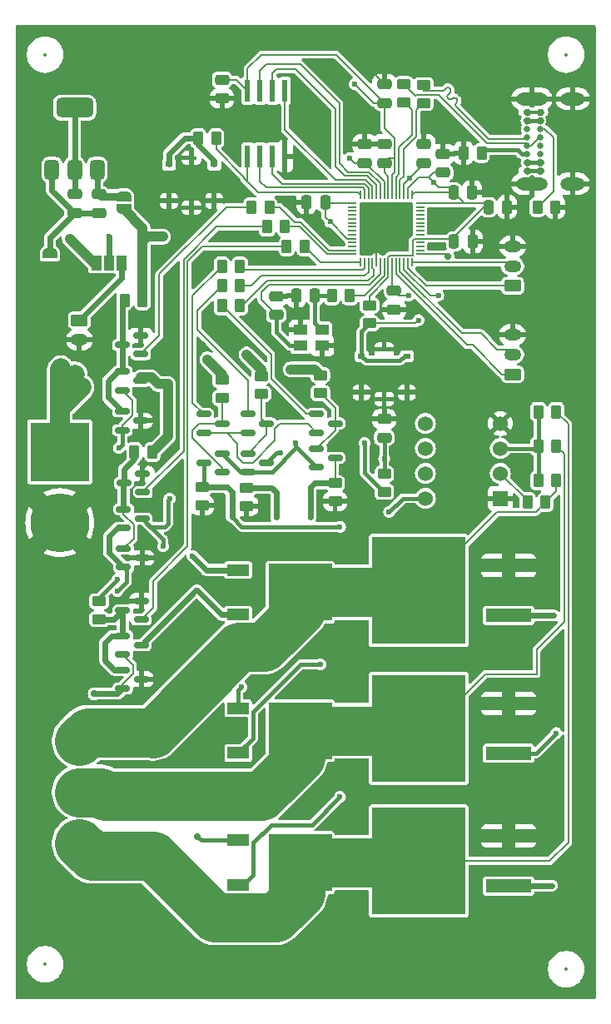
<source format=gtl>
%TF.GenerationSoftware,KiCad,Pcbnew,8.0.5*%
%TF.CreationDate,2024-11-27T19:54:23+01:00*%
%TF.ProjectId,escPCB,65736350-4342-42e6-9b69-6361645f7063,1.0*%
%TF.SameCoordinates,Original*%
%TF.FileFunction,Copper,L1,Top*%
%TF.FilePolarity,Positive*%
%FSLAX46Y46*%
G04 Gerber Fmt 4.6, Leading zero omitted, Abs format (unit mm)*
G04 Created by KiCad (PCBNEW 8.0.5) date 2024-11-27 19:54:23*
%MOMM*%
%LPD*%
G01*
G04 APERTURE LIST*
G04 Aperture macros list*
%AMRoundRect*
0 Rectangle with rounded corners*
0 $1 Rounding radius*
0 $2 $3 $4 $5 $6 $7 $8 $9 X,Y pos of 4 corners*
0 Add a 4 corners polygon primitive as box body*
4,1,4,$2,$3,$4,$5,$6,$7,$8,$9,$2,$3,0*
0 Add four circle primitives for the rounded corners*
1,1,$1+$1,$2,$3*
1,1,$1+$1,$4,$5*
1,1,$1+$1,$6,$7*
1,1,$1+$1,$8,$9*
0 Add four rect primitives between the rounded corners*
20,1,$1+$1,$2,$3,$4,$5,0*
20,1,$1+$1,$4,$5,$6,$7,0*
20,1,$1+$1,$6,$7,$8,$9,0*
20,1,$1+$1,$8,$9,$2,$3,0*%
%AMFreePoly0*
4,1,19,0.500000,-0.750000,0.000000,-0.750000,0.000000,-0.744911,-0.071157,-0.744911,-0.207708,-0.704816,-0.327430,-0.627875,-0.420627,-0.520320,-0.479746,-0.390866,-0.500000,-0.250000,-0.500000,0.250000,-0.479746,0.390866,-0.420627,0.520320,-0.327430,0.627875,-0.207708,0.704816,-0.071157,0.744911,0.000000,0.744911,0.000000,0.750000,0.500000,0.750000,0.500000,-0.750000,0.500000,-0.750000,
$1*%
%AMFreePoly1*
4,1,19,0.000000,0.744911,0.071157,0.744911,0.207708,0.704816,0.327430,0.627875,0.420627,0.520320,0.479746,0.390866,0.500000,0.250000,0.500000,-0.250000,0.479746,-0.390866,0.420627,-0.520320,0.327430,-0.627875,0.207708,-0.704816,0.071157,-0.744911,0.000000,-0.744911,0.000000,-0.750000,-0.500000,-0.750000,-0.500000,0.750000,0.000000,0.750000,0.000000,0.744911,0.000000,0.744911,
$1*%
G04 Aperture macros list end*
%TA.AperFunction,EtchedComponent*%
%ADD10C,0.010000*%
%TD*%
%TA.AperFunction,SMDPad,CuDef*%
%ADD11RoundRect,0.250000X0.475000X-0.250000X0.475000X0.250000X-0.475000X0.250000X-0.475000X-0.250000X0*%
%TD*%
%TA.AperFunction,SMDPad,CuDef*%
%ADD12R,1.400000X1.100000*%
%TD*%
%TA.AperFunction,SMDPad,CuDef*%
%ADD13R,0.600000X2.286000*%
%TD*%
%TA.AperFunction,SMDPad,CuDef*%
%ADD14RoundRect,0.250000X-0.450000X0.262500X-0.450000X-0.262500X0.450000X-0.262500X0.450000X0.262500X0*%
%TD*%
%TA.AperFunction,ComponentPad*%
%ADD15RoundRect,0.250000X0.625000X-0.350000X0.625000X0.350000X-0.625000X0.350000X-0.625000X-0.350000X0*%
%TD*%
%TA.AperFunction,ComponentPad*%
%ADD16O,1.750000X1.200000*%
%TD*%
%TA.AperFunction,SMDPad,CuDef*%
%ADD17RoundRect,0.250000X0.262500X0.450000X-0.262500X0.450000X-0.262500X-0.450000X0.262500X-0.450000X0*%
%TD*%
%TA.AperFunction,SMDPad,CuDef*%
%ADD18RoundRect,0.150000X0.587500X0.150000X-0.587500X0.150000X-0.587500X-0.150000X0.587500X-0.150000X0*%
%TD*%
%TA.AperFunction,SMDPad,CuDef*%
%ADD19RoundRect,0.250000X-0.262500X-0.450000X0.262500X-0.450000X0.262500X0.450000X-0.262500X0.450000X0*%
%TD*%
%TA.AperFunction,SMDPad,CuDef*%
%ADD20R,0.800000X0.600000*%
%TD*%
%TA.AperFunction,SMDPad,CuDef*%
%ADD21R,1.000000X0.450000*%
%TD*%
%TA.AperFunction,SMDPad,CuDef*%
%ADD22RoundRect,0.250000X-0.250000X-0.475000X0.250000X-0.475000X0.250000X0.475000X-0.250000X0.475000X0*%
%TD*%
%TA.AperFunction,ComponentPad*%
%ADD23C,0.648000*%
%TD*%
%TA.AperFunction,ComponentPad*%
%ADD24O,2.500000X1.300000*%
%TD*%
%TA.AperFunction,ComponentPad*%
%ADD25O,3.200000X1.300000*%
%TD*%
%TA.AperFunction,SMDPad,CuDef*%
%ADD26RoundRect,0.150000X-0.587500X-0.150000X0.587500X-0.150000X0.587500X0.150000X-0.587500X0.150000X0*%
%TD*%
%TA.AperFunction,SMDPad,CuDef*%
%ADD27RoundRect,0.250000X-0.475000X0.250000X-0.475000X-0.250000X0.475000X-0.250000X0.475000X0.250000X0*%
%TD*%
%TA.AperFunction,SMDPad,CuDef*%
%ADD28FreePoly0,90.000000*%
%TD*%
%TA.AperFunction,SMDPad,CuDef*%
%ADD29FreePoly1,90.000000*%
%TD*%
%TA.AperFunction,SMDPad,CuDef*%
%ADD30RoundRect,0.250000X0.250000X0.475000X-0.250000X0.475000X-0.250000X-0.475000X0.250000X-0.475000X0*%
%TD*%
%TA.AperFunction,SMDPad,CuDef*%
%ADD31R,2.200000X1.200000*%
%TD*%
%TA.AperFunction,SMDPad,CuDef*%
%ADD32R,6.400000X5.800000*%
%TD*%
%TA.AperFunction,SMDPad,CuDef*%
%ADD33R,1.000000X1.500000*%
%TD*%
%TA.AperFunction,ComponentPad*%
%ADD34R,3.960000X1.980000*%
%TD*%
%TA.AperFunction,ComponentPad*%
%ADD35O,3.960000X1.980000*%
%TD*%
%TA.AperFunction,ComponentPad*%
%ADD36C,6.000000*%
%TD*%
%TA.AperFunction,ComponentPad*%
%ADD37R,6.000000X6.000000*%
%TD*%
%TA.AperFunction,SMDPad,CuDef*%
%ADD38FreePoly0,270.000000*%
%TD*%
%TA.AperFunction,SMDPad,CuDef*%
%ADD39FreePoly1,270.000000*%
%TD*%
%TA.AperFunction,SMDPad,CuDef*%
%ADD40R,4.600000X1.350000*%
%TD*%
%TA.AperFunction,SMDPad,CuDef*%
%ADD41R,9.500000X10.900000*%
%TD*%
%TA.AperFunction,SMDPad,CuDef*%
%ADD42RoundRect,0.375000X0.375000X-0.625000X0.375000X0.625000X-0.375000X0.625000X-0.375000X-0.625000X0*%
%TD*%
%TA.AperFunction,SMDPad,CuDef*%
%ADD43RoundRect,0.500000X1.400000X-0.500000X1.400000X0.500000X-1.400000X0.500000X-1.400000X-0.500000X0*%
%TD*%
%TA.AperFunction,ComponentPad*%
%ADD44R,1.524000X1.524000*%
%TD*%
%TA.AperFunction,ComponentPad*%
%ADD45C,1.524000*%
%TD*%
%TA.AperFunction,SMDPad,CuDef*%
%ADD46RoundRect,0.050000X-0.387500X-0.050000X0.387500X-0.050000X0.387500X0.050000X-0.387500X0.050000X0*%
%TD*%
%TA.AperFunction,SMDPad,CuDef*%
%ADD47RoundRect,0.050000X-0.050000X-0.387500X0.050000X-0.387500X0.050000X0.387500X-0.050000X0.387500X0*%
%TD*%
%TA.AperFunction,HeatsinkPad*%
%ADD48R,3.200000X3.200000*%
%TD*%
%TA.AperFunction,ComponentPad*%
%ADD49RoundRect,0.250000X-0.625000X0.350000X-0.625000X-0.350000X0.625000X-0.350000X0.625000X0.350000X0*%
%TD*%
%TA.AperFunction,ViaPad*%
%ADD50C,0.700000*%
%TD*%
%TA.AperFunction,ViaPad*%
%ADD51C,0.600000*%
%TD*%
%TA.AperFunction,Conductor*%
%ADD52C,1.000000*%
%TD*%
%TA.AperFunction,Conductor*%
%ADD53C,0.600000*%
%TD*%
%TA.AperFunction,Conductor*%
%ADD54C,2.000000*%
%TD*%
%TA.AperFunction,Conductor*%
%ADD55C,0.400000*%
%TD*%
%TA.AperFunction,Conductor*%
%ADD56C,0.200000*%
%TD*%
%TA.AperFunction,Conductor*%
%ADD57C,0.800000*%
%TD*%
%TA.AperFunction,Conductor*%
%ADD58C,5.000000*%
%TD*%
%ADD59C,0.350000*%
%ADD60C,0.300000*%
%ADD61O,1.600000X0.700000*%
%ADD62O,2.000000X0.700000*%
G04 APERTURE END LIST*
D10*
%TO.C,J2*%
X113910000Y-58875000D02*
X113966000Y-58889000D01*
X114018000Y-58912000D01*
X114065000Y-58944000D01*
X114106000Y-58984000D01*
X114139000Y-59031000D01*
X114164000Y-59083000D01*
X114179000Y-59138000D01*
X114184000Y-59195000D01*
X114179000Y-59252000D01*
X114164000Y-59307000D01*
X114139000Y-59359000D01*
X114106000Y-59406000D01*
X114065000Y-59446000D01*
X114018000Y-59478000D01*
X113966000Y-59501000D01*
X113910000Y-59515000D01*
X113853000Y-59519000D01*
X113796000Y-59513000D01*
X113741000Y-59497000D01*
X113690000Y-59471000D01*
X113644000Y-59437000D01*
X113605000Y-59395000D01*
X113573000Y-59345000D01*
X112797190Y-59345000D01*
X112797000Y-59345000D01*
X112765000Y-59395000D01*
X112726000Y-59437000D01*
X112680000Y-59471000D01*
X112629000Y-59497000D01*
X112574000Y-59513000D01*
X112517000Y-59519000D01*
X112460000Y-59515000D01*
X112404000Y-59501000D01*
X112352000Y-59478000D01*
X112305000Y-59446000D01*
X112264000Y-59406000D01*
X112231000Y-59359000D01*
X112206000Y-59307000D01*
X112191000Y-59252000D01*
X112186000Y-59195000D01*
X112191000Y-59138000D01*
X112206000Y-59083000D01*
X112231000Y-59031000D01*
X112264000Y-58984000D01*
X112305000Y-58944000D01*
X112352000Y-58912000D01*
X112404000Y-58889000D01*
X112460000Y-58875000D01*
X112517000Y-58871000D01*
X112574000Y-58877000D01*
X112629000Y-58893000D01*
X112680000Y-58919000D01*
X112726000Y-58953000D01*
X112765000Y-58995000D01*
X112797000Y-59045000D01*
X113573000Y-59045000D01*
X113605000Y-58995000D01*
X113644000Y-58953000D01*
X113690000Y-58919000D01*
X113741000Y-58893000D01*
X113796000Y-58877000D01*
X113853000Y-58871000D01*
X113910000Y-58875000D01*
%TA.AperFunction,EtchedComponent*%
G36*
X113910000Y-58875000D02*
G01*
X113966000Y-58889000D01*
X114018000Y-58912000D01*
X114065000Y-58944000D01*
X114106000Y-58984000D01*
X114139000Y-59031000D01*
X114164000Y-59083000D01*
X114179000Y-59138000D01*
X114184000Y-59195000D01*
X114179000Y-59252000D01*
X114164000Y-59307000D01*
X114139000Y-59359000D01*
X114106000Y-59406000D01*
X114065000Y-59446000D01*
X114018000Y-59478000D01*
X113966000Y-59501000D01*
X113910000Y-59515000D01*
X113853000Y-59519000D01*
X113796000Y-59513000D01*
X113741000Y-59497000D01*
X113690000Y-59471000D01*
X113644000Y-59437000D01*
X113605000Y-59395000D01*
X113573000Y-59345000D01*
X112797190Y-59345000D01*
X112797000Y-59345000D01*
X112765000Y-59395000D01*
X112726000Y-59437000D01*
X112680000Y-59471000D01*
X112629000Y-59497000D01*
X112574000Y-59513000D01*
X112517000Y-59519000D01*
X112460000Y-59515000D01*
X112404000Y-59501000D01*
X112352000Y-59478000D01*
X112305000Y-59446000D01*
X112264000Y-59406000D01*
X112231000Y-59359000D01*
X112206000Y-59307000D01*
X112191000Y-59252000D01*
X112186000Y-59195000D01*
X112191000Y-59138000D01*
X112206000Y-59083000D01*
X112231000Y-59031000D01*
X112264000Y-58984000D01*
X112305000Y-58944000D01*
X112352000Y-58912000D01*
X112404000Y-58889000D01*
X112460000Y-58875000D01*
X112517000Y-58871000D01*
X112574000Y-58877000D01*
X112629000Y-58893000D01*
X112680000Y-58919000D01*
X112726000Y-58953000D01*
X112765000Y-58995000D01*
X112797000Y-59045000D01*
X113573000Y-59045000D01*
X113605000Y-58995000D01*
X113644000Y-58953000D01*
X113690000Y-58919000D01*
X113741000Y-58893000D01*
X113796000Y-58877000D01*
X113853000Y-58871000D01*
X113910000Y-58875000D01*
G37*
%TD.AperFunction*%
X113910000Y-58025000D02*
X113966000Y-58039000D01*
X114018000Y-58062000D01*
X114065000Y-58094000D01*
X114106000Y-58134000D01*
X114139000Y-58181000D01*
X114164000Y-58233000D01*
X114179000Y-58288000D01*
X114184000Y-58345000D01*
X114179000Y-58402000D01*
X114164000Y-58457000D01*
X114139000Y-58509000D01*
X114106000Y-58556000D01*
X114065000Y-58596000D01*
X114018000Y-58628000D01*
X113966000Y-58651000D01*
X113910000Y-58665000D01*
X113853000Y-58669000D01*
X113796000Y-58663000D01*
X113741000Y-58647000D01*
X113690000Y-58621000D01*
X113644000Y-58587000D01*
X113605000Y-58545000D01*
X113573000Y-58495000D01*
X112797000Y-58495000D01*
X112765000Y-58545000D01*
X112726000Y-58587000D01*
X112680000Y-58621000D01*
X112629000Y-58647000D01*
X112574000Y-58663000D01*
X112517000Y-58669000D01*
X112460000Y-58665000D01*
X112404000Y-58651000D01*
X112352000Y-58628000D01*
X112305000Y-58596000D01*
X112264000Y-58556000D01*
X112231000Y-58509000D01*
X112206000Y-58457000D01*
X112191000Y-58402000D01*
X112186000Y-58345000D01*
X112191000Y-58288000D01*
X112206000Y-58233000D01*
X112231000Y-58181000D01*
X112264000Y-58134000D01*
X112305000Y-58094000D01*
X112352000Y-58062000D01*
X112404000Y-58039000D01*
X112460000Y-58025000D01*
X112517000Y-58021000D01*
X112574000Y-58027000D01*
X112629000Y-58043000D01*
X112680000Y-58069000D01*
X112726000Y-58103000D01*
X112765000Y-58145000D01*
X112797000Y-58195000D01*
X113572810Y-58195000D01*
X113605000Y-58145000D01*
X113644000Y-58103000D01*
X113690000Y-58069000D01*
X113741000Y-58043000D01*
X113796000Y-58027000D01*
X113853000Y-58021000D01*
X113910000Y-58025000D01*
%TA.AperFunction,EtchedComponent*%
G36*
X113910000Y-58025000D02*
G01*
X113966000Y-58039000D01*
X114018000Y-58062000D01*
X114065000Y-58094000D01*
X114106000Y-58134000D01*
X114139000Y-58181000D01*
X114164000Y-58233000D01*
X114179000Y-58288000D01*
X114184000Y-58345000D01*
X114179000Y-58402000D01*
X114164000Y-58457000D01*
X114139000Y-58509000D01*
X114106000Y-58556000D01*
X114065000Y-58596000D01*
X114018000Y-58628000D01*
X113966000Y-58651000D01*
X113910000Y-58665000D01*
X113853000Y-58669000D01*
X113796000Y-58663000D01*
X113741000Y-58647000D01*
X113690000Y-58621000D01*
X113644000Y-58587000D01*
X113605000Y-58545000D01*
X113573000Y-58495000D01*
X112797000Y-58495000D01*
X112765000Y-58545000D01*
X112726000Y-58587000D01*
X112680000Y-58621000D01*
X112629000Y-58647000D01*
X112574000Y-58663000D01*
X112517000Y-58669000D01*
X112460000Y-58665000D01*
X112404000Y-58651000D01*
X112352000Y-58628000D01*
X112305000Y-58596000D01*
X112264000Y-58556000D01*
X112231000Y-58509000D01*
X112206000Y-58457000D01*
X112191000Y-58402000D01*
X112186000Y-58345000D01*
X112191000Y-58288000D01*
X112206000Y-58233000D01*
X112231000Y-58181000D01*
X112264000Y-58134000D01*
X112305000Y-58094000D01*
X112352000Y-58062000D01*
X112404000Y-58039000D01*
X112460000Y-58025000D01*
X112517000Y-58021000D01*
X112574000Y-58027000D01*
X112629000Y-58043000D01*
X112680000Y-58069000D01*
X112726000Y-58103000D01*
X112765000Y-58145000D01*
X112797000Y-58195000D01*
X113572810Y-58195000D01*
X113605000Y-58145000D01*
X113644000Y-58103000D01*
X113690000Y-58069000D01*
X113741000Y-58043000D01*
X113796000Y-58027000D01*
X113853000Y-58021000D01*
X113910000Y-58025000D01*
G37*
%TD.AperFunction*%
X113910000Y-63125000D02*
X113966000Y-63139000D01*
X114018000Y-63162000D01*
X114065000Y-63194000D01*
X114106000Y-63234000D01*
X114139000Y-63281000D01*
X114164000Y-63333000D01*
X114179000Y-63388000D01*
X114184000Y-63445000D01*
X114179000Y-63502000D01*
X114164000Y-63557000D01*
X114139000Y-63609000D01*
X114106000Y-63656000D01*
X114065000Y-63696000D01*
X114018000Y-63728000D01*
X113966000Y-63751000D01*
X113910000Y-63765000D01*
X113853000Y-63769000D01*
X113796000Y-63763000D01*
X113741000Y-63747000D01*
X113690000Y-63721000D01*
X113644000Y-63687000D01*
X113605000Y-63645000D01*
X113573000Y-63595000D01*
X112797000Y-63595000D01*
X112765000Y-63645000D01*
X112726000Y-63687000D01*
X112680000Y-63721000D01*
X112629000Y-63747000D01*
X112574000Y-63763000D01*
X112517000Y-63769000D01*
X112460000Y-63765000D01*
X112404000Y-63751000D01*
X112352000Y-63728000D01*
X112305000Y-63696000D01*
X112264000Y-63656000D01*
X112231000Y-63609000D01*
X112206000Y-63557000D01*
X112191000Y-63502000D01*
X112186000Y-63445000D01*
X112191000Y-63388000D01*
X112206000Y-63333000D01*
X112231000Y-63281000D01*
X112264000Y-63234000D01*
X112305000Y-63194000D01*
X112352000Y-63162000D01*
X112404000Y-63139000D01*
X112460000Y-63125000D01*
X112517000Y-63121000D01*
X112574000Y-63127000D01*
X112629000Y-63143000D01*
X112680000Y-63169000D01*
X112726000Y-63203000D01*
X112765000Y-63245000D01*
X112797000Y-63295000D01*
X113572810Y-63295000D01*
X113605000Y-63245000D01*
X113644000Y-63203000D01*
X113690000Y-63169000D01*
X113741000Y-63143000D01*
X113796000Y-63127000D01*
X113853000Y-63121000D01*
X113910000Y-63125000D01*
%TA.AperFunction,EtchedComponent*%
G36*
X113910000Y-63125000D02*
G01*
X113966000Y-63139000D01*
X114018000Y-63162000D01*
X114065000Y-63194000D01*
X114106000Y-63234000D01*
X114139000Y-63281000D01*
X114164000Y-63333000D01*
X114179000Y-63388000D01*
X114184000Y-63445000D01*
X114179000Y-63502000D01*
X114164000Y-63557000D01*
X114139000Y-63609000D01*
X114106000Y-63656000D01*
X114065000Y-63696000D01*
X114018000Y-63728000D01*
X113966000Y-63751000D01*
X113910000Y-63765000D01*
X113853000Y-63769000D01*
X113796000Y-63763000D01*
X113741000Y-63747000D01*
X113690000Y-63721000D01*
X113644000Y-63687000D01*
X113605000Y-63645000D01*
X113573000Y-63595000D01*
X112797000Y-63595000D01*
X112765000Y-63645000D01*
X112726000Y-63687000D01*
X112680000Y-63721000D01*
X112629000Y-63747000D01*
X112574000Y-63763000D01*
X112517000Y-63769000D01*
X112460000Y-63765000D01*
X112404000Y-63751000D01*
X112352000Y-63728000D01*
X112305000Y-63696000D01*
X112264000Y-63656000D01*
X112231000Y-63609000D01*
X112206000Y-63557000D01*
X112191000Y-63502000D01*
X112186000Y-63445000D01*
X112191000Y-63388000D01*
X112206000Y-63333000D01*
X112231000Y-63281000D01*
X112264000Y-63234000D01*
X112305000Y-63194000D01*
X112352000Y-63162000D01*
X112404000Y-63139000D01*
X112460000Y-63125000D01*
X112517000Y-63121000D01*
X112574000Y-63127000D01*
X112629000Y-63143000D01*
X112680000Y-63169000D01*
X112726000Y-63203000D01*
X112765000Y-63245000D01*
X112797000Y-63295000D01*
X113572810Y-63295000D01*
X113605000Y-63245000D01*
X113644000Y-63203000D01*
X113690000Y-63169000D01*
X113741000Y-63143000D01*
X113796000Y-63127000D01*
X113853000Y-63121000D01*
X113910000Y-63125000D01*
G37*
%TD.AperFunction*%
X113910000Y-63975000D02*
X113966000Y-63989000D01*
X114018000Y-64012000D01*
X114065000Y-64044000D01*
X114106000Y-64084000D01*
X114139000Y-64131000D01*
X114164000Y-64183000D01*
X114179000Y-64238000D01*
X114184000Y-64295000D01*
X114179000Y-64352000D01*
X114164000Y-64407000D01*
X114139000Y-64459000D01*
X114106000Y-64506000D01*
X114065000Y-64546000D01*
X114018000Y-64578000D01*
X113966000Y-64601000D01*
X113910000Y-64615000D01*
X113853000Y-64619000D01*
X113796000Y-64613000D01*
X113741000Y-64597000D01*
X113690000Y-64571000D01*
X113644000Y-64537000D01*
X113605000Y-64495000D01*
X113573000Y-64445000D01*
X112797000Y-64445000D01*
X112765000Y-64495000D01*
X112726000Y-64537000D01*
X112680000Y-64571000D01*
X112629000Y-64597000D01*
X112574000Y-64613000D01*
X112517000Y-64619000D01*
X112460000Y-64615000D01*
X112404000Y-64601000D01*
X112352000Y-64578000D01*
X112305000Y-64546000D01*
X112264000Y-64506000D01*
X112231000Y-64459000D01*
X112206000Y-64407000D01*
X112191000Y-64352000D01*
X112186000Y-64295000D01*
X112191000Y-64238000D01*
X112206000Y-64183000D01*
X112231000Y-64131000D01*
X112264000Y-64084000D01*
X112305000Y-64044000D01*
X112352000Y-64012000D01*
X112404000Y-63989000D01*
X112460000Y-63975000D01*
X112517000Y-63971000D01*
X112574000Y-63977000D01*
X112629000Y-63993000D01*
X112680000Y-64019000D01*
X112726000Y-64053000D01*
X112765000Y-64095000D01*
X112797000Y-64145000D01*
X113572810Y-64145000D01*
X113605000Y-64095000D01*
X113644000Y-64053000D01*
X113690000Y-64019000D01*
X113741000Y-63993000D01*
X113796000Y-63977000D01*
X113853000Y-63971000D01*
X113910000Y-63975000D01*
%TA.AperFunction,EtchedComponent*%
G36*
X113910000Y-63975000D02*
G01*
X113966000Y-63989000D01*
X114018000Y-64012000D01*
X114065000Y-64044000D01*
X114106000Y-64084000D01*
X114139000Y-64131000D01*
X114164000Y-64183000D01*
X114179000Y-64238000D01*
X114184000Y-64295000D01*
X114179000Y-64352000D01*
X114164000Y-64407000D01*
X114139000Y-64459000D01*
X114106000Y-64506000D01*
X114065000Y-64546000D01*
X114018000Y-64578000D01*
X113966000Y-64601000D01*
X113910000Y-64615000D01*
X113853000Y-64619000D01*
X113796000Y-64613000D01*
X113741000Y-64597000D01*
X113690000Y-64571000D01*
X113644000Y-64537000D01*
X113605000Y-64495000D01*
X113573000Y-64445000D01*
X112797000Y-64445000D01*
X112765000Y-64495000D01*
X112726000Y-64537000D01*
X112680000Y-64571000D01*
X112629000Y-64597000D01*
X112574000Y-64613000D01*
X112517000Y-64619000D01*
X112460000Y-64615000D01*
X112404000Y-64601000D01*
X112352000Y-64578000D01*
X112305000Y-64546000D01*
X112264000Y-64506000D01*
X112231000Y-64459000D01*
X112206000Y-64407000D01*
X112191000Y-64352000D01*
X112186000Y-64295000D01*
X112191000Y-64238000D01*
X112206000Y-64183000D01*
X112231000Y-64131000D01*
X112264000Y-64084000D01*
X112305000Y-64044000D01*
X112352000Y-64012000D01*
X112404000Y-63989000D01*
X112460000Y-63975000D01*
X112517000Y-63971000D01*
X112574000Y-63977000D01*
X112629000Y-63993000D01*
X112680000Y-64019000D01*
X112726000Y-64053000D01*
X112765000Y-64095000D01*
X112797000Y-64145000D01*
X113572810Y-64145000D01*
X113605000Y-64095000D01*
X113644000Y-64053000D01*
X113690000Y-64019000D01*
X113741000Y-63993000D01*
X113796000Y-63977000D01*
X113853000Y-63971000D01*
X113910000Y-63975000D01*
G37*
%TD.AperFunction*%
%TD*%
D11*
%TO.P,C13,1*%
%TO.N,+1V1*%
X96000000Y-63500000D03*
%TO.P,C13,2*%
%TO.N,GND*%
X96000000Y-61600000D03*
%TD*%
D12*
%TO.P,X1,1,1*%
%TO.N,XIN*%
X89500000Y-82100002D03*
%TO.P,X1,2,2*%
%TO.N,GND*%
X91700000Y-82100002D03*
%TO.P,X1,3,3*%
%TO.N,Net-(C8-Pad1)*%
X91700000Y-80500000D03*
%TO.P,X1,4,4*%
%TO.N,GND*%
X89500000Y-80500000D03*
%TD*%
D13*
%TO.P,IC1,1,~{CS}*%
%TO.N,QSPI_SS*%
X84095000Y-62830000D03*
%TO.P,IC1,2,DO_(IO1)*%
%TO.N,QSPI_SD1*%
X85365000Y-62830000D03*
%TO.P,IC1,3,~{WP_}(IO2)*%
%TO.N,QSPI_SD2*%
X86635000Y-62830000D03*
%TO.P,IC1,4,GND*%
%TO.N,GND*%
X87905000Y-62830000D03*
%TO.P,IC1,5,DI_(IO0)*%
%TO.N,QSPI_SD0*%
X87905000Y-56170000D03*
%TO.P,IC1,6,CLK*%
%TO.N,QSPI_SCLK*%
X86635000Y-56170000D03*
%TO.P,IC1,7,~{HOLD_OR_}~{RESET_}(IO3)*%
%TO.N,QSPI_SD3*%
X85365000Y-56170000D03*
%TO.P,IC1,8,VCC*%
%TO.N,+3.3V*%
X84095000Y-56170000D03*
%TD*%
D14*
%TO.P,R15,1*%
%TO.N,+BATT*%
X91500000Y-85087500D03*
%TO.P,R15,2*%
%TO.N,Net-(Q12-B)*%
X91500000Y-86912500D03*
%TD*%
D15*
%TO.P,J4,1,Pin_1*%
%TO.N,RP_UART_TX*%
X111050000Y-76000000D03*
D16*
%TO.P,J4,2,Pin_2*%
%TO.N,RP_UART_RX*%
X111050000Y-74000000D03*
%TO.P,J4,3,Pin_3*%
%TO.N,GND*%
X111050000Y-72000000D03*
%TD*%
D17*
%TO.P,R7,1*%
%TO.N,GPIO13*%
X83315232Y-74010732D03*
%TO.P,R7,2*%
%TO.N,Net-(Q13-B)*%
X81490232Y-74010732D03*
%TD*%
D18*
%TO.P,Q8,1,B*%
%TO.N,Net-(Q8-B)*%
X73402732Y-97010732D03*
%TO.P,Q8,2,E*%
%TO.N,GND*%
X73402732Y-95110732D03*
%TO.P,Q8,3,C*%
%TO.N,Net-(Q2-B)*%
X71527732Y-96060732D03*
%TD*%
D17*
%TO.P,R9,1*%
%TO.N,GPIO15*%
X83315232Y-78010732D03*
%TO.P,R9,2*%
%TO.N,Net-(Q15-B)*%
X81490232Y-78010732D03*
%TD*%
D19*
%TO.P,R23,1*%
%TO.N,Net-(CR1-INVERTINGINPUT)*%
X113675000Y-88810000D03*
%TO.P,R23,2*%
%TO.N,L3*%
X115500000Y-88810000D03*
%TD*%
D18*
%TO.P,Q10,1,B*%
%TO.N,Net-(Q10-B)*%
X81500000Y-94950000D03*
%TO.P,Q10,2,E*%
%TO.N,+BATT*%
X81500000Y-93050000D03*
%TO.P,Q10,3,C*%
%TO.N,AL_Gate*%
X79625000Y-94000000D03*
%TD*%
D20*
%TO.P,S1,1*%
%TO.N,GND*%
X95700000Y-86850000D03*
%TO.P,S1,2*%
%TO.N,Net-(U1-RUN)*%
X95700000Y-83150000D03*
%TO.P,S1,3*%
%TO.N,GND*%
X100300000Y-86850000D03*
%TO.P,S1,4*%
%TO.N,Net-(U1-RUN)*%
X100300000Y-83150000D03*
D21*
%TO.P,S1,GND1*%
%TO.N,GND*%
X98000000Y-82475000D03*
%TO.P,S1,GND2*%
X98000000Y-87525000D03*
%TD*%
D22*
%TO.P,C10,1*%
%TO.N,+3.3V*%
X108600000Y-68000000D03*
%TO.P,C10,2*%
%TO.N,GND*%
X110500000Y-68000000D03*
%TD*%
D18*
%TO.P,Q9,1,B*%
%TO.N,Net-(Q9-B)*%
X73277732Y-109960732D03*
%TO.P,Q9,2,E*%
%TO.N,GND*%
X73277732Y-108060732D03*
%TO.P,Q9,3,C*%
%TO.N,Net-(Q3-B)*%
X71402732Y-109010732D03*
%TD*%
D14*
%TO.P,R26,1*%
%TO.N,+3.3V*%
X96500000Y-78000000D03*
%TO.P,R26,2*%
%TO.N,Net-(U1-RUN)*%
X96500000Y-79825000D03*
%TD*%
D23*
%TO.P,J2,A1,GND1*%
%TO.N,GND*%
X112510000Y-64295000D03*
%TO.P,J2,A4,VBUS1*%
%TO.N,unconnected-(J2-VBUS1-PadA4)*%
X112510000Y-63445000D03*
%TO.P,J2,A5,CC1*%
%TO.N,Net-(J2-CC1)*%
X112510000Y-62595000D03*
%TO.P,J2,A6,DA+*%
%TO.N,USB_D+*%
X112510000Y-61745000D03*
%TO.P,J2,A7,DA-*%
%TO.N,USB_D-*%
X112510000Y-60895000D03*
%TO.P,J2,A8,SBU1*%
%TO.N,unconnected-(J2-SBU1-PadA8)*%
X112510000Y-60045000D03*
%TO.P,J2,A9,VBUS2*%
%TO.N,unconnected-(J2-VBUS2-PadA9)*%
X112510000Y-59195000D03*
%TO.P,J2,A12,GND2*%
%TO.N,GND*%
X112510000Y-58345000D03*
%TO.P,J2,B1,GND3*%
X113860000Y-58345000D03*
%TO.P,J2,B4,VBUS3*%
%TO.N,unconnected-(J2-VBUS3-PadB4)*%
X113860000Y-59195000D03*
%TO.P,J2,B5,CC2*%
%TO.N,Net-(J2-CC2)*%
X113860000Y-60045000D03*
%TO.P,J2,B6,DB+*%
%TO.N,USB_D+*%
X113860000Y-60895000D03*
%TO.P,J2,B7,DB-*%
%TO.N,USB_D-*%
X113860000Y-61745000D03*
%TO.P,J2,B8,SBU2*%
%TO.N,unconnected-(J2-SBU2-PadB8)*%
X113860000Y-62595000D03*
%TO.P,J2,B9,VBUS4*%
%TO.N,unconnected-(J2-VBUS4-PadB9)*%
X113860000Y-63445000D03*
%TO.P,J2,B12,GND4*%
%TO.N,GND*%
X113860000Y-64295000D03*
D24*
%TO.P,J2,SH1,SHIELD1*%
X117160000Y-65640000D03*
%TO.P,J2,SH2,SHIELD2*%
X117160000Y-57000000D03*
D25*
%TO.P,J2,SH3,SHIELD3*%
X113010000Y-65640000D03*
%TO.P,J2,SH4,SHIELD4*%
X113010000Y-57000000D03*
%TD*%
D20*
%TO.P,S2,1*%
%TO.N,GND*%
X76102732Y-67360732D03*
%TO.P,S2,2*%
%TO.N,Net-(R27-Pad1)*%
X76102732Y-63660732D03*
%TO.P,S2,3*%
%TO.N,GND*%
X80702732Y-67360732D03*
%TO.P,S2,4*%
%TO.N,Net-(R27-Pad1)*%
X80702732Y-63660732D03*
D21*
%TO.P,S2,GND1*%
%TO.N,GND*%
X78402732Y-62985732D03*
%TO.P,S2,GND2*%
X78402732Y-68035732D03*
%TD*%
D14*
%TO.P,R10,1*%
%TO.N,AL_Gate*%
X79500000Y-96500000D03*
%TO.P,R10,2*%
%TO.N,GND*%
X79500000Y-98325000D03*
%TD*%
%TO.P,R20,1*%
%TO.N,USB_D-*%
X102000000Y-55587500D03*
%TO.P,R20,2*%
%TO.N,/RP_DN*%
X102000000Y-57412500D03*
%TD*%
D19*
%TO.P,R17,1*%
%TO.N,GND*%
X106087500Y-62500000D03*
%TO.P,R17,2*%
%TO.N,Net-(J2-CC1)*%
X107912500Y-62500000D03*
%TD*%
D17*
%TO.P,R18,1*%
%TO.N,GND*%
X115412500Y-68000000D03*
%TO.P,R18,2*%
%TO.N,Net-(J2-CC2)*%
X113587500Y-68000000D03*
%TD*%
D19*
%TO.P,R16,1*%
%TO.N,Net-(C8-Pad1)*%
X92675000Y-77000000D03*
%TO.P,R16,2*%
%TO.N,XOUT*%
X94500000Y-77000000D03*
%TD*%
D17*
%TO.P,R5,1*%
%TO.N,+BATT*%
X74412500Y-92912500D03*
%TO.P,R5,2*%
%TO.N,Net-(Q2-B)*%
X72587500Y-92912500D03*
%TD*%
D26*
%TO.P,Q14,1,B*%
%TO.N,Net-(Q14-B)*%
X84125000Y-89050000D03*
%TO.P,Q14,2,E*%
%TO.N,-BATT*%
X84125000Y-90950000D03*
%TO.P,Q14,3,C*%
%TO.N,Net-(Q11-B)*%
X86000000Y-90000000D03*
%TD*%
%TO.P,Q6,1,B*%
%TO.N,Net-(Q3-B)*%
X71402732Y-111610732D03*
%TO.P,Q6,2,E*%
%TO.N,CH_Gate*%
X71402732Y-113510732D03*
%TO.P,Q6,3,C*%
%TO.N,+BATT*%
X73277732Y-112560732D03*
%TD*%
D27*
%TO.P,C4,1*%
%TO.N,Net-(JP2-A)*%
X69000000Y-66700000D03*
%TO.P,C4,2*%
%TO.N,Net-(JP1-B)*%
X69000000Y-68600000D03*
%TD*%
D26*
%TO.P,Q11,1,B*%
%TO.N,Net-(Q11-B)*%
X84125000Y-93050000D03*
%TO.P,Q11,2,E*%
%TO.N,+BATT*%
X84125000Y-94950000D03*
%TO.P,Q11,3,C*%
%TO.N,BL_Gate*%
X86000000Y-94000000D03*
%TD*%
D18*
%TO.P,Q7,1,B*%
%TO.N,Net-(Q7-B)*%
X73240000Y-82960732D03*
%TO.P,Q7,2,E*%
%TO.N,GND*%
X73240000Y-81060732D03*
%TO.P,Q7,3,C*%
%TO.N,Net-(Q1-B)*%
X71365000Y-82010732D03*
%TD*%
D26*
%TO.P,Q3,1,B*%
%TO.N,Net-(Q3-B)*%
X71402732Y-115060732D03*
%TO.P,Q3,2,E*%
%TO.N,CH_Gate*%
X71402732Y-116960732D03*
%TO.P,Q3,3,C*%
%TO.N,GND*%
X73277732Y-116010732D03*
%TD*%
D17*
%TO.P,R24,1*%
%TO.N,L1*%
X114412500Y-98000000D03*
%TO.P,R24,2*%
%TO.N,Net-(CR1-NONINVERTINGINPUT)*%
X112587500Y-98000000D03*
%TD*%
D26*
%TO.P,Q4,1,B*%
%TO.N,Net-(Q1-B)*%
X71365000Y-84720000D03*
%TO.P,Q4,2,E*%
%TO.N,AH_Gate*%
X71365000Y-86620000D03*
%TO.P,Q4,3,C*%
%TO.N,+BATT*%
X73240000Y-85670000D03*
%TD*%
D28*
%TO.P,JP1,1,A*%
%TO.N,GND*%
X64000000Y-74000000D03*
D29*
%TO.P,JP1,2,B*%
%TO.N,Net-(JP1-B)*%
X64000000Y-72700000D03*
%TD*%
D30*
%TO.P,C8,1*%
%TO.N,Net-(C8-Pad1)*%
X90950000Y-77000000D03*
%TO.P,C8,2*%
%TO.N,GND*%
X89050000Y-77000000D03*
%TD*%
D19*
%TO.P,R22,1*%
%TO.N,Net-(CR1-INVERTINGINPUT)*%
X113675000Y-92310000D03*
%TO.P,R22,2*%
%TO.N,L2*%
X115500000Y-92310000D03*
%TD*%
D14*
%TO.P,R6,1*%
%TO.N,+BATT*%
X69000000Y-108087500D03*
%TO.P,R6,2*%
%TO.N,Net-(Q3-B)*%
X69000000Y-109912500D03*
%TD*%
D27*
%TO.P,C6,1*%
%TO.N,+3.3V*%
X81500000Y-55050000D03*
%TO.P,C6,2*%
%TO.N,GND*%
X81500000Y-56950000D03*
%TD*%
D31*
%TO.P,AH1,1,G*%
%TO.N,AH_Gate*%
X83150000Y-104900000D03*
D32*
%TO.P,AH1,2,S*%
%TO.N,L1*%
X89450000Y-107180000D03*
D31*
%TO.P,AH1,3,D*%
%TO.N,+BATT*%
X83150000Y-109460000D03*
%TD*%
D33*
%TO.P,JP3,1,A*%
%TO.N,Net-(JP3-A)*%
X68700000Y-73700000D03*
%TO.P,JP3,2,C*%
%TO.N,+3.3V*%
X70000000Y-73700000D03*
%TO.P,JP3,3,B*%
%TO.N,Net-(J6-Pin_1)*%
X71300000Y-73700000D03*
%TD*%
D14*
%TO.P,R13,1*%
%TO.N,+BATT*%
X85500000Y-85175000D03*
%TO.P,R13,2*%
%TO.N,Net-(Q11-B)*%
X85500000Y-87000000D03*
%TD*%
D22*
%TO.P,C11,1*%
%TO.N,+3.3V*%
X105100000Y-71500000D03*
%TO.P,C11,2*%
%TO.N,GND*%
X107000000Y-71500000D03*
%TD*%
D11*
%TO.P,C2,1*%
%TO.N,+3.3V*%
X98000000Y-63500000D03*
%TO.P,C2,2*%
%TO.N,GND*%
X98000000Y-61600000D03*
%TD*%
D14*
%TO.P,R19,1*%
%TO.N,USB_D+*%
X100000000Y-55500000D03*
%TO.P,R19,2*%
%TO.N,/RP_DP*%
X100000000Y-57325000D03*
%TD*%
D31*
%TO.P,CH1,1,G*%
%TO.N,CH_Gate*%
X83150000Y-132400000D03*
D32*
%TO.P,CH1,2,S*%
%TO.N,L3*%
X89450000Y-134680000D03*
D31*
%TO.P,CH1,3,D*%
%TO.N,+BATT*%
X83150000Y-136960000D03*
%TD*%
D30*
%TO.P,C3,1*%
%TO.N,+3.3V*%
X92000000Y-67500000D03*
%TO.P,C3,2*%
%TO.N,GND*%
X90100000Y-67500000D03*
%TD*%
D17*
%TO.P,R4,1*%
%TO.N,+BATT*%
X73412500Y-77500000D03*
%TO.P,R4,2*%
%TO.N,Net-(Q1-B)*%
X71587500Y-77500000D03*
%TD*%
D34*
%TO.P,J1,1,Pin_1*%
%TO.N,L1*%
X67000000Y-122705000D03*
D35*
%TO.P,J1,2,Pin_2*%
%TO.N,L2*%
X67000000Y-127705000D03*
%TO.P,J1,3,Pin_3*%
%TO.N,L3*%
X67000000Y-132705000D03*
%TD*%
D31*
%TO.P,BH1,1,G*%
%TO.N,BH_Gate*%
X83150000Y-118960000D03*
D32*
%TO.P,BH1,2,S*%
%TO.N,L2*%
X89450000Y-121240000D03*
D31*
%TO.P,BH1,3,D*%
%TO.N,+BATT*%
X83150000Y-123520000D03*
%TD*%
D26*
%TO.P,Q1,1,B*%
%TO.N,Net-(Q1-B)*%
X71377500Y-88782500D03*
%TO.P,Q1,2,E*%
%TO.N,AH_Gate*%
X71377500Y-90682500D03*
%TO.P,Q1,3,C*%
%TO.N,GND*%
X73252500Y-89732500D03*
%TD*%
D14*
%TO.P,R25,1*%
%TO.N,PHASED*%
X98000000Y-95137500D03*
%TO.P,R25,2*%
%TO.N,+3.3V*%
X98000000Y-96962500D03*
%TD*%
D17*
%TO.P,R2,1*%
%TO.N,GPIO11*%
X87902732Y-70010732D03*
%TO.P,R2,2*%
%TO.N,Net-(Q8-B)*%
X86077732Y-70010732D03*
%TD*%
D36*
%TO.P,J3,N,NEG*%
%TO.N,GND*%
X65000000Y-100100000D03*
D37*
%TO.P,J3,P,POS*%
%TO.N,+BATT*%
X65000000Y-92900000D03*
%TD*%
D11*
%TO.P,C12,1*%
%TO.N,+3.3V*%
X98000000Y-57400000D03*
%TO.P,C12,2*%
%TO.N,GND*%
X98000000Y-55500000D03*
%TD*%
D14*
%TO.P,R14,1*%
%TO.N,+BATT*%
X81500000Y-85587500D03*
%TO.P,R14,2*%
%TO.N,Net-(Q10-B)*%
X81500000Y-87412500D03*
%TD*%
D19*
%TO.P,R27,1*%
%TO.N,Net-(R27-Pad1)*%
X79087500Y-61000000D03*
%TO.P,R27,2*%
%TO.N,QSPI_SS*%
X80912500Y-61000000D03*
%TD*%
D17*
%TO.P,R3,1*%
%TO.N,GPIO12*%
X89902732Y-72010732D03*
%TO.P,R3,2*%
%TO.N,Net-(Q9-B)*%
X88077732Y-72010732D03*
%TD*%
D14*
%TO.P,R11,1*%
%TO.N,BL_Gate*%
X84000000Y-96587500D03*
%TO.P,R11,2*%
%TO.N,GND*%
X84000000Y-98412500D03*
%TD*%
D17*
%TO.P,R1,1*%
%TO.N,GPIO10*%
X86315232Y-68010732D03*
%TO.P,R1,2*%
%TO.N,Net-(Q7-B)*%
X84490232Y-68010732D03*
%TD*%
D38*
%TO.P,JP2,1,A*%
%TO.N,Net-(JP2-A)*%
X71500000Y-66900000D03*
D39*
%TO.P,JP2,2,B*%
%TO.N,+BATT*%
X71500000Y-68200000D03*
%TD*%
D40*
%TO.P,CL1,1,G*%
%TO.N,CL_Gate*%
X110650000Y-137040000D03*
D41*
%TO.P,CL1,2,D*%
%TO.N,L3*%
X101500000Y-134500000D03*
D40*
%TO.P,CL1,3,S*%
%TO.N,GND*%
X110650000Y-131960000D03*
%TD*%
D42*
%TO.P,U2,1,GND*%
%TO.N,Net-(JP1-B)*%
X64200000Y-64200000D03*
%TO.P,U2,2,VO*%
%TO.N,Net-(JP3-A)*%
X66500000Y-64200000D03*
D43*
X66500000Y-57900000D03*
D42*
%TO.P,U2,3,VI*%
%TO.N,Net-(JP2-A)*%
X68800000Y-64200000D03*
%TD*%
D11*
%TO.P,C15,1*%
%TO.N,+1V1*%
X102000000Y-63500000D03*
%TO.P,C15,2*%
%TO.N,GND*%
X102000000Y-61600000D03*
%TD*%
D44*
%TO.P,CR1,1,GROUND*%
%TO.N,GND*%
X109810000Y-97620000D03*
D45*
%TO.P,CR1,2,NONINVERTINGINPUT*%
%TO.N,Net-(CR1-NONINVERTINGINPUT)*%
X109810000Y-95080000D03*
%TO.P,CR1,3,INVERTINGINPUT*%
%TO.N,Net-(CR1-INVERTINGINPUT)*%
X109810000Y-92540000D03*
%TO.P,CR1,4,VCC-*%
%TO.N,GND*%
X109810000Y-90000000D03*
%TO.P,CR1,5,BALANCE*%
%TO.N,unconnected-(CR1-BALANCE-Pad5)*%
X102190000Y-90000000D03*
%TO.P,CR1,6,STROBE/BALANCE*%
%TO.N,unconnected-(CR1-STROBE{slash}BALANCE-Pad6)*%
X102190000Y-92540000D03*
%TO.P,CR1,7,OUTPUT*%
%TO.N,PHASED*%
X102190000Y-95080000D03*
%TO.P,CR1,8,VCC+*%
%TO.N,+BATT*%
X102190000Y-97620000D03*
%TD*%
D26*
%TO.P,Q5,1,B*%
%TO.N,Net-(Q2-B)*%
X71490000Y-98720000D03*
%TO.P,Q5,2,E*%
%TO.N,BH_Gate*%
X71490000Y-100620000D03*
%TO.P,Q5,3,C*%
%TO.N,+BATT*%
X73365000Y-99670000D03*
%TD*%
D19*
%TO.P,R21,1*%
%TO.N,Net-(CR1-INVERTINGINPUT)*%
X113675000Y-95810000D03*
%TO.P,R21,2*%
%TO.N,L1*%
X115500000Y-95810000D03*
%TD*%
D27*
%TO.P,C5,1*%
%TO.N,Net-(JP3-A)*%
X66500000Y-66700000D03*
%TO.P,C5,2*%
%TO.N,Net-(JP1-B)*%
X66500000Y-68600000D03*
%TD*%
D46*
%TO.P,U1,1,IOVDD*%
%TO.N,+3.3V*%
X94762500Y-67600000D03*
%TO.P,U1,2,GPIO0*%
%TO.N,unconnected-(U1-GPIO0-Pad2)*%
X94762500Y-68000000D03*
%TO.P,U1,3,GPIO1*%
%TO.N,unconnected-(U1-GPIO1-Pad3)*%
X94762500Y-68400000D03*
%TO.P,U1,4,GPIO2*%
%TO.N,unconnected-(U1-GPIO2-Pad4)*%
X94762500Y-68800000D03*
%TO.P,U1,5,GPIO3*%
%TO.N,unconnected-(U1-GPIO3-Pad5)*%
X94762500Y-69200000D03*
%TO.P,U1,6,GPIO4*%
%TO.N,unconnected-(U1-GPIO4-Pad6)*%
X94762500Y-69600000D03*
%TO.P,U1,7,GPIO5*%
%TO.N,unconnected-(U1-GPIO5-Pad7)*%
X94762500Y-70000000D03*
%TO.P,U1,8,GPIO6*%
%TO.N,unconnected-(U1-GPIO6-Pad8)*%
X94762500Y-70400000D03*
%TO.P,U1,9,GPIO7*%
%TO.N,unconnected-(U1-GPIO7-Pad9)*%
X94762500Y-70800000D03*
%TO.P,U1,10,IOVDD*%
%TO.N,+3.3V*%
X94762500Y-71200000D03*
%TO.P,U1,11,GPIO8*%
%TO.N,unconnected-(U1-GPIO8-Pad11)*%
X94762500Y-71600000D03*
%TO.P,U1,12,GPIO9*%
%TO.N,unconnected-(U1-GPIO9-Pad12)*%
X94762500Y-72000000D03*
%TO.P,U1,13,GPIO10*%
%TO.N,GPIO10*%
X94762500Y-72400000D03*
%TO.P,U1,14,GPIO11*%
%TO.N,GPIO11*%
X94762500Y-72800000D03*
D47*
%TO.P,U1,15,GPIO12*%
%TO.N,GPIO12*%
X95600000Y-73637500D03*
%TO.P,U1,16,GPIO13*%
%TO.N,GPIO13*%
X96000000Y-73637500D03*
%TO.P,U1,17,GPIO14*%
%TO.N,GPIO14*%
X96400000Y-73637500D03*
%TO.P,U1,18,GPIO15*%
%TO.N,GPIO15*%
X96800000Y-73637500D03*
%TO.P,U1,19,TESTEN*%
%TO.N,GND*%
X97200000Y-73637500D03*
%TO.P,U1,20,XIN*%
%TO.N,XIN*%
X97600000Y-73637500D03*
%TO.P,U1,21,XOUT*%
%TO.N,XOUT*%
X98000000Y-73637500D03*
%TO.P,U1,22,IOVDD*%
%TO.N,+3.3V*%
X98400000Y-73637500D03*
%TO.P,U1,23,DVDD*%
%TO.N,+1V1*%
X98800000Y-73637500D03*
%TO.P,U1,24,SWCLK*%
%TO.N,SWCLK*%
X99200000Y-73637500D03*
%TO.P,U1,25,SWD*%
%TO.N,SWD*%
X99600000Y-73637500D03*
%TO.P,U1,26,RUN*%
%TO.N,Net-(U1-RUN)*%
X100000000Y-73637500D03*
%TO.P,U1,27,GPIO16*%
%TO.N,RP_UART_TX*%
X100400000Y-73637500D03*
%TO.P,U1,28,GPIO17*%
%TO.N,RP_UART_RX*%
X100800000Y-73637500D03*
D46*
%TO.P,U1,29,GPIO18*%
%TO.N,PHASED*%
X101637500Y-72800000D03*
%TO.P,U1,30,GPIO19*%
%TO.N,unconnected-(U1-GPIO19-Pad30)*%
X101637500Y-72400000D03*
%TO.P,U1,31,GPIO20*%
%TO.N,unconnected-(U1-GPIO20-Pad31)*%
X101637500Y-72000000D03*
%TO.P,U1,32,GPIO21*%
%TO.N,unconnected-(U1-GPIO21-Pad32)*%
X101637500Y-71600000D03*
%TO.P,U1,33,IOVDD*%
%TO.N,+3.3V*%
X101637500Y-71200000D03*
%TO.P,U1,34,GPIO22*%
%TO.N,unconnected-(U1-GPIO22-Pad34)*%
X101637500Y-70800000D03*
%TO.P,U1,35,GPIO23*%
%TO.N,unconnected-(U1-GPIO23-Pad35)*%
X101637500Y-70400000D03*
%TO.P,U1,36,GPIO24*%
%TO.N,unconnected-(U1-GPIO24-Pad36)*%
X101637500Y-70000000D03*
%TO.P,U1,37,GPIO25*%
%TO.N,unconnected-(U1-GPIO25-Pad37)*%
X101637500Y-69600000D03*
%TO.P,U1,38,GPIO26_ADC0*%
%TO.N,unconnected-(U1-GPIO26_ADC0-Pad38)*%
X101637500Y-69200000D03*
%TO.P,U1,39,GPIO27_ADC1*%
%TO.N,unconnected-(U1-GPIO27_ADC1-Pad39)*%
X101637500Y-68800000D03*
%TO.P,U1,40,GPIO28_ADC2*%
%TO.N,unconnected-(U1-GPIO28_ADC2-Pad40)*%
X101637500Y-68400000D03*
%TO.P,U1,41,GPIO29_ADC3*%
%TO.N,unconnected-(U1-GPIO29_ADC3-Pad41)*%
X101637500Y-68000000D03*
%TO.P,U1,42,IOVDD*%
%TO.N,+3.3V*%
X101637500Y-67600000D03*
D47*
%TO.P,U1,43,ADC_AVDD*%
X100800000Y-66762500D03*
%TO.P,U1,44,VREG_IN*%
X100400000Y-66762500D03*
%TO.P,U1,45,VREG_VOUT*%
%TO.N,+1V1*%
X100000000Y-66762500D03*
%TO.P,U1,46,USB_DM*%
%TO.N,/RP_DN*%
X99600000Y-66762500D03*
%TO.P,U1,47,USB_DP*%
%TO.N,/RP_DP*%
X99200000Y-66762500D03*
%TO.P,U1,48,USB_VDD*%
%TO.N,+3.3V*%
X98800000Y-66762500D03*
%TO.P,U1,49,IOVDD*%
X98400000Y-66762500D03*
%TO.P,U1,50,DVDD*%
%TO.N,+1V1*%
X98000000Y-66762500D03*
%TO.P,U1,51,QSPI_SD3*%
%TO.N,QSPI_SD3*%
X97600000Y-66762500D03*
%TO.P,U1,52,QSPI_SCLK*%
%TO.N,QSPI_SCLK*%
X97200000Y-66762500D03*
%TO.P,U1,53,QSPI_SD0*%
%TO.N,QSPI_SD0*%
X96800000Y-66762500D03*
%TO.P,U1,54,QSPI_SD2*%
%TO.N,QSPI_SD2*%
X96400000Y-66762500D03*
%TO.P,U1,55,QSPI_SD1*%
%TO.N,QSPI_SD1*%
X96000000Y-66762500D03*
%TO.P,U1,56,QSPI_SS*%
%TO.N,QSPI_SS*%
X95600000Y-66762500D03*
D48*
%TO.P,U1,57,GND*%
%TO.N,GND*%
X98200000Y-70200000D03*
%TD*%
D14*
%TO.P,R12,1*%
%TO.N,CL_Gate*%
X93000000Y-96087500D03*
%TO.P,R12,2*%
%TO.N,GND*%
X93000000Y-97912500D03*
%TD*%
D22*
%TO.P,C9,1*%
%TO.N,+3.3V*%
X105050000Y-66500000D03*
%TO.P,C9,2*%
%TO.N,GND*%
X106950000Y-66500000D03*
%TD*%
D26*
%TO.P,Q13,1,B*%
%TO.N,Net-(Q13-B)*%
X79625000Y-89050000D03*
%TO.P,Q13,2,E*%
%TO.N,-BATT*%
X79625000Y-90950000D03*
%TO.P,Q13,3,C*%
%TO.N,Net-(Q10-B)*%
X81500000Y-90000000D03*
%TD*%
D17*
%TO.P,R8,1*%
%TO.N,GPIO14*%
X83315232Y-76010732D03*
%TO.P,R8,2*%
%TO.N,Net-(Q14-B)*%
X81490232Y-76010732D03*
%TD*%
D26*
%TO.P,Q15,1,B*%
%TO.N,Net-(Q15-B)*%
X91125000Y-89050000D03*
%TO.P,Q15,2,E*%
%TO.N,-BATT*%
X91125000Y-90950000D03*
%TO.P,Q15,3,C*%
%TO.N,Net-(Q12-B)*%
X93000000Y-90000000D03*
%TD*%
D40*
%TO.P,BL1,1,G*%
%TO.N,BL_Gate*%
X110650000Y-123540000D03*
D41*
%TO.P,BL1,2,D*%
%TO.N,L2*%
X101500000Y-121000000D03*
D40*
%TO.P,BL1,3,S*%
%TO.N,GND*%
X110650000Y-118460000D03*
%TD*%
D11*
%TO.P,C7,1*%
%TO.N,XIN*%
X87000000Y-78950000D03*
%TO.P,C7,2*%
%TO.N,GND*%
X87000000Y-77050000D03*
%TD*%
D40*
%TO.P,AL1,1,G*%
%TO.N,AL_Gate*%
X110650000Y-109540000D03*
D41*
%TO.P,AL1,2,D*%
%TO.N,L1*%
X101500000Y-107000000D03*
D40*
%TO.P,AL1,3,S*%
%TO.N,GND*%
X110650000Y-104460000D03*
%TD*%
D49*
%TO.P,J6,1,Pin_1*%
%TO.N,Net-(J6-Pin_1)*%
X67000000Y-79500000D03*
D16*
%TO.P,J6,2,Pin_2*%
%TO.N,GND*%
X67000000Y-81500000D03*
%TD*%
D27*
%TO.P,C14,1*%
%TO.N,+1V1*%
X99000000Y-76500000D03*
%TO.P,C14,2*%
%TO.N,GND*%
X99000000Y-78400000D03*
%TD*%
D15*
%TO.P,J5,1,Pin_1*%
%TO.N,SWCLK*%
X111050000Y-85000000D03*
D16*
%TO.P,J5,2,Pin_2*%
%TO.N,SWD*%
X111050000Y-83000000D03*
%TO.P,J5,3,Pin_3*%
%TO.N,GND*%
X111050000Y-81000000D03*
%TD*%
D26*
%TO.P,Q2,1,B*%
%TO.N,Net-(Q2-B)*%
X71490000Y-102720000D03*
%TO.P,Q2,2,E*%
%TO.N,BH_Gate*%
X71490000Y-104620000D03*
%TO.P,Q2,3,C*%
%TO.N,GND*%
X73365000Y-103670000D03*
%TD*%
%TO.P,Q12,1,B*%
%TO.N,Net-(Q12-B)*%
X91125000Y-92550000D03*
%TO.P,Q12,2,E*%
%TO.N,+BATT*%
X91125000Y-94450000D03*
%TO.P,Q12,3,C*%
%TO.N,CL_Gate*%
X93000000Y-93500000D03*
%TD*%
D11*
%TO.P,C1,1*%
%TO.N,+3.3V*%
X104000000Y-64500000D03*
%TO.P,C1,2*%
%TO.N,GND*%
X104000000Y-62600000D03*
%TD*%
%TO.P,C16,1*%
%TO.N,PHASED*%
X98000000Y-91450000D03*
%TO.P,C16,2*%
%TO.N,GND*%
X98000000Y-89550000D03*
%TD*%
D50*
%TO.N,GND*%
X89000000Y-145750000D03*
X72250000Y-142500000D03*
X70500000Y-145000000D03*
D51*
%TO.N,+BATT*%
X98500000Y-99000000D03*
X65100000Y-84400000D03*
X89000000Y-92000000D03*
X88500000Y-84500000D03*
X79000000Y-107000000D03*
X76160975Y-97650000D03*
X67200000Y-86300000D03*
X76000000Y-86000000D03*
X66300000Y-87700000D03*
X65800000Y-86500000D03*
X66500000Y-85000000D03*
X91500000Y-114500000D03*
X70860662Y-105880331D03*
X64900000Y-87600000D03*
X80000000Y-83500000D03*
X64700000Y-85600000D03*
X75500000Y-102500000D03*
X84000000Y-83000000D03*
X93500000Y-128000000D03*
X75500000Y-71000000D03*
%TO.N,AH_Gate*%
X71000000Y-92500000D03*
X78500000Y-103500000D03*
D50*
%TO.N,GND*%
X71200000Y-57600000D03*
X107000000Y-84100000D03*
X108200000Y-129800000D03*
X109000000Y-57500000D03*
X114800000Y-118400000D03*
X62500000Y-140000000D03*
X66700000Y-141300000D03*
X118100000Y-139200000D03*
X77300000Y-70900000D03*
X87700000Y-51600000D03*
X92800000Y-140200000D03*
X118500000Y-125500000D03*
X112700000Y-120400000D03*
X106200000Y-79200000D03*
X118600000Y-131800000D03*
X97900000Y-72400000D03*
X65100000Y-82200000D03*
X91600000Y-112700000D03*
X118500000Y-89000000D03*
X96000000Y-68000000D03*
X97100000Y-114000000D03*
X94600000Y-138800000D03*
X107000000Y-56500000D03*
X91800000Y-70600000D03*
X94700000Y-130800000D03*
X66900000Y-107000000D03*
X113000000Y-86500000D03*
X109900000Y-56200000D03*
X103750000Y-60750000D03*
X84800000Y-79500000D03*
X109800000Y-52500000D03*
X118400000Y-109000000D03*
X112300000Y-142400000D03*
X114800000Y-104800000D03*
X109000000Y-143000000D03*
X112700000Y-54900000D03*
X118000000Y-59500000D03*
X64300000Y-60300000D03*
X93400000Y-54400000D03*
X68700000Y-60400000D03*
X84000000Y-106600000D03*
X82200000Y-101600000D03*
X104200000Y-97000000D03*
X61800000Y-57900000D03*
X63500000Y-108000000D03*
X118400000Y-91400000D03*
X118400000Y-114000000D03*
X83000000Y-107900000D03*
X82900000Y-121200000D03*
X96400000Y-97800000D03*
X112600000Y-129000000D03*
X103600000Y-127800000D03*
X107700000Y-53500000D03*
X108500000Y-71500000D03*
X62000000Y-117500000D03*
X112000000Y-70500000D03*
X102400000Y-58800000D03*
X116400000Y-61600000D03*
X105800000Y-98200000D03*
X104300000Y-81700000D03*
X96250000Y-72250000D03*
X96900000Y-142000000D03*
X99400000Y-114100000D03*
X112000000Y-112000000D03*
X83200000Y-81400000D03*
X105800000Y-83400000D03*
X118400000Y-61400000D03*
X76500000Y-142500000D03*
X96700000Y-51100000D03*
X104500000Y-69300000D03*
X104900000Y-78000000D03*
X90500000Y-116100000D03*
X74500000Y-64000000D03*
X94200000Y-80600000D03*
X118400000Y-141300000D03*
X118500000Y-104500000D03*
X62100000Y-124300000D03*
X84000000Y-58500000D03*
X91200000Y-142300000D03*
X76800000Y-65400000D03*
X84800000Y-73200000D03*
X117000000Y-68500000D03*
X98100000Y-147500000D03*
X63400000Y-131800000D03*
X96000000Y-70700000D03*
X116100000Y-86400000D03*
X62000000Y-62500000D03*
X102000000Y-81800000D03*
X69000000Y-139000000D03*
X102800000Y-74400000D03*
X105800000Y-94200000D03*
X100400000Y-68000000D03*
X105800000Y-92200000D03*
X114800000Y-101400000D03*
X112600000Y-139900000D03*
X98800000Y-68000000D03*
X116500000Y-80500000D03*
X110500000Y-60100000D03*
X108000000Y-65000000D03*
X116500000Y-63500000D03*
X103200000Y-52400000D03*
X100200000Y-92600000D03*
X118500000Y-73500000D03*
X87500000Y-144000000D03*
X94200000Y-92400000D03*
X78750000Y-143250000D03*
X118000000Y-135500000D03*
X87000000Y-102000000D03*
X69800000Y-78900000D03*
X90000000Y-73500000D03*
X106500000Y-77500000D03*
X95000000Y-51000000D03*
X103250000Y-70200000D03*
X104500000Y-85500000D03*
X100000000Y-89500000D03*
X82800000Y-66400000D03*
X100100000Y-99100000D03*
X106500000Y-75000000D03*
X99600000Y-141900000D03*
X110500000Y-120400000D03*
X112800000Y-79700000D03*
X99200000Y-84800000D03*
D51*
X105900000Y-142000000D03*
D50*
X105000000Y-75100000D03*
X106100000Y-85500000D03*
X108400000Y-112000000D03*
X94000000Y-114500000D03*
X80200000Y-79700000D03*
X74500000Y-68600000D03*
X118500000Y-79000000D03*
X94000000Y-141500000D03*
X61600000Y-74900000D03*
X97500000Y-53000000D03*
X72000000Y-59500000D03*
X118500000Y-117000000D03*
X84000000Y-102000000D03*
X115000000Y-74000000D03*
X118400000Y-102800000D03*
X73526092Y-94153295D03*
X71500000Y-64800000D03*
X108600000Y-116600000D03*
X118400000Y-123800000D03*
X106300000Y-55100000D03*
X103750000Y-58750000D03*
X68000000Y-113000000D03*
X81000000Y-98000000D03*
X118600000Y-127600000D03*
X110100000Y-147400000D03*
X95200000Y-129000000D03*
X82000000Y-143750000D03*
X61800000Y-82400000D03*
X85500000Y-98500000D03*
X118400000Y-95200000D03*
X105500000Y-53500000D03*
X88000000Y-88500000D03*
X91300000Y-147200000D03*
X80800000Y-147200000D03*
X94400000Y-78800000D03*
X100300000Y-52500000D03*
X89500000Y-63000000D03*
X72800000Y-50400000D03*
X64200000Y-68700000D03*
X103400000Y-114100000D03*
X115800000Y-112200000D03*
X80500000Y-123600000D03*
X108300000Y-77300000D03*
X72800000Y-63500000D03*
X64100000Y-118600000D03*
X84100000Y-147200000D03*
X62100000Y-130000000D03*
X95500000Y-52500000D03*
X104200000Y-95000000D03*
X94200000Y-60900000D03*
X108000000Y-79000000D03*
X73600000Y-57600000D03*
X92500000Y-53250000D03*
X85900000Y-51600000D03*
X91700000Y-60300000D03*
X85700000Y-80900000D03*
X67200000Y-111200000D03*
X75750000Y-140750000D03*
X62000000Y-133500000D03*
X118400000Y-119600000D03*
X103000000Y-80500000D03*
X108500000Y-55000000D03*
X75700000Y-58800000D03*
X113000000Y-126000000D03*
X101400000Y-147400000D03*
X95000000Y-126500000D03*
X74000000Y-140000000D03*
X116200000Y-83100000D03*
X82000000Y-65400000D03*
X74000000Y-79500000D03*
X82400000Y-60800000D03*
X73500000Y-142000000D03*
X93600000Y-86400000D03*
X109600000Y-101400000D03*
X62100000Y-127000000D03*
X78900000Y-108800000D03*
X91100000Y-51600000D03*
X100400000Y-69500000D03*
X100800000Y-127800000D03*
X70500000Y-138000000D03*
X108600000Y-144800000D03*
X111400000Y-101400000D03*
X89600000Y-87200000D03*
X114800000Y-120000000D03*
X118600000Y-129800000D03*
X62600000Y-87800000D03*
X92300000Y-103100000D03*
X62500000Y-86200000D03*
X92800000Y-51600000D03*
X110500000Y-54500000D03*
X77800000Y-112200000D03*
X85500000Y-60400000D03*
X73500000Y-91000000D03*
X107700000Y-58300000D03*
X114600000Y-141500000D03*
X66600000Y-76000000D03*
X99700000Y-81000000D03*
X95500000Y-96500000D03*
X105500000Y-60500000D03*
X117700000Y-137600000D03*
X68000000Y-115000000D03*
X89800000Y-60300000D03*
X104200000Y-91000000D03*
X102600000Y-142100000D03*
D51*
X76750000Y-99920094D03*
D50*
X103100000Y-68900000D03*
X108000000Y-51500000D03*
X89500000Y-64500000D03*
X109500000Y-66000000D03*
X111900000Y-53700000D03*
X93800000Y-147600000D03*
X102700000Y-85500000D03*
X62000000Y-105500000D03*
X115400000Y-139000000D03*
X88600000Y-78800000D03*
X111500000Y-144500000D03*
X82200000Y-58900000D03*
X90000000Y-78800000D03*
X118400000Y-121800000D03*
X86900000Y-73500000D03*
X109500000Y-64500000D03*
X100000000Y-91000000D03*
X90900000Y-101700000D03*
X91500000Y-62000000D03*
X66500000Y-117200000D03*
X101500000Y-51500000D03*
X74200000Y-62300000D03*
X114800000Y-103000000D03*
X85000000Y-143750000D03*
X118400000Y-98800000D03*
X113500000Y-77500000D03*
X70700000Y-146900000D03*
X67900000Y-146900000D03*
X88400000Y-67400000D03*
X118400000Y-87000000D03*
X107600000Y-93400000D03*
X61700000Y-59500000D03*
X78400000Y-66400000D03*
X116500000Y-140500000D03*
X114800000Y-116600000D03*
D51*
X65000000Y-137500000D03*
D50*
X73800000Y-65200000D03*
X77200000Y-58800000D03*
X91000000Y-64500000D03*
X61700000Y-76400000D03*
X65400000Y-139300000D03*
X70000000Y-94000000D03*
X62500000Y-68000000D03*
X79500000Y-82000000D03*
X71700000Y-62100000D03*
X97300000Y-68000000D03*
X114800000Y-106600000D03*
X72500000Y-138750000D03*
X68500000Y-142000000D03*
X65300000Y-78300000D03*
X89400000Y-129500000D03*
X100400000Y-70800000D03*
X118500000Y-70000000D03*
X62000000Y-121000000D03*
X118400000Y-107000000D03*
X80900000Y-51400000D03*
X69700000Y-82400000D03*
X82100000Y-106500000D03*
X110000000Y-112000000D03*
X104900000Y-59400000D03*
X108200000Y-87200000D03*
X69200000Y-105400000D03*
X68600000Y-75900000D03*
X61600000Y-72600000D03*
X110200000Y-116600000D03*
X83500000Y-53000000D03*
X76900000Y-110800000D03*
X115000000Y-125100000D03*
X86900000Y-82000000D03*
X61700000Y-78100000D03*
X76200000Y-50800000D03*
X108000000Y-85600000D03*
X68700000Y-61800000D03*
X62100000Y-137500000D03*
X75600000Y-57200000D03*
X91000000Y-53500000D03*
X96800000Y-84800000D03*
D51*
X111500000Y-98000000D03*
D50*
X107600000Y-95200000D03*
X111000000Y-129000000D03*
X77300000Y-147100000D03*
X69500000Y-115700000D03*
X86750000Y-145500000D03*
X84900000Y-78200000D03*
X64200000Y-62000000D03*
X107600000Y-91000000D03*
X118500000Y-67500000D03*
X80300000Y-120900000D03*
X104200000Y-93200000D03*
X107600000Y-97200000D03*
X74000000Y-59000000D03*
X91500000Y-58000000D03*
X92000000Y-127000000D03*
X118500000Y-111000000D03*
X62700000Y-122600000D03*
D51*
X104300000Y-147600000D03*
D50*
X89400000Y-51600000D03*
X89800000Y-58500000D03*
X74500000Y-87500000D03*
D51*
X87200000Y-147200000D03*
D50*
X109500000Y-129000000D03*
X78000000Y-57400000D03*
X118500000Y-63200000D03*
X96000000Y-69300000D03*
X94500000Y-58700000D03*
X95000000Y-102000000D03*
X64600000Y-109300000D03*
X108500000Y-72700000D03*
X76300000Y-106300000D03*
X77200000Y-113800000D03*
X62500000Y-84700000D03*
X97700000Y-77000000D03*
X80100000Y-102800000D03*
D51*
X81500000Y-81000000D03*
D50*
X105800000Y-96200000D03*
X108200000Y-126200000D03*
X116000000Y-59500000D03*
X98600000Y-127700000D03*
X108500000Y-70000000D03*
X106600000Y-127700000D03*
X101500000Y-99500000D03*
X113500000Y-71500000D03*
X84000000Y-60000000D03*
X106000000Y-64500000D03*
X98700000Y-51200000D03*
X90300000Y-144400000D03*
X107500000Y-146500000D03*
X67500000Y-105500000D03*
X93500000Y-112500000D03*
X112000000Y-68500000D03*
X93000000Y-71400000D03*
X82000000Y-71000000D03*
X103600000Y-87000000D03*
X62000000Y-66400000D03*
X62500000Y-70100000D03*
X61500000Y-64500000D03*
X66200000Y-73900000D03*
X82800000Y-51900000D03*
X118500000Y-84500000D03*
X74250000Y-147250000D03*
X94800000Y-116700000D03*
X118500000Y-97000000D03*
X118500000Y-93500000D03*
X113200000Y-101400000D03*
X62500000Y-110000000D03*
X111800000Y-116600000D03*
X70900000Y-143300000D03*
X104700000Y-51300000D03*
X115300000Y-123500000D03*
D51*
X71000000Y-141000000D03*
D50*
X65500000Y-108000000D03*
X93600000Y-84200000D03*
X94000000Y-82600000D03*
X105800000Y-90000000D03*
X84200000Y-71200000D03*
X80000000Y-65300000D03*
X80500000Y-101000000D03*
X116500000Y-77000000D03*
X82500000Y-62400000D03*
X80200000Y-110400000D03*
X114100000Y-83000000D03*
X93900000Y-56600000D03*
X116500000Y-71500000D03*
X118400000Y-100800000D03*
X80000000Y-73000000D03*
X112000000Y-94000000D03*
X103000000Y-72000000D03*
D51*
%TO.N,AL_Gate*%
X93500000Y-100500000D03*
X115255000Y-109540000D03*
%TO.N,BH_Gate*%
X83474952Y-116824952D03*
X70860662Y-107024468D03*
%TO.N,BL_Gate*%
X87000000Y-99500000D03*
X87479406Y-92979406D03*
X115500000Y-121500000D03*
%TO.N,+3.3V*%
X96000000Y-92000000D03*
X92500000Y-69500000D03*
X70000000Y-71000000D03*
X103000000Y-65500000D03*
X95000000Y-55500000D03*
%TO.N,Net-(JP3-A)*%
X66000000Y-71200000D03*
X66500000Y-61200000D03*
%TO.N,+1V1*%
X100565686Y-65065686D03*
X94500000Y-63000000D03*
X100500000Y-77000000D03*
D50*
%TO.N,CH_Gate*%
X79000000Y-132000000D03*
X68500000Y-117500000D03*
D51*
%TO.N,CL_Gate*%
X115065000Y-137000000D03*
X90500000Y-99500000D03*
%TO.N,PHASED*%
X98000000Y-93550000D03*
D50*
X104500000Y-72987500D03*
D51*
%TO.N,Net-(U1-RUN)*%
X101500000Y-79500000D03*
X103500000Y-77000000D03*
%TD*%
D52*
%TO.N,+BATT*%
X85500000Y-84500000D02*
X84000000Y-83000000D01*
X88500000Y-84500000D02*
X90912500Y-84500000D01*
D53*
X78838464Y-107000000D02*
X79000000Y-107000000D01*
D54*
X65100000Y-84400000D02*
X65000000Y-84500000D01*
X67200000Y-86300000D02*
X65000000Y-88500000D01*
D55*
X84650000Y-132655000D02*
X86500000Y-130805000D01*
X83400000Y-94950000D02*
X81500000Y-93050000D01*
D52*
X73412500Y-77500000D02*
X73412500Y-71500000D01*
D55*
X86500000Y-130805000D02*
X90695000Y-130805000D01*
D53*
X81460000Y-109460000D02*
X79000000Y-107000000D01*
D52*
X90912500Y-84500000D02*
X91500000Y-85087500D01*
D55*
X75500000Y-101805000D02*
X73365000Y-99670000D01*
D53*
X73277732Y-112560732D02*
X78838464Y-107000000D01*
D55*
X75500000Y-102500000D02*
X75500000Y-101805000D01*
X84125000Y-94950000D02*
X86569474Y-94950000D01*
D52*
X74298052Y-85298052D02*
X73240000Y-85298052D01*
D54*
X65000000Y-89400000D02*
X65000000Y-86500000D01*
D52*
X76000000Y-91325000D02*
X74412500Y-92912500D01*
D55*
X89500000Y-114500000D02*
X91500000Y-114500000D01*
X83650000Y-136960000D02*
X84650000Y-135960000D01*
D53*
X83150000Y-109460000D02*
X81460000Y-109460000D01*
D55*
X102190000Y-97620000D02*
X99880000Y-97620000D01*
D52*
X85500000Y-85175000D02*
X85500000Y-84500000D01*
X73912500Y-71000000D02*
X75500000Y-71000000D01*
D55*
X69000000Y-107740993D02*
X70860662Y-105880331D01*
D52*
X75000000Y-86000000D02*
X74298052Y-85298052D01*
D54*
X67200000Y-86300000D02*
X65200000Y-86300000D01*
D52*
X81500000Y-85587500D02*
X81500000Y-85000000D01*
D54*
X65200000Y-86300000D02*
X65000000Y-86500000D01*
D55*
X90695000Y-130805000D02*
X93500000Y-128000000D01*
X83150000Y-123520000D02*
X84650000Y-122020000D01*
D52*
X73412500Y-71500000D02*
X73912500Y-71000000D01*
X71500000Y-68200000D02*
X73412500Y-70112500D01*
D55*
X84650000Y-119350000D02*
X89500000Y-114500000D01*
X75707106Y-100500000D02*
X76000000Y-100207106D01*
X74195000Y-100500000D02*
X75707106Y-100500000D01*
X73365000Y-99670000D02*
X74195000Y-100500000D01*
X84650000Y-122020000D02*
X84650000Y-119350000D01*
D54*
X65000000Y-92900000D02*
X65000000Y-89400000D01*
D55*
X89000000Y-92325000D02*
X89000000Y-92000000D01*
X84650000Y-135960000D02*
X84650000Y-132655000D01*
D52*
X73412500Y-70112500D02*
X73412500Y-71500000D01*
D54*
X65000000Y-86500000D02*
X66500000Y-85000000D01*
X65000000Y-88500000D02*
X65000000Y-89400000D01*
X65000000Y-84500000D02*
X65000000Y-86500000D01*
D55*
X91125000Y-94450000D02*
X89000000Y-92325000D01*
X69000000Y-108087500D02*
X69000000Y-107740993D01*
X89000000Y-92519474D02*
X89000000Y-92000000D01*
X76000000Y-97810975D02*
X76160975Y-97650000D01*
D52*
X76000000Y-86000000D02*
X75000000Y-86000000D01*
D55*
X84125000Y-94950000D02*
X83400000Y-94950000D01*
D52*
X81500000Y-85000000D02*
X80000000Y-83500000D01*
X76000000Y-86000000D02*
X76000000Y-91325000D01*
D55*
X76000000Y-100207106D02*
X76000000Y-97810975D01*
X83150000Y-136960000D02*
X83650000Y-136960000D01*
X99880000Y-97620000D02*
X98500000Y-99000000D01*
X86569474Y-94950000D02*
X89000000Y-92519474D01*
%TO.N,AH_Gate*%
X71377500Y-92122500D02*
X71000000Y-92500000D01*
D56*
X71377500Y-90229448D02*
X71377500Y-90682500D01*
X72415000Y-89191948D02*
X71377500Y-90229448D01*
X71365000Y-86620000D02*
X72415000Y-87670000D01*
X72415000Y-87670000D02*
X72415000Y-89191948D01*
D53*
X79900000Y-104900000D02*
X78500000Y-103500000D01*
D55*
X71377500Y-90682500D02*
X71377500Y-92122500D01*
D53*
X83150000Y-104900000D02*
X79900000Y-104900000D01*
D56*
%TO.N,GND*%
X96650000Y-72250000D02*
X96250000Y-72250000D01*
X72365232Y-96670180D02*
X72365232Y-97351284D01*
X72365232Y-97351284D02*
X73013948Y-98000000D01*
X98000000Y-61600000D02*
X96000000Y-61600000D01*
X97200000Y-73637500D02*
X97200000Y-72800000D01*
X98000000Y-55500000D02*
X95500000Y-53000000D01*
D55*
X87050000Y-77000000D02*
X87000000Y-77050000D01*
D56*
X95500000Y-53000000D02*
X95500000Y-52500000D01*
D55*
X89050000Y-77000000D02*
X87050000Y-77000000D01*
D56*
X73240000Y-81098052D02*
X73240000Y-81620000D01*
X73402732Y-95110732D02*
X73402732Y-95632680D01*
X73013948Y-98000000D02*
X74500000Y-98000000D01*
X73402732Y-95632680D02*
X72365232Y-96670180D01*
X97200000Y-72800000D02*
X96650000Y-72250000D01*
D53*
%TO.N,AL_Gate*%
X110650000Y-109540000D02*
X115255000Y-109540000D01*
D56*
X79625000Y-96462500D02*
X79500000Y-96587500D01*
D55*
X82500000Y-99500000D02*
X83500000Y-100500000D01*
X79625000Y-94000000D02*
X79625000Y-96375000D01*
X79625000Y-96375000D02*
X79500000Y-96500000D01*
D53*
X82500000Y-97000000D02*
X82500000Y-99500000D01*
X82000000Y-96500000D02*
X82500000Y-97000000D01*
D55*
X83500000Y-100500000D02*
X93500000Y-100500000D01*
D53*
X79500000Y-96500000D02*
X82000000Y-96500000D01*
D55*
%TO.N,BH_Gate*%
X83150000Y-117149904D02*
X83474952Y-116824952D01*
X71789999Y-104919999D02*
X71789999Y-106095131D01*
D53*
X70000000Y-101500000D02*
X70880000Y-100620000D01*
D55*
X83150000Y-118960000D02*
X83150000Y-117149904D01*
X71490000Y-104620000D02*
X71789999Y-104919999D01*
X71789999Y-106095131D02*
X70860662Y-107024468D01*
D53*
X71490000Y-104620000D02*
X70000000Y-103130000D01*
X70000000Y-103130000D02*
X70000000Y-101500000D01*
X70880000Y-100620000D02*
X71490000Y-100620000D01*
%TO.N,BL_Gate*%
X86543750Y-96543750D02*
X87000000Y-97000000D01*
X84043750Y-96543750D02*
X86543750Y-96543750D01*
D55*
X87020594Y-92979406D02*
X87479406Y-92979406D01*
X113460000Y-123540000D02*
X110650000Y-123540000D01*
D53*
X110690000Y-123500000D02*
X110650000Y-123540000D01*
D55*
X86000000Y-94000000D02*
X87020594Y-92979406D01*
D53*
X84000000Y-96587500D02*
X84043750Y-96543750D01*
D55*
X115500000Y-121500000D02*
X113460000Y-123540000D01*
D53*
X87000000Y-97000000D02*
X87000000Y-99500000D01*
D56*
%TO.N,+3.3V*%
X98400000Y-73100000D02*
X98600000Y-72900000D01*
X98400000Y-75165685D02*
X96500000Y-77065685D01*
X81500000Y-55050000D02*
X82975000Y-55050000D01*
D55*
X98000000Y-96962500D02*
X97962500Y-96962500D01*
D56*
X102500000Y-65000000D02*
X101500000Y-65000000D01*
X103000000Y-66500000D02*
X101062500Y-66500000D01*
X108500000Y-67600000D02*
X106000000Y-67600000D01*
X92100000Y-67600000D02*
X92000000Y-67500000D01*
X103000000Y-64500000D02*
X102500000Y-65000000D01*
X96500000Y-77065685D02*
X96500000Y-78000000D01*
D55*
X96000000Y-95000000D02*
X96000000Y-92000000D01*
D56*
X82975000Y-55050000D02*
X84095000Y-56170000D01*
X99025000Y-61025000D02*
X99025000Y-63000000D01*
X105100000Y-71500000D02*
X104800000Y-71200000D01*
X98600000Y-72900000D02*
X100900000Y-72900000D01*
X92000000Y-69000000D02*
X92500000Y-69500000D01*
X96900000Y-57400000D02*
X98000000Y-57400000D01*
X101500000Y-65000000D02*
X100400000Y-66100000D01*
X98000000Y-64500000D02*
X98000000Y-63500000D01*
X103500000Y-66000000D02*
X104550000Y-66000000D01*
X104800000Y-71200000D02*
X103500000Y-71200000D01*
X94200000Y-71200000D02*
X92500000Y-69500000D01*
X102500000Y-65000000D02*
X103000000Y-65500000D01*
X99025000Y-64475000D02*
X98800000Y-64700000D01*
X108600000Y-67500000D02*
X108500000Y-67600000D01*
X84095000Y-53905000D02*
X85500000Y-52500000D01*
D53*
X70000000Y-73700000D02*
X70000000Y-71000000D01*
D56*
X98800000Y-64700000D02*
X98800000Y-66762500D01*
X101062500Y-66500000D02*
X100800000Y-66762500D01*
X98000000Y-57400000D02*
X98000000Y-60000000D01*
X104900000Y-71200000D02*
X108600000Y-67500000D01*
X100900000Y-72900000D02*
X100900000Y-71403640D01*
X98000000Y-64500000D02*
X98400000Y-64900000D01*
X103500000Y-71200000D02*
X104900000Y-71200000D01*
X98400000Y-73637500D02*
X98400000Y-75165685D01*
X98000000Y-60000000D02*
X99025000Y-61025000D01*
X105050000Y-66500000D02*
X103000000Y-66500000D01*
X100400000Y-66100000D02*
X100400000Y-66762500D01*
X92000000Y-67500000D02*
X92000000Y-69000000D01*
X94762500Y-71200000D02*
X94200000Y-71200000D01*
X104550000Y-66000000D02*
X105050000Y-66500000D01*
X101103640Y-71200000D02*
X101637500Y-71200000D01*
D55*
X97962500Y-96962500D02*
X96000000Y-95000000D01*
D56*
X98000000Y-57400000D02*
X93100000Y-52500000D01*
X103000000Y-65500000D02*
X103500000Y-66000000D01*
X105050000Y-66500000D02*
X106000000Y-67450000D01*
X98000000Y-63500000D02*
X98500000Y-63000000D01*
X95000000Y-55500000D02*
X96900000Y-57400000D01*
X98400000Y-73637500D02*
X98400000Y-73100000D01*
X106000000Y-67600000D02*
X101637500Y-67600000D01*
X100900000Y-71403640D02*
X101103640Y-71200000D01*
X93100000Y-52500000D02*
X85500000Y-52500000D01*
X98500000Y-63000000D02*
X99025000Y-63000000D01*
X104000000Y-64500000D02*
X103000000Y-64500000D01*
X94762500Y-67600000D02*
X92100000Y-67600000D01*
X84095000Y-56170000D02*
X84095000Y-53905000D01*
X98400000Y-64900000D02*
X98400000Y-66762500D01*
X99025000Y-63000000D02*
X99025000Y-64475000D01*
X103500000Y-71200000D02*
X101637500Y-71200000D01*
X106000000Y-67450000D02*
X106000000Y-67600000D01*
D53*
%TO.N,Net-(JP2-A)*%
X68800000Y-66500000D02*
X69000000Y-66700000D01*
D57*
X71500000Y-66900000D02*
X69200000Y-66900000D01*
X69200000Y-66900000D02*
X69000000Y-66700000D01*
D53*
X68800000Y-64200000D02*
X68800000Y-66500000D01*
%TO.N,Net-(JP1-B)*%
X64200000Y-64200000D02*
X64200000Y-66300000D01*
X69000000Y-68600000D02*
X66500000Y-68600000D01*
X64200000Y-66300000D02*
X66500000Y-68600000D01*
X64000000Y-71100000D02*
X66500000Y-68600000D01*
X64000000Y-72700000D02*
X64000000Y-71100000D01*
%TO.N,Net-(JP3-A)*%
X66500000Y-64200000D02*
X66500000Y-66700000D01*
X66500000Y-61200000D02*
X66500000Y-64200000D01*
D52*
X68500000Y-73700000D02*
X66000000Y-71200000D01*
D53*
X66500000Y-57900000D02*
X66500000Y-61200000D01*
D52*
X68700000Y-73700000D02*
X68500000Y-73700000D01*
D56*
%TO.N,XIN*%
X86231371Y-75900000D02*
X85500000Y-76631371D01*
D55*
X88400000Y-82100002D02*
X87000000Y-80700002D01*
D56*
X97600000Y-73637500D02*
X97600000Y-74834314D01*
X97600000Y-74834314D02*
X96534314Y-75900000D01*
X85500000Y-76631371D02*
X85500000Y-77450000D01*
X85500000Y-77450000D02*
X87000000Y-78950000D01*
X96534314Y-75900000D02*
X86231371Y-75900000D01*
D55*
X89500000Y-82100002D02*
X88400000Y-82100002D01*
X87000000Y-80700002D02*
X87000000Y-78950000D01*
%TO.N,Net-(C8-Pad1)*%
X90950000Y-77000000D02*
X90950000Y-79750000D01*
X92675000Y-77000000D02*
X90950000Y-77000000D01*
X90950000Y-79750000D02*
X91700000Y-80500000D01*
D56*
%TO.N,+1V1*%
X98500000Y-76500000D02*
X98800000Y-76200000D01*
X100500000Y-77000000D02*
X99500000Y-77000000D01*
X100000000Y-65631371D02*
X100000000Y-66762500D01*
X98800000Y-76200000D02*
X98800000Y-73637500D01*
X99500000Y-77000000D02*
X99000000Y-76500000D01*
X102500000Y-63500000D02*
X102131371Y-63500000D01*
X95000000Y-63500000D02*
X94500000Y-63000000D01*
X96099790Y-63500000D02*
X98000000Y-65400210D01*
X100565686Y-65065686D02*
X100000000Y-65631371D01*
X98000000Y-65400210D02*
X98000000Y-66762500D01*
X96000000Y-63500000D02*
X96099790Y-63500000D01*
X96000000Y-63500000D02*
X95000000Y-63500000D01*
X102131371Y-63500000D02*
X100565686Y-65065686D01*
%TO.N,CH_Gate*%
X72440232Y-114548232D02*
X72440232Y-115470180D01*
X71402732Y-113510732D02*
X72440232Y-114548232D01*
X72440232Y-115470180D02*
X71402732Y-116507680D01*
X71402732Y-116507680D02*
X71402732Y-116960732D01*
D53*
X68500000Y-117500000D02*
X70863464Y-117500000D01*
D55*
X79400000Y-132400000D02*
X79000000Y-132000000D01*
X83150000Y-132400000D02*
X79400000Y-132400000D01*
D53*
X70863464Y-117500000D02*
X71402732Y-116960732D01*
D56*
X71402732Y-116960732D02*
X71402732Y-116438784D01*
D53*
%TO.N,CL_Gate*%
X90500000Y-96500000D02*
X90500000Y-99500000D01*
X93000000Y-96087500D02*
X90912500Y-96087500D01*
X110690000Y-137000000D02*
X110650000Y-137040000D01*
X90912500Y-96087500D02*
X90500000Y-96500000D01*
D56*
X93000000Y-93500000D02*
X93000000Y-96087500D01*
D53*
X115065000Y-137000000D02*
X110690000Y-137000000D01*
D56*
%TO.N,QSPI_SD3*%
X96459104Y-64425000D02*
X94350000Y-64425000D01*
X85365000Y-54135000D02*
X85365000Y-56170000D01*
X93425000Y-57425000D02*
X89500000Y-53500000D01*
X97600000Y-65565896D02*
X96459104Y-64425000D01*
X93425000Y-63500000D02*
X93425000Y-57425000D01*
X89500000Y-53500000D02*
X86000000Y-53500000D01*
X97600000Y-66762500D02*
X97600000Y-65565896D01*
X86000000Y-53500000D02*
X85365000Y-54135000D01*
X94350000Y-64425000D02*
X93425000Y-63500000D01*
%TO.N,QSPI_SD1*%
X85365000Y-65365000D02*
X86025000Y-66025000D01*
X96000000Y-66228640D02*
X96000000Y-66762500D01*
X95796360Y-66025000D02*
X96000000Y-66228640D01*
X86025000Y-66025000D02*
X95796360Y-66025000D01*
X85365000Y-62830000D02*
X85365000Y-65365000D01*
%TO.N,QSPI_SD2*%
X87625000Y-65625000D02*
X86635000Y-64635000D01*
X96400000Y-66762500D02*
X96400000Y-66062954D01*
X96400000Y-66062954D02*
X95962046Y-65625000D01*
X86635000Y-64635000D02*
X86635000Y-62830000D01*
X95962046Y-65625000D02*
X87625000Y-65625000D01*
%TO.N,QSPI_SS*%
X85175000Y-66475000D02*
X95312500Y-66475000D01*
X85175000Y-66475000D02*
X84150000Y-65450000D01*
X80912500Y-62112500D02*
X83750000Y-64950000D01*
X84095000Y-62830000D02*
X84095000Y-65395000D01*
X84095000Y-65395000D02*
X84150000Y-65450000D01*
X83750000Y-65050000D02*
X83750000Y-64950000D01*
X95312500Y-66475000D02*
X95600000Y-66762500D01*
X84150000Y-65450000D02*
X83750000Y-65050000D01*
X80912500Y-61000000D02*
X80912500Y-62112500D01*
%TO.N,QSPI_SD0*%
X93000000Y-65225000D02*
X96127732Y-65225000D01*
X96127732Y-65225000D02*
X96800000Y-65897268D01*
X87905000Y-60130000D02*
X93000000Y-65225000D01*
X96800000Y-65897268D02*
X96800000Y-66762500D01*
X87905000Y-56170000D02*
X87905000Y-60130000D01*
%TO.N,QSPI_SCLK*%
X96293418Y-64825000D02*
X97200000Y-65731582D01*
X93025000Y-58025000D02*
X93025000Y-63850000D01*
X93025000Y-63850000D02*
X94000000Y-64825000D01*
X89000000Y-54000000D02*
X93025000Y-58025000D01*
X97200000Y-65731582D02*
X97200000Y-66762500D01*
X94000000Y-64825000D02*
X96293418Y-64825000D01*
X86635000Y-56170000D02*
X86635000Y-54365000D01*
X87000000Y-54000000D02*
X89000000Y-54000000D01*
X86635000Y-54365000D02*
X87000000Y-54000000D01*
%TO.N,USB_D-*%
X105308334Y-57762223D02*
X105393188Y-57847076D01*
X104035544Y-56150021D02*
X104280620Y-55904942D01*
X102000000Y-56150020D02*
X103500000Y-56150020D01*
X105376650Y-57354497D02*
X105308333Y-57422811D01*
X112310001Y-61094999D02*
X109500000Y-61094999D01*
X103500000Y-56150020D02*
X103696132Y-56150020D01*
X104884072Y-56998549D02*
X104952386Y-56930232D01*
X108641111Y-61094999D02*
X109500000Y-61094999D01*
X104620032Y-55904943D02*
X104704884Y-55989795D01*
X112510000Y-60895000D02*
X112310001Y-61094999D01*
X102000000Y-55587500D02*
X102000000Y-56150020D01*
X105291798Y-56930233D02*
X105376650Y-57015085D01*
X105393188Y-57847076D02*
X108641111Y-61094999D01*
X104459806Y-56913695D02*
X104544660Y-56998548D01*
X104704884Y-56329207D02*
X104459805Y-56574283D01*
X105308333Y-57422811D02*
G75*
G03*
X105308350Y-57762206I169667J-169689D01*
G01*
X104704884Y-55989795D02*
G75*
G02*
X104704883Y-56329206I-169684J-169705D01*
G01*
X103696132Y-56150020D02*
G75*
G03*
X104035505Y-56149983I169668J169720D01*
G01*
X104544660Y-56998548D02*
G75*
G03*
X104884105Y-56998583I169740J169748D01*
G01*
X104280620Y-55904942D02*
G75*
G02*
X104620007Y-55904968I169680J-169758D01*
G01*
X104459805Y-56574283D02*
G75*
G03*
X104459794Y-56913707I169695J-169717D01*
G01*
X105376650Y-57015085D02*
G75*
G02*
X105376659Y-57354506I-169750J-169715D01*
G01*
X104952386Y-56930232D02*
G75*
G02*
X105291807Y-56930224I169714J-169668D01*
G01*
D55*
%TO.N,Net-(J2-CC1)*%
X112510000Y-62595000D02*
X111995000Y-62595000D01*
X111600000Y-62200000D02*
X108212500Y-62200000D01*
X111995000Y-62595000D02*
X111600000Y-62200000D01*
X108212500Y-62200000D02*
X107912500Y-62500000D01*
D56*
%TO.N,Net-(J2-CC2)*%
X113587500Y-68000000D02*
X115200000Y-66387500D01*
X115200000Y-60926795D02*
X114318205Y-60045000D01*
X113587500Y-68000000D02*
X113450000Y-67862500D01*
X115200000Y-66387500D02*
X115200000Y-60926795D01*
X114318205Y-60045000D02*
X113860000Y-60045000D01*
%TO.N,USB_D+*%
X108454745Y-61545001D02*
X103509744Y-56600000D01*
X112510000Y-61745000D02*
X112310001Y-61545001D01*
X103509744Y-56600000D02*
X101315256Y-56600000D01*
X112510000Y-61745000D02*
X112968205Y-61745000D01*
X113818205Y-60895000D02*
X113860000Y-60895000D01*
X101315256Y-56600000D02*
X101207628Y-56707628D01*
X112310001Y-61545001D02*
X108454745Y-61545001D01*
X112968205Y-61745000D02*
X113818205Y-60895000D01*
X101207628Y-56707628D02*
X100000000Y-55500000D01*
%TO.N,RP_UART_TX*%
X111050000Y-76000000D02*
X102228640Y-76000000D01*
X100400000Y-73637500D02*
X100400000Y-74171360D01*
X102228640Y-76000000D02*
X100400000Y-74171360D01*
%TO.N,RP_UART_RX*%
X110687500Y-73637500D02*
X100800000Y-73637500D01*
X111050000Y-74000000D02*
X110687500Y-73637500D01*
%TO.N,SWCLK*%
X99200000Y-74800000D02*
X106400000Y-82000000D01*
X99200000Y-73637500D02*
X99200000Y-74800000D01*
X106400000Y-82000000D02*
X107000000Y-82000000D01*
X110000000Y-85000000D02*
X111050000Y-85000000D01*
X107000000Y-82000000D02*
X110000000Y-85000000D01*
%TO.N,SWD*%
X99600000Y-74502732D02*
X105922268Y-80825000D01*
X105922268Y-80825000D02*
X107825000Y-80825000D01*
X110550000Y-82500000D02*
X111050000Y-83000000D01*
X107825000Y-80825000D02*
X109500000Y-82500000D01*
X99600000Y-73637500D02*
X99600000Y-74502732D01*
X109500000Y-82500000D02*
X110550000Y-82500000D01*
D53*
%TO.N,Net-(J6-Pin_1)*%
X71300000Y-75200000D02*
X71300000Y-73700000D01*
X67000000Y-79500000D02*
X71300000Y-75200000D01*
%TO.N,Net-(Q1-B)*%
X69900000Y-87305000D02*
X71377500Y-88782500D01*
X71365000Y-84720000D02*
X70880000Y-84720000D01*
X70880000Y-84720000D02*
X69900000Y-85700000D01*
X69900000Y-85700000D02*
X69900000Y-87305000D01*
X71365000Y-82010732D02*
X71365000Y-84720000D01*
X71365000Y-77722500D02*
X71587500Y-77500000D01*
X71365000Y-82010732D02*
X71365000Y-77722500D01*
D56*
%TO.N,Net-(Q2-B)*%
X71365000Y-98595000D02*
X71490000Y-98720000D01*
D53*
X71490000Y-96098464D02*
X71527732Y-96060732D01*
X72587500Y-93612500D02*
X72587500Y-92912500D01*
X71527732Y-94672268D02*
X72587500Y-93612500D01*
D56*
X72527500Y-100279448D02*
X71490000Y-99241948D01*
D53*
X71490000Y-98720000D02*
X71490000Y-96098464D01*
D56*
X71490000Y-102720000D02*
X72527500Y-101682500D01*
X72527500Y-101682500D02*
X72527500Y-100279448D01*
X71490000Y-99241948D02*
X71490000Y-98720000D01*
D53*
X71527732Y-96060732D02*
X71527732Y-94672268D01*
%TO.N,Net-(Q3-B)*%
X71402732Y-109010732D02*
X71402732Y-111610732D01*
X69000000Y-109912500D02*
X70500964Y-109912500D01*
X70560732Y-115060732D02*
X69600000Y-114100000D01*
X70500964Y-109912500D02*
X71402732Y-109010732D01*
X69600000Y-114100000D02*
X69600000Y-112300000D01*
X70289268Y-111610732D02*
X71402732Y-111610732D01*
X71402732Y-115060732D02*
X70560732Y-115060732D01*
X69600000Y-112300000D02*
X70289268Y-111610732D01*
D56*
%TO.N,Net-(Q7-B)*%
X84490232Y-68010732D02*
X81923583Y-68010732D01*
X75100000Y-81100732D02*
X73240000Y-82960732D01*
X81923583Y-68010732D02*
X75100000Y-74834315D01*
X75100000Y-74834315D02*
X75100000Y-81100732D01*
%TO.N,Net-(Q8-B)*%
X77600000Y-73334314D02*
X77600000Y-92813464D01*
X80923582Y-70010732D02*
X77600000Y-73334314D01*
X86077732Y-70010732D02*
X80923582Y-70010732D01*
X77600000Y-92813464D02*
X73402732Y-97010732D01*
%TO.N,Net-(Q9-B)*%
X78000000Y-102500000D02*
X78000000Y-73500000D01*
X78000000Y-73500000D02*
X79489268Y-72010732D01*
X79489268Y-72010732D02*
X88077732Y-72010732D01*
X74500000Y-106000000D02*
X78000000Y-102500000D01*
X74500000Y-108738464D02*
X74500000Y-106000000D01*
X73277732Y-109960732D02*
X74500000Y-108738464D01*
%TO.N,Net-(Q10-B)*%
X79196948Y-90000000D02*
X81500000Y-90000000D01*
X78500000Y-90696948D02*
X79196948Y-90000000D01*
X78503052Y-91500000D02*
X78500000Y-91500000D01*
X81500000Y-94950000D02*
X81500000Y-94496948D01*
X81500000Y-90000000D02*
X81500000Y-87412500D01*
X81500000Y-94496948D02*
X78503052Y-91500000D01*
X78500000Y-91500000D02*
X78500000Y-90696948D01*
%TO.N,Net-(Q11-B)*%
X86000000Y-90000000D02*
X86000000Y-91175000D01*
X84125000Y-93050000D02*
X86000000Y-91175000D01*
X85500000Y-87000000D02*
X85500000Y-89500000D01*
X85500000Y-89500000D02*
X86000000Y-90000000D01*
%TO.N,Net-(Q12-B)*%
X93000000Y-90675000D02*
X91125000Y-92550000D01*
X93000000Y-90000000D02*
X93000000Y-88412500D01*
X93000000Y-90000000D02*
X93000000Y-90675000D01*
X93000000Y-88412500D02*
X91500000Y-86912500D01*
%TO.N,-BATT*%
X84619239Y-94000000D02*
X86850000Y-91769239D01*
X90218261Y-90043261D02*
X91125000Y-90950000D01*
X79625000Y-90950000D02*
X82000000Y-90950000D01*
X87334791Y-90043261D02*
X90218261Y-90043261D01*
X86850000Y-91769239D02*
X86850000Y-90528052D01*
X82000000Y-90950000D02*
X83087500Y-92037500D01*
X83650000Y-94000000D02*
X84619239Y-94000000D01*
X82000000Y-90950000D02*
X84125000Y-90950000D01*
X83087500Y-92037500D02*
X83087500Y-93437500D01*
X83087500Y-93437500D02*
X83650000Y-94000000D01*
X86850000Y-90528052D02*
X87334791Y-90043261D01*
%TO.N,Net-(Q13-B)*%
X78500000Y-87925000D02*
X78500000Y-77000964D01*
X78500000Y-77000964D02*
X81490232Y-74010732D01*
X79625000Y-89050000D02*
X78500000Y-87925000D01*
%TO.N,Net-(Q14-B)*%
X84125000Y-89050000D02*
X84125000Y-85625000D01*
X79000000Y-80500000D02*
X79000000Y-78500964D01*
X84125000Y-85625000D02*
X79000000Y-80500000D01*
X79000000Y-78500964D02*
X81490232Y-76010732D01*
%TO.N,Net-(Q15-B)*%
X86500000Y-83020500D02*
X81490232Y-78010732D01*
X91125000Y-89050000D02*
X90052756Y-89050000D01*
X90052756Y-89050000D02*
X86500000Y-85497244D01*
X86500000Y-85497244D02*
X86500000Y-83020500D01*
%TO.N,GPIO10*%
X87402732Y-68010732D02*
X88902732Y-69510732D01*
X86315232Y-68010732D02*
X87402732Y-68010732D01*
X89465662Y-69510732D02*
X92354930Y-72400000D01*
X88902732Y-69510732D02*
X89465662Y-69510732D01*
X92354930Y-72400000D02*
X94762500Y-72400000D01*
%TO.N,GPIO11*%
X92189244Y-72800000D02*
X94762500Y-72800000D01*
X87902732Y-70010732D02*
X89399976Y-70010732D01*
X89399976Y-70010732D02*
X92189244Y-72800000D01*
%TO.N,GPIO12*%
X91529500Y-73637500D02*
X95600000Y-73637500D01*
X89902732Y-72010732D02*
X91529500Y-73637500D01*
%TO.N,GPIO13*%
X83315232Y-74010732D02*
X83679500Y-74375000D01*
X83679500Y-74375000D02*
X95796360Y-74375000D01*
X95796360Y-74375000D02*
X96000000Y-74171360D01*
X96000000Y-74171360D02*
X96000000Y-73637500D01*
%TO.N,GPIO14*%
X96000000Y-75000000D02*
X85500000Y-75000000D01*
X85500000Y-75000000D02*
X84489268Y-76010732D01*
X96400000Y-73637500D02*
X96400000Y-74600000D01*
X84489268Y-76010732D02*
X83315232Y-76010732D01*
X96400000Y-74600000D02*
X96000000Y-75000000D01*
%TO.N,GPIO15*%
X96368628Y-75500000D02*
X96900000Y-74968628D01*
X86065686Y-75500000D02*
X96368628Y-75500000D01*
X96800000Y-74171360D02*
X96800000Y-73637500D01*
X83565686Y-78000000D02*
X86065686Y-75500000D01*
X96900000Y-74271360D02*
X96800000Y-74171360D01*
X96900000Y-74968628D02*
X96900000Y-74271360D01*
%TO.N,XOUT*%
X98000000Y-75000000D02*
X96000000Y-77000000D01*
X96000000Y-77000000D02*
X94500000Y-77000000D01*
X98000000Y-73637500D02*
X98000000Y-75000000D01*
D58*
%TO.N,L1*%
X83226552Y-112760000D02*
X74490000Y-121496552D01*
D56*
X101500000Y-107000000D02*
X109500000Y-99000000D01*
X101500000Y-107000000D02*
X101065000Y-107000000D01*
X115500000Y-95810000D02*
X115500000Y-96912500D01*
X113412500Y-99000000D02*
X114412500Y-98000000D01*
D58*
X101320000Y-107180000D02*
X101500000Y-107000000D01*
X74443448Y-121450000D02*
X67855000Y-121450000D01*
X89450000Y-107180000D02*
X89450000Y-109050000D01*
D56*
X89630000Y-107000000D02*
X89450000Y-107180000D01*
X109500000Y-99000000D02*
X113412500Y-99000000D01*
X115500000Y-96912500D02*
X114412500Y-98000000D01*
D58*
X85740000Y-112760000D02*
X83226552Y-112760000D01*
X89450000Y-107180000D02*
X101320000Y-107180000D01*
X89450000Y-109050000D02*
X85740000Y-112760000D01*
X74490000Y-121496552D02*
X74443448Y-121450000D01*
X67855000Y-121450000D02*
X67000000Y-122305000D01*
D56*
%TO.N,L2*%
X116312500Y-93122500D02*
X115500000Y-92310000D01*
X113500000Y-115500000D02*
X113500000Y-113000000D01*
X108250000Y-115500000D02*
X113500000Y-115500000D01*
D58*
X101260000Y-121240000D02*
X101500000Y-121000000D01*
D56*
X113500000Y-113000000D02*
X116312500Y-110187500D01*
X101500000Y-121000000D02*
X102750000Y-121000000D01*
D58*
X89450000Y-121240000D02*
X89450000Y-123979798D01*
X69553910Y-127905000D02*
X69153910Y-127505000D01*
X89450000Y-123979798D02*
X85524798Y-127905000D01*
X89450000Y-121240000D02*
X101260000Y-121240000D01*
D56*
X101500000Y-121000000D02*
X98565000Y-121000000D01*
D58*
X85524798Y-127905000D02*
X69553910Y-127905000D01*
X69153910Y-127505000D02*
X67000000Y-127505000D01*
D56*
X102750000Y-121000000D02*
X108250000Y-115500000D01*
X89690000Y-121000000D02*
X89450000Y-121240000D01*
X116312500Y-110187500D02*
X116312500Y-93122500D01*
D55*
%TO.N,PHASED*%
X98000000Y-95137500D02*
X98000000Y-93550000D01*
X98000000Y-93550000D02*
X98000000Y-91450000D01*
D56*
X101637500Y-72800000D02*
X104312500Y-72800000D01*
X104312500Y-72800000D02*
X104500000Y-72987500D01*
D58*
%TO.N,L3*%
X89450000Y-134680000D02*
X89450000Y-137760000D01*
X86950000Y-140260000D02*
X80760000Y-140260000D01*
D56*
X115500000Y-88810000D02*
X116712500Y-90022500D01*
X116712500Y-90022500D02*
X116712500Y-132602500D01*
D58*
X68285000Y-133990000D02*
X67000000Y-132705000D01*
X80760000Y-140260000D02*
X74490000Y-133990000D01*
D56*
X101500000Y-134500000D02*
X97565000Y-134500000D01*
D58*
X89450000Y-137760000D02*
X86950000Y-140260000D01*
D56*
X89630000Y-134500000D02*
X89450000Y-134680000D01*
X116712500Y-132602500D02*
X114815000Y-134500000D01*
X114815000Y-134500000D02*
X101500000Y-134500000D01*
D58*
X89450000Y-134680000D02*
X101320000Y-134680000D01*
X74490000Y-133990000D02*
X68285000Y-133990000D01*
X101320000Y-134680000D02*
X101500000Y-134500000D01*
D55*
%TO.N,Net-(CR1-INVERTINGINPUT)*%
X109810000Y-92540000D02*
X113445000Y-92540000D01*
X113445000Y-92540000D02*
X113675000Y-92310000D01*
X113675000Y-95810000D02*
X113675000Y-92310000D01*
X113675000Y-92310000D02*
X113675000Y-88810000D01*
D56*
%TO.N,Net-(CR1-NONINVERTINGINPUT)*%
X109810000Y-95080000D02*
X112587500Y-97857500D01*
X112587500Y-97857500D02*
X112587500Y-98000000D01*
%TO.N,Net-(U1-RUN)*%
X100000000Y-73637500D02*
X100000000Y-74337046D01*
X102662954Y-77000000D02*
X103500000Y-77000000D01*
X101500000Y-79500000D02*
X101175000Y-79825000D01*
D55*
X99600000Y-83600000D02*
X96150000Y-83600000D01*
X96150000Y-83600000D02*
X95700000Y-83150000D01*
X100300000Y-83150000D02*
X100050000Y-83150000D01*
D56*
X100000000Y-74337046D02*
X102662954Y-77000000D01*
D55*
X95700000Y-83150000D02*
X95700000Y-80625000D01*
X95700000Y-80625000D02*
X96500000Y-79825000D01*
D56*
X101175000Y-79825000D02*
X96500000Y-79825000D01*
D55*
X100050000Y-83150000D02*
X99600000Y-83600000D01*
D53*
%TO.N,Net-(R27-Pad1)*%
X77700000Y-61000000D02*
X79087500Y-61000000D01*
X80702732Y-63660732D02*
X80702732Y-63302732D01*
X76102732Y-63660732D02*
X76102732Y-62597268D01*
X76102732Y-62597268D02*
X77700000Y-61000000D01*
X80702732Y-63302732D02*
X79087500Y-61687500D01*
X79087500Y-61687500D02*
X79087500Y-61000000D01*
D56*
%TO.N,/RP_DP*%
X100818749Y-60635139D02*
X99515706Y-61938182D01*
X99200000Y-64981800D02*
X99200000Y-66762500D01*
X99515706Y-61938182D02*
X99515706Y-64666094D01*
X100818749Y-58143749D02*
X100818749Y-60635139D01*
X100000000Y-57325000D02*
X100818749Y-58143749D01*
X99515706Y-64666094D02*
X99200000Y-64981800D01*
%TO.N,/RP_DN*%
X99600000Y-65218200D02*
X99965686Y-64852514D01*
X101268751Y-60821505D02*
X101268751Y-58143749D01*
X99965686Y-62124570D02*
X101268751Y-60821505D01*
X99600000Y-66762500D02*
X99600000Y-65218200D01*
X101268751Y-58143749D02*
X102000000Y-57412500D01*
X99965686Y-64852514D02*
X99965686Y-62124570D01*
%TD*%
%TA.AperFunction,Conductor*%
%TO.N,GND*%
G36*
X116231334Y-110937572D02*
G01*
X116287267Y-110979444D01*
X116311684Y-111044908D01*
X116312000Y-111053754D01*
X116312000Y-121267768D01*
X116292315Y-121334807D01*
X116239511Y-121380562D01*
X116170353Y-121390506D01*
X116106797Y-121361481D01*
X116073439Y-121315221D01*
X116024536Y-121197160D01*
X116024536Y-121197159D01*
X115928282Y-121071718D01*
X115802841Y-120975464D01*
X115737051Y-120948213D01*
X115656762Y-120914956D01*
X115656760Y-120914955D01*
X115500001Y-120894318D01*
X115499999Y-120894318D01*
X115343239Y-120914955D01*
X115343237Y-120914956D01*
X115197160Y-120975463D01*
X115071718Y-121071718D01*
X114975463Y-121197160D01*
X114914954Y-121343241D01*
X114912852Y-121351089D01*
X114910911Y-121350569D01*
X114887019Y-121404559D01*
X114880038Y-121412146D01*
X113452033Y-122840152D01*
X113390710Y-122873637D01*
X113321018Y-122868653D01*
X113265085Y-122826781D01*
X113250918Y-122802557D01*
X113202206Y-122692235D01*
X113122765Y-122612794D01*
X113019992Y-122567415D01*
X112994865Y-122564500D01*
X108305143Y-122564500D01*
X108305117Y-122564502D01*
X108280012Y-122567413D01*
X108280008Y-122567415D01*
X108177235Y-122612793D01*
X108097794Y-122692234D01*
X108052415Y-122795006D01*
X108052415Y-122795008D01*
X108049500Y-122820131D01*
X108049500Y-124259856D01*
X108049502Y-124259882D01*
X108052413Y-124284987D01*
X108052415Y-124284991D01*
X108097793Y-124387764D01*
X108097794Y-124387765D01*
X108177235Y-124467206D01*
X108280009Y-124512585D01*
X108305135Y-124515500D01*
X112994864Y-124515499D01*
X112994879Y-124515497D01*
X112994882Y-124515497D01*
X113019987Y-124512586D01*
X113019988Y-124512585D01*
X113019991Y-124512585D01*
X113122765Y-124467206D01*
X113202206Y-124387765D01*
X113247585Y-124284991D01*
X113250500Y-124259865D01*
X113250500Y-124164500D01*
X113270185Y-124097461D01*
X113322989Y-124051706D01*
X113374500Y-124040500D01*
X113525890Y-124040500D01*
X113525892Y-124040500D01*
X113653186Y-124006392D01*
X113767314Y-123940500D01*
X115587852Y-122119960D01*
X115649173Y-122086477D01*
X115655580Y-122085360D01*
X115656754Y-122085044D01*
X115656762Y-122085044D01*
X115802841Y-122024536D01*
X115928282Y-121928282D01*
X116024536Y-121802841D01*
X116073439Y-121684777D01*
X116117280Y-121630375D01*
X116183574Y-121608310D01*
X116251273Y-121625589D01*
X116298884Y-121676726D01*
X116312000Y-121732231D01*
X116312000Y-132385245D01*
X116292315Y-132452284D01*
X116275681Y-132472926D01*
X114685426Y-134063181D01*
X114624103Y-134096666D01*
X114597745Y-134099500D01*
X106674499Y-134099500D01*
X106607460Y-134079815D01*
X106561705Y-134027011D01*
X106550499Y-133975500D01*
X106550499Y-132682844D01*
X107850000Y-132682844D01*
X107856401Y-132742372D01*
X107856403Y-132742379D01*
X107906645Y-132877086D01*
X107906649Y-132877093D01*
X107992809Y-132992187D01*
X107992812Y-132992190D01*
X108107906Y-133078350D01*
X108107913Y-133078354D01*
X108242620Y-133128596D01*
X108242627Y-133128598D01*
X108302155Y-133134999D01*
X108302172Y-133135000D01*
X109975000Y-133135000D01*
X111325000Y-133135000D01*
X112997828Y-133135000D01*
X112997844Y-133134999D01*
X113057372Y-133128598D01*
X113057379Y-133128596D01*
X113192086Y-133078354D01*
X113192093Y-133078350D01*
X113307187Y-132992190D01*
X113307190Y-132992187D01*
X113393350Y-132877093D01*
X113393354Y-132877086D01*
X113443596Y-132742379D01*
X113443598Y-132742372D01*
X113449999Y-132682844D01*
X113450000Y-132682827D01*
X113450000Y-132635000D01*
X111325000Y-132635000D01*
X111325000Y-133135000D01*
X109975000Y-133135000D01*
X109975000Y-132635000D01*
X107850000Y-132635000D01*
X107850000Y-132682844D01*
X106550499Y-132682844D01*
X106550499Y-131237155D01*
X107850000Y-131237155D01*
X107850000Y-131285000D01*
X109975000Y-131285000D01*
X111325000Y-131285000D01*
X113450000Y-131285000D01*
X113450000Y-131237172D01*
X113449999Y-131237155D01*
X113443598Y-131177627D01*
X113443596Y-131177620D01*
X113393354Y-131042913D01*
X113393350Y-131042906D01*
X113307190Y-130927812D01*
X113307187Y-130927809D01*
X113192093Y-130841649D01*
X113192086Y-130841645D01*
X113057379Y-130791403D01*
X113057372Y-130791401D01*
X112997844Y-130785000D01*
X111325000Y-130785000D01*
X111325000Y-131285000D01*
X109975000Y-131285000D01*
X109975000Y-130785000D01*
X108302155Y-130785000D01*
X108242627Y-130791401D01*
X108242620Y-130791403D01*
X108107913Y-130841645D01*
X108107906Y-130841649D01*
X107992812Y-130927809D01*
X107992809Y-130927812D01*
X107906649Y-131042906D01*
X107906645Y-131042913D01*
X107856403Y-131177620D01*
X107856401Y-131177627D01*
X107850000Y-131237155D01*
X106550499Y-131237155D01*
X106550499Y-129005143D01*
X106550499Y-129005136D01*
X106550497Y-129005117D01*
X106547586Y-128980012D01*
X106547585Y-128980010D01*
X106547585Y-128980009D01*
X106502206Y-128877235D01*
X106422765Y-128797794D01*
X106422763Y-128797793D01*
X106319992Y-128752415D01*
X106294865Y-128749500D01*
X96705143Y-128749500D01*
X96705117Y-128749502D01*
X96680012Y-128752413D01*
X96680008Y-128752415D01*
X96577235Y-128797793D01*
X96497794Y-128877234D01*
X96452415Y-128980006D01*
X96452415Y-128980008D01*
X96449500Y-129005131D01*
X96449500Y-131755500D01*
X96429815Y-131822539D01*
X96377011Y-131868294D01*
X96325500Y-131879500D01*
X93074499Y-131879500D01*
X93007460Y-131859815D01*
X92961705Y-131807011D01*
X92950499Y-131755500D01*
X92950499Y-131735143D01*
X92950499Y-131735136D01*
X92949905Y-131730012D01*
X92947586Y-131710012D01*
X92947585Y-131710010D01*
X92947585Y-131710009D01*
X92902206Y-131607235D01*
X92822765Y-131527794D01*
X92765287Y-131502415D01*
X92719992Y-131482415D01*
X92694868Y-131479500D01*
X92694865Y-131479500D01*
X90990507Y-131479500D01*
X90923468Y-131459815D01*
X90877713Y-131407011D01*
X90867769Y-131337853D01*
X90896794Y-131274297D01*
X90928506Y-131248113D01*
X91002314Y-131205500D01*
X93587852Y-128619960D01*
X93649173Y-128586477D01*
X93655580Y-128585360D01*
X93656754Y-128585044D01*
X93656762Y-128585044D01*
X93802841Y-128524536D01*
X93928282Y-128428282D01*
X94024536Y-128302841D01*
X94085044Y-128156762D01*
X94105682Y-128000000D01*
X94085044Y-127843238D01*
X94024536Y-127697159D01*
X93928282Y-127571718D01*
X93802841Y-127475464D01*
X93656762Y-127414956D01*
X93656760Y-127414955D01*
X93500001Y-127394318D01*
X93499999Y-127394318D01*
X93343239Y-127414955D01*
X93343237Y-127414956D01*
X93197160Y-127475463D01*
X93071718Y-127571718D01*
X92975463Y-127697160D01*
X92914954Y-127843241D01*
X92912852Y-127851089D01*
X92910911Y-127850569D01*
X92887019Y-127904559D01*
X92880038Y-127912146D01*
X90524005Y-130268181D01*
X90462682Y-130301666D01*
X90436324Y-130304500D01*
X87361945Y-130304500D01*
X87294906Y-130284815D01*
X87249151Y-130232011D01*
X87239207Y-130162853D01*
X87268232Y-130099297D01*
X87284632Y-130083553D01*
X87393842Y-129996461D01*
X91541461Y-125848842D01*
X91737577Y-125602921D01*
X91904926Y-125336587D01*
X92041402Y-125053192D01*
X92145290Y-124756298D01*
X92182658Y-124592577D01*
X92195365Y-124536906D01*
X92229474Y-124475928D01*
X92291135Y-124443070D01*
X92316256Y-124440499D01*
X92694856Y-124440499D01*
X92694864Y-124440499D01*
X92694879Y-124440497D01*
X92694882Y-124440497D01*
X92719987Y-124437586D01*
X92719988Y-124437585D01*
X92719991Y-124437585D01*
X92822765Y-124392206D01*
X92902206Y-124312765D01*
X92947585Y-124209991D01*
X92950500Y-124184865D01*
X92950500Y-124164500D01*
X92970185Y-124097461D01*
X93022989Y-124051706D01*
X93074500Y-124040500D01*
X96325501Y-124040500D01*
X96392540Y-124060185D01*
X96438295Y-124112989D01*
X96449501Y-124164500D01*
X96449501Y-126494856D01*
X96449502Y-126494882D01*
X96452413Y-126519987D01*
X96452415Y-126519991D01*
X96497793Y-126622764D01*
X96497794Y-126622765D01*
X96577235Y-126702206D01*
X96680009Y-126747585D01*
X96705135Y-126750500D01*
X106294864Y-126750499D01*
X106294879Y-126750497D01*
X106294882Y-126750497D01*
X106319987Y-126747586D01*
X106319988Y-126747585D01*
X106319991Y-126747585D01*
X106422765Y-126702206D01*
X106502206Y-126622765D01*
X106547585Y-126519991D01*
X106550500Y-126494865D01*
X106550499Y-119182844D01*
X107850000Y-119182844D01*
X107856401Y-119242372D01*
X107856403Y-119242379D01*
X107906645Y-119377086D01*
X107906649Y-119377093D01*
X107992809Y-119492187D01*
X107992812Y-119492190D01*
X108107906Y-119578350D01*
X108107913Y-119578354D01*
X108242620Y-119628596D01*
X108242627Y-119628598D01*
X108302155Y-119634999D01*
X108302172Y-119635000D01*
X109975000Y-119635000D01*
X111325000Y-119635000D01*
X112997828Y-119635000D01*
X112997844Y-119634999D01*
X113057372Y-119628598D01*
X113057379Y-119628596D01*
X113192086Y-119578354D01*
X113192093Y-119578350D01*
X113307187Y-119492190D01*
X113307190Y-119492187D01*
X113393350Y-119377093D01*
X113393354Y-119377086D01*
X113443596Y-119242379D01*
X113443598Y-119242372D01*
X113449999Y-119182844D01*
X113450000Y-119182827D01*
X113450000Y-119135000D01*
X111325000Y-119135000D01*
X111325000Y-119635000D01*
X109975000Y-119635000D01*
X109975000Y-119135000D01*
X107850000Y-119135000D01*
X107850000Y-119182844D01*
X106550499Y-119182844D01*
X106550499Y-117817253D01*
X106570184Y-117750215D01*
X106580708Y-117737155D01*
X107850000Y-117737155D01*
X107850000Y-117785000D01*
X109975000Y-117785000D01*
X111325000Y-117785000D01*
X113450000Y-117785000D01*
X113450000Y-117737172D01*
X113449999Y-117737155D01*
X113443598Y-117677627D01*
X113443596Y-117677620D01*
X113393354Y-117542913D01*
X113393350Y-117542906D01*
X113307190Y-117427812D01*
X113307187Y-117427809D01*
X113192093Y-117341649D01*
X113192086Y-117341645D01*
X113057379Y-117291403D01*
X113057372Y-117291401D01*
X112997844Y-117285000D01*
X111325000Y-117285000D01*
X111325000Y-117785000D01*
X109975000Y-117785000D01*
X109975000Y-117285000D01*
X108302155Y-117285000D01*
X108242627Y-117291401D01*
X108242620Y-117291403D01*
X108107913Y-117341645D01*
X108107906Y-117341649D01*
X107992812Y-117427809D01*
X107992809Y-117427812D01*
X107906649Y-117542906D01*
X107906645Y-117542913D01*
X107856403Y-117677620D01*
X107856401Y-117677627D01*
X107850000Y-117737155D01*
X106580708Y-117737155D01*
X106586813Y-117729578D01*
X108379573Y-115936819D01*
X108440896Y-115903334D01*
X108467254Y-115900500D01*
X113552725Y-115900500D01*
X113552727Y-115900500D01*
X113654587Y-115873207D01*
X113745913Y-115820480D01*
X113820480Y-115745913D01*
X113873207Y-115654587D01*
X113900500Y-115552727D01*
X113900500Y-113217254D01*
X113920185Y-113150215D01*
X113936819Y-113129573D01*
X116100319Y-110966073D01*
X116161642Y-110932588D01*
X116231334Y-110937572D01*
G37*
%TD.AperFunction*%
%TA.AperFunction,Conductor*%
G36*
X81668834Y-118380736D02*
G01*
X81724767Y-118422608D01*
X81749184Y-118488072D01*
X81749500Y-118496918D01*
X81749500Y-119604856D01*
X81749502Y-119604882D01*
X81752413Y-119629987D01*
X81752415Y-119629991D01*
X81797793Y-119732764D01*
X81797794Y-119732765D01*
X81877235Y-119812206D01*
X81980009Y-119857585D01*
X82005135Y-119860500D01*
X84025500Y-119860499D01*
X84092539Y-119880184D01*
X84138294Y-119932987D01*
X84149500Y-119984499D01*
X84149500Y-121761323D01*
X84129815Y-121828362D01*
X84113181Y-121849004D01*
X83379004Y-122583181D01*
X83317681Y-122616666D01*
X83291323Y-122619500D01*
X82005143Y-122619500D01*
X82005117Y-122619502D01*
X81980012Y-122622413D01*
X81980008Y-122622415D01*
X81877235Y-122667793D01*
X81797794Y-122747234D01*
X81752415Y-122850006D01*
X81752415Y-122850008D01*
X81749500Y-122875131D01*
X81749500Y-124164856D01*
X81749502Y-124164882D01*
X81752413Y-124189987D01*
X81752415Y-124189991D01*
X81797793Y-124292764D01*
X81797794Y-124292765D01*
X81877235Y-124372206D01*
X81980009Y-124417585D01*
X82005135Y-124420500D01*
X84294864Y-124420499D01*
X84294879Y-124420497D01*
X84294882Y-124420497D01*
X84319987Y-124417586D01*
X84319988Y-124417585D01*
X84319991Y-124417585D01*
X84422765Y-124372206D01*
X84502206Y-124292765D01*
X84547585Y-124189991D01*
X84550500Y-124164865D01*
X84550499Y-122878675D01*
X84570184Y-122811637D01*
X84586818Y-122790995D01*
X84794632Y-122583181D01*
X85050499Y-122327315D01*
X85058537Y-122313394D01*
X85116392Y-122213186D01*
X85133932Y-122147727D01*
X85150500Y-122085893D01*
X85150500Y-121954108D01*
X85150500Y-119608675D01*
X85170185Y-119541636D01*
X85186815Y-119520998D01*
X85737819Y-118969993D01*
X85799142Y-118936509D01*
X85868834Y-118941493D01*
X85924767Y-118983365D01*
X85949184Y-119048829D01*
X85949500Y-119057675D01*
X85949500Y-123468430D01*
X85929815Y-123535469D01*
X85913181Y-123556111D01*
X84401112Y-125068181D01*
X84339789Y-125101666D01*
X84313431Y-125104500D01*
X70633041Y-125104500D01*
X70567069Y-125085494D01*
X70510696Y-125050072D01*
X70227311Y-124913601D01*
X70227297Y-124913595D01*
X69930421Y-124809713D01*
X69930409Y-124809709D01*
X69623743Y-124739716D01*
X69623744Y-124739716D01*
X69311187Y-124704500D01*
X69311183Y-124704500D01*
X68837147Y-124704500D01*
X68770108Y-124684815D01*
X68724353Y-124632011D01*
X68714409Y-124562853D01*
X68743434Y-124499297D01*
X68759834Y-124483553D01*
X68869044Y-124396461D01*
X68978686Y-124286819D01*
X69040009Y-124253334D01*
X69066367Y-124250500D01*
X73956532Y-124250500D01*
X73984122Y-124253608D01*
X74020160Y-124261834D01*
X74332723Y-124297051D01*
X74332724Y-124297052D01*
X74332727Y-124297052D01*
X74647276Y-124297052D01*
X74647276Y-124297051D01*
X74873007Y-124271617D01*
X74959833Y-124261835D01*
X74959834Y-124261834D01*
X74959840Y-124261834D01*
X75266500Y-124191842D01*
X75563394Y-124087954D01*
X75846789Y-123951478D01*
X76113123Y-123784129D01*
X76359044Y-123588013D01*
X81537821Y-118409235D01*
X81599142Y-118375752D01*
X81668834Y-118380736D01*
G37*
%TD.AperFunction*%
%TA.AperFunction,Conductor*%
G36*
X115831334Y-97250073D02*
G01*
X115887267Y-97291945D01*
X115911684Y-97357409D01*
X115912000Y-97366255D01*
X115912000Y-109044497D01*
X115892315Y-109111536D01*
X115839511Y-109157291D01*
X115770353Y-109167235D01*
X115706797Y-109138210D01*
X115689625Y-109119985D01*
X115683282Y-109111718D01*
X115683280Y-109111717D01*
X115683280Y-109111716D01*
X115658233Y-109092497D01*
X115646039Y-109081803D01*
X115623718Y-109059482D01*
X115623716Y-109059480D01*
X115623713Y-109059478D01*
X115623709Y-109059475D01*
X115596372Y-109043692D01*
X115582887Y-109034682D01*
X115557840Y-109015463D01*
X115557839Y-109015462D01*
X115528668Y-109003379D01*
X115514123Y-108996207D01*
X115486784Y-108980423D01*
X115486781Y-108980422D01*
X115456288Y-108972251D01*
X115440932Y-108967038D01*
X115411764Y-108954956D01*
X115380450Y-108950833D01*
X115364552Y-108947670D01*
X115334057Y-108939500D01*
X115302487Y-108939500D01*
X115286302Y-108938439D01*
X115255000Y-108934318D01*
X115223697Y-108938439D01*
X115207513Y-108939500D01*
X113374438Y-108939500D01*
X113307399Y-108919815D01*
X113261644Y-108867011D01*
X113250644Y-108822653D01*
X113250499Y-108820151D01*
X113250499Y-108820136D01*
X113248914Y-108806466D01*
X113247586Y-108795012D01*
X113247585Y-108795010D01*
X113247585Y-108795009D01*
X113202206Y-108692235D01*
X113122765Y-108612794D01*
X113071128Y-108589994D01*
X113019992Y-108567415D01*
X112994865Y-108564500D01*
X108305143Y-108564500D01*
X108305117Y-108564502D01*
X108280012Y-108567413D01*
X108280008Y-108567415D01*
X108177235Y-108612793D01*
X108097794Y-108692234D01*
X108052415Y-108795006D01*
X108052415Y-108795008D01*
X108049500Y-108820131D01*
X108049500Y-110259856D01*
X108049502Y-110259882D01*
X108052413Y-110284987D01*
X108052415Y-110284991D01*
X108097793Y-110387764D01*
X108097794Y-110387765D01*
X108177235Y-110467206D01*
X108280009Y-110512585D01*
X108305135Y-110515500D01*
X112994864Y-110515499D01*
X112994879Y-110515497D01*
X112994882Y-110515497D01*
X113019987Y-110512586D01*
X113019988Y-110512585D01*
X113019991Y-110512585D01*
X113122765Y-110467206D01*
X113202206Y-110387765D01*
X113247585Y-110284991D01*
X113250500Y-110259865D01*
X113250500Y-110259848D01*
X113250645Y-110257353D01*
X113250861Y-110256746D01*
X113250913Y-110256306D01*
X113251014Y-110256317D01*
X113274161Y-110191560D01*
X113329514Y-110148924D01*
X113374439Y-110140500D01*
X115207513Y-110140500D01*
X115223697Y-110141560D01*
X115255000Y-110145682D01*
X115286302Y-110141560D01*
X115302487Y-110140500D01*
X115334056Y-110140500D01*
X115334057Y-110140500D01*
X115364555Y-110132327D01*
X115380439Y-110129167D01*
X115411762Y-110125044D01*
X115440930Y-110112961D01*
X115456293Y-110107747D01*
X115475858Y-110102504D01*
X115486784Y-110099577D01*
X115492689Y-110096167D01*
X115560586Y-110079691D01*
X115626614Y-110102539D01*
X115669808Y-110157458D01*
X115676454Y-110227011D01*
X115644441Y-110289115D01*
X115642374Y-110291232D01*
X113179522Y-112754084D01*
X113179518Y-112754090D01*
X113126792Y-112845412D01*
X113126793Y-112845413D01*
X113099500Y-112947273D01*
X113099500Y-114975500D01*
X113079815Y-115042539D01*
X113027011Y-115088294D01*
X112975500Y-115099500D01*
X108310339Y-115099500D01*
X108310323Y-115099499D01*
X108302727Y-115099499D01*
X108197273Y-115099499D01*
X108129366Y-115117695D01*
X108095412Y-115126793D01*
X108004084Y-115179522D01*
X106762180Y-116421427D01*
X106700857Y-116454912D01*
X106631165Y-116449928D01*
X106575232Y-116408056D01*
X106550815Y-116342592D01*
X106550499Y-116333746D01*
X106550499Y-115505143D01*
X106550499Y-115505136D01*
X106550497Y-115505117D01*
X106547586Y-115480012D01*
X106547585Y-115480010D01*
X106547585Y-115480009D01*
X106502206Y-115377235D01*
X106422765Y-115297794D01*
X106335922Y-115259449D01*
X106319992Y-115252415D01*
X106294865Y-115249500D01*
X96705143Y-115249500D01*
X96705117Y-115249502D01*
X96680012Y-115252413D01*
X96680008Y-115252415D01*
X96577235Y-115297793D01*
X96497794Y-115377234D01*
X96452415Y-115480006D01*
X96452415Y-115480008D01*
X96449500Y-115505131D01*
X96449500Y-118315500D01*
X96429815Y-118382539D01*
X96377011Y-118428294D01*
X96325500Y-118439500D01*
X93074499Y-118439500D01*
X93007460Y-118419815D01*
X92961705Y-118367011D01*
X92950499Y-118315500D01*
X92950499Y-118295143D01*
X92950499Y-118295136D01*
X92949905Y-118290012D01*
X92947586Y-118270012D01*
X92947585Y-118270010D01*
X92947585Y-118270009D01*
X92902206Y-118167235D01*
X92822765Y-118087794D01*
X92765287Y-118062415D01*
X92719992Y-118042415D01*
X92694868Y-118039500D01*
X92694865Y-118039500D01*
X86967675Y-118039500D01*
X86900636Y-118019815D01*
X86854881Y-117967011D01*
X86844937Y-117897853D01*
X86873962Y-117834297D01*
X86879994Y-117827819D01*
X88219232Y-116488582D01*
X89670995Y-115036819D01*
X89732318Y-115003334D01*
X89758676Y-115000500D01*
X91123743Y-115000500D01*
X91190782Y-115020185D01*
X91196099Y-115023924D01*
X91197157Y-115024534D01*
X91197159Y-115024536D01*
X91197160Y-115024536D01*
X91197163Y-115024538D01*
X91240622Y-115042539D01*
X91343238Y-115085044D01*
X91421619Y-115095363D01*
X91499999Y-115105682D01*
X91500000Y-115105682D01*
X91500001Y-115105682D01*
X91552254Y-115098802D01*
X91656762Y-115085044D01*
X91802841Y-115024536D01*
X91928282Y-114928282D01*
X92024536Y-114802841D01*
X92085044Y-114656762D01*
X92105682Y-114500000D01*
X92105090Y-114495506D01*
X92085044Y-114343239D01*
X92085044Y-114343238D01*
X92024536Y-114197159D01*
X91928282Y-114071718D01*
X91802841Y-113975464D01*
X91656762Y-113914956D01*
X91656760Y-113914955D01*
X91500001Y-113894318D01*
X91499999Y-113894318D01*
X91343239Y-113914955D01*
X91343234Y-113914957D01*
X91197163Y-113975461D01*
X91190124Y-113979526D01*
X91189117Y-113977783D01*
X91134068Y-113999069D01*
X91123743Y-113999500D01*
X89434108Y-113999500D01*
X89306812Y-114033608D01*
X89192686Y-114099500D01*
X89192683Y-114099502D01*
X84762180Y-118530005D01*
X84700857Y-118563490D01*
X84631165Y-118558506D01*
X84575232Y-118516634D01*
X84550815Y-118451170D01*
X84550499Y-118442324D01*
X84550499Y-118315143D01*
X84550499Y-118315136D01*
X84550497Y-118315117D01*
X84547586Y-118290012D01*
X84547585Y-118290010D01*
X84547585Y-118290009D01*
X84502206Y-118187235D01*
X84422765Y-118107794D01*
X84406246Y-118100500D01*
X84319992Y-118062415D01*
X84294868Y-118059500D01*
X84294865Y-118059500D01*
X83774500Y-118059500D01*
X83707461Y-118039815D01*
X83661706Y-117987011D01*
X83650500Y-117935500D01*
X83650500Y-117485068D01*
X83670185Y-117418029D01*
X83722989Y-117372274D01*
X83727048Y-117370507D01*
X83777793Y-117349488D01*
X83903234Y-117253234D01*
X83999488Y-117127793D01*
X84059996Y-116981714D01*
X84080634Y-116824952D01*
X84059996Y-116668190D01*
X83999488Y-116522111D01*
X83903234Y-116396670D01*
X83815757Y-116329546D01*
X83774556Y-116273120D01*
X83770401Y-116203374D01*
X83803562Y-116143493D01*
X84350238Y-115596819D01*
X84411561Y-115563334D01*
X84437919Y-115560500D01*
X85897276Y-115560500D01*
X85897276Y-115560499D01*
X86123007Y-115535065D01*
X86209833Y-115525283D01*
X86209834Y-115525282D01*
X86209840Y-115525282D01*
X86516500Y-115455290D01*
X86813394Y-115351402D01*
X87096789Y-115214926D01*
X87363123Y-115047577D01*
X87609044Y-114851461D01*
X91541461Y-110919044D01*
X91563860Y-110890956D01*
X91737577Y-110673123D01*
X91837860Y-110513524D01*
X91884984Y-110438527D01*
X91937319Y-110392236D01*
X91989978Y-110380499D01*
X92694856Y-110380499D01*
X92694864Y-110380499D01*
X92694879Y-110380497D01*
X92694882Y-110380497D01*
X92719987Y-110377586D01*
X92719988Y-110377585D01*
X92719991Y-110377585D01*
X92822765Y-110332206D01*
X92902206Y-110252765D01*
X92947585Y-110149991D01*
X92950500Y-110124865D01*
X92950500Y-110104500D01*
X92970185Y-110037461D01*
X93022989Y-109991706D01*
X93074500Y-109980500D01*
X96325501Y-109980500D01*
X96392540Y-110000185D01*
X96438295Y-110052989D01*
X96449501Y-110104500D01*
X96449501Y-112494856D01*
X96449502Y-112494882D01*
X96452413Y-112519987D01*
X96452415Y-112519991D01*
X96497793Y-112622764D01*
X96497794Y-112622765D01*
X96577235Y-112702206D01*
X96680009Y-112747585D01*
X96705135Y-112750500D01*
X106294864Y-112750499D01*
X106294879Y-112750497D01*
X106294882Y-112750497D01*
X106319987Y-112747586D01*
X106319988Y-112747585D01*
X106319991Y-112747585D01*
X106422765Y-112702206D01*
X106502206Y-112622765D01*
X106547585Y-112519991D01*
X106550500Y-112494865D01*
X106550499Y-105182844D01*
X107850000Y-105182844D01*
X107856401Y-105242372D01*
X107856403Y-105242379D01*
X107906645Y-105377086D01*
X107906649Y-105377093D01*
X107992809Y-105492187D01*
X107992812Y-105492190D01*
X108107906Y-105578350D01*
X108107913Y-105578354D01*
X108242620Y-105628596D01*
X108242627Y-105628598D01*
X108302155Y-105634999D01*
X108302172Y-105635000D01*
X109975000Y-105635000D01*
X111325000Y-105635000D01*
X112997828Y-105635000D01*
X112997844Y-105634999D01*
X113057372Y-105628598D01*
X113057379Y-105628596D01*
X113192086Y-105578354D01*
X113192093Y-105578350D01*
X113307187Y-105492190D01*
X113307190Y-105492187D01*
X113393350Y-105377093D01*
X113393354Y-105377086D01*
X113443596Y-105242379D01*
X113443598Y-105242372D01*
X113449999Y-105182844D01*
X113450000Y-105182827D01*
X113450000Y-105135000D01*
X111325000Y-105135000D01*
X111325000Y-105635000D01*
X109975000Y-105635000D01*
X109975000Y-105135000D01*
X107850000Y-105135000D01*
X107850000Y-105182844D01*
X106550499Y-105182844D01*
X106550499Y-103737155D01*
X107850000Y-103737155D01*
X107850000Y-103785000D01*
X109975000Y-103785000D01*
X111325000Y-103785000D01*
X113450000Y-103785000D01*
X113450000Y-103737172D01*
X113449999Y-103737155D01*
X113443598Y-103677627D01*
X113443596Y-103677620D01*
X113393354Y-103542913D01*
X113393350Y-103542906D01*
X113307190Y-103427812D01*
X113307187Y-103427809D01*
X113192093Y-103341649D01*
X113192086Y-103341645D01*
X113057379Y-103291403D01*
X113057372Y-103291401D01*
X112997844Y-103285000D01*
X111325000Y-103285000D01*
X111325000Y-103785000D01*
X109975000Y-103785000D01*
X109975000Y-103285000D01*
X108302155Y-103285000D01*
X108242627Y-103291401D01*
X108242620Y-103291403D01*
X108107913Y-103341645D01*
X108107906Y-103341649D01*
X107992812Y-103427809D01*
X107992809Y-103427812D01*
X107906649Y-103542906D01*
X107906645Y-103542913D01*
X107856403Y-103677620D01*
X107856401Y-103677627D01*
X107850000Y-103737155D01*
X106550499Y-103737155D01*
X106550499Y-102567254D01*
X106570184Y-102500216D01*
X106586818Y-102479574D01*
X109629574Y-99436819D01*
X109690897Y-99403334D01*
X109717255Y-99400500D01*
X113465225Y-99400500D01*
X113465227Y-99400500D01*
X113567088Y-99373207D01*
X113658413Y-99320480D01*
X113949551Y-99029340D01*
X114010870Y-98995858D01*
X114052012Y-98993909D01*
X114088049Y-98998236D01*
X114106897Y-99000500D01*
X114106898Y-99000500D01*
X114718097Y-99000500D01*
X114718102Y-99000500D01*
X114806564Y-98989877D01*
X114947342Y-98934361D01*
X115067922Y-98842922D01*
X115159361Y-98722342D01*
X115214877Y-98581564D01*
X115225500Y-98493102D01*
X115225500Y-97804755D01*
X115245185Y-97737716D01*
X115261819Y-97717074D01*
X115700319Y-97278574D01*
X115761642Y-97245089D01*
X115831334Y-97250073D01*
G37*
%TD.AperFunction*%
%TA.AperFunction,Conductor*%
G36*
X77518834Y-93563536D02*
G01*
X77574767Y-93605408D01*
X77599184Y-93670872D01*
X77599500Y-93679718D01*
X77599500Y-102282745D01*
X77579815Y-102349784D01*
X77563181Y-102370426D01*
X74179522Y-105754084D01*
X74179518Y-105754090D01*
X74126792Y-105845412D01*
X74126793Y-105845413D01*
X74099500Y-105947273D01*
X74099500Y-107139860D01*
X74079815Y-107206899D01*
X74027011Y-107252654D01*
X73965773Y-107263478D01*
X73930884Y-107260732D01*
X73527732Y-107260732D01*
X73527732Y-108860732D01*
X73534281Y-108867281D01*
X73579016Y-108880417D01*
X73624771Y-108933221D01*
X73634715Y-109002379D01*
X73605690Y-109065935D01*
X73599658Y-109072413D01*
X73348158Y-109323913D01*
X73286835Y-109357398D01*
X73260477Y-109360232D01*
X72635962Y-109360232D01*
X72605532Y-109363085D01*
X72605530Y-109363086D01*
X72603232Y-109363890D01*
X72601428Y-109363981D01*
X72598159Y-109364696D01*
X72598040Y-109364154D01*
X72533453Y-109367444D01*
X72472829Y-109332710D01*
X72440608Y-109270713D01*
X72438831Y-109235266D01*
X72440732Y-109214998D01*
X72440732Y-108979680D01*
X72460417Y-108912641D01*
X72513221Y-108866886D01*
X72582379Y-108856942D01*
X72587029Y-108857701D01*
X72587750Y-108857832D01*
X72624582Y-108860731D01*
X72624598Y-108860732D01*
X73027732Y-108860732D01*
X73027732Y-108310732D01*
X72042937Y-108310732D01*
X72030144Y-108324570D01*
X72025877Y-108344884D01*
X71976823Y-108394639D01*
X71916625Y-108410232D01*
X71489402Y-108410232D01*
X71489386Y-108410231D01*
X71481790Y-108410231D01*
X71323675Y-108410231D01*
X71316079Y-108410231D01*
X71316063Y-108410232D01*
X70760962Y-108410232D01*
X70730532Y-108413085D01*
X70730530Y-108413085D01*
X70602351Y-108457938D01*
X70602349Y-108457939D01*
X70493082Y-108538582D01*
X70412439Y-108647849D01*
X70412438Y-108647851D01*
X70367585Y-108776030D01*
X70367585Y-108776032D01*
X70364732Y-108806462D01*
X70364732Y-109148133D01*
X70345047Y-109215172D01*
X70328414Y-109235813D01*
X70288548Y-109275680D01*
X70227226Y-109309166D01*
X70200866Y-109312000D01*
X69946161Y-109312000D01*
X69879122Y-109292315D01*
X69847359Y-109262928D01*
X69842922Y-109257077D01*
X69722343Y-109165639D01*
X69665471Y-109143212D01*
X69594826Y-109115353D01*
X69539685Y-109072449D01*
X69516492Y-109006541D01*
X69532612Y-108938557D01*
X69582929Y-108890080D01*
X69594814Y-108884651D01*
X69722342Y-108834361D01*
X69842922Y-108742922D01*
X69934361Y-108622342D01*
X69989877Y-108481564D01*
X70000500Y-108393102D01*
X70000500Y-107810730D01*
X72042936Y-107810730D01*
X72042937Y-107810732D01*
X73027732Y-107810732D01*
X73027732Y-107260732D01*
X72624582Y-107260732D01*
X72587742Y-107263631D01*
X72587736Y-107263632D01*
X72430038Y-107309448D01*
X72430035Y-107309449D01*
X72288679Y-107393046D01*
X72288670Y-107393053D01*
X72172553Y-107509170D01*
X72172546Y-107509179D01*
X72088950Y-107650533D01*
X72043131Y-107808245D01*
X72042936Y-107810730D01*
X70000500Y-107810730D01*
X70000500Y-107781898D01*
X69989877Y-107693436D01*
X69953389Y-107600911D01*
X69947108Y-107531327D01*
X69979444Y-107469391D01*
X69981009Y-107467796D01*
X70143299Y-107305506D01*
X70204620Y-107272023D01*
X70274312Y-107277007D01*
X70330245Y-107318879D01*
X70333845Y-107324336D01*
X70336125Y-107327307D01*
X70336126Y-107327309D01*
X70432380Y-107452750D01*
X70557821Y-107549004D01*
X70703900Y-107609512D01*
X70782281Y-107619831D01*
X70860661Y-107630150D01*
X70860662Y-107630150D01*
X70860663Y-107630150D01*
X70912916Y-107623270D01*
X71017424Y-107609512D01*
X71163503Y-107549004D01*
X71288944Y-107452750D01*
X71385198Y-107327309D01*
X71445706Y-107181230D01*
X71445706Y-107181222D01*
X71447811Y-107173374D01*
X71449756Y-107173895D01*
X71473625Y-107119926D01*
X71480612Y-107112330D01*
X72190499Y-106402445D01*
X72256391Y-106288317D01*
X72290499Y-106161023D01*
X72290499Y-106029239D01*
X72290499Y-105235304D01*
X72310184Y-105168265D01*
X72340863Y-105135536D01*
X72399650Y-105092150D01*
X72480293Y-104982882D01*
X72502719Y-104918790D01*
X72525146Y-104854701D01*
X72525146Y-104854699D01*
X72528000Y-104824269D01*
X72528000Y-104588948D01*
X72547685Y-104521909D01*
X72600489Y-104476154D01*
X72669647Y-104466210D01*
X72674297Y-104466969D01*
X72675018Y-104467100D01*
X72711850Y-104469999D01*
X72711866Y-104470000D01*
X73115000Y-104470000D01*
X73615000Y-104470000D01*
X74018134Y-104470000D01*
X74018149Y-104469999D01*
X74054989Y-104467100D01*
X74054995Y-104467099D01*
X74212693Y-104421283D01*
X74212696Y-104421282D01*
X74354052Y-104337685D01*
X74354061Y-104337678D01*
X74470178Y-104221561D01*
X74470185Y-104221552D01*
X74553781Y-104080198D01*
X74599600Y-103922486D01*
X74599795Y-103920001D01*
X74599795Y-103920000D01*
X73615000Y-103920000D01*
X73615000Y-104470000D01*
X73115000Y-104470000D01*
X73115000Y-103920000D01*
X72130205Y-103920000D01*
X72117412Y-103933838D01*
X72113145Y-103954152D01*
X72064091Y-104003907D01*
X72003893Y-104019500D01*
X71790097Y-104019500D01*
X71723058Y-103999815D01*
X71702416Y-103983181D01*
X71251416Y-103532181D01*
X71217931Y-103470858D01*
X71222915Y-103401166D01*
X71264787Y-103345233D01*
X71330251Y-103320816D01*
X71339097Y-103320500D01*
X72003893Y-103320500D01*
X72070932Y-103340185D01*
X72116687Y-103392989D01*
X72119394Y-103408305D01*
X72130205Y-103420000D01*
X73115000Y-103420000D01*
X73615000Y-103420000D01*
X74599795Y-103420000D01*
X74599795Y-103419998D01*
X74599600Y-103417513D01*
X74553781Y-103259801D01*
X74470185Y-103118447D01*
X74470178Y-103118438D01*
X74354061Y-103002321D01*
X74354052Y-103002314D01*
X74212696Y-102918717D01*
X74212693Y-102918716D01*
X74054995Y-102872900D01*
X74054989Y-102872899D01*
X74018149Y-102870000D01*
X73615000Y-102870000D01*
X73615000Y-103420000D01*
X73115000Y-103420000D01*
X73115000Y-102870000D01*
X72711850Y-102870000D01*
X72675008Y-102872899D01*
X72674280Y-102873033D01*
X72673868Y-102872989D01*
X72668692Y-102873397D01*
X72668616Y-102872436D01*
X72604795Y-102865714D01*
X72550297Y-102821991D01*
X72528089Y-102755745D01*
X72528000Y-102751051D01*
X72528000Y-102515730D01*
X72525146Y-102485301D01*
X72523142Y-102479574D01*
X72490208Y-102385456D01*
X72486646Y-102315679D01*
X72519566Y-102256825D01*
X72763203Y-102013187D01*
X72763208Y-102013184D01*
X72773411Y-102002980D01*
X72773413Y-102002980D01*
X72847980Y-101928413D01*
X72900707Y-101837087D01*
X72928001Y-101735227D01*
X72928001Y-101629773D01*
X72928001Y-101622178D01*
X72928000Y-101622160D01*
X72928000Y-100394500D01*
X72947685Y-100327461D01*
X73000489Y-100281706D01*
X73052000Y-100270500D01*
X73206324Y-100270500D01*
X73273363Y-100290185D01*
X73294005Y-100306819D01*
X74963181Y-101975995D01*
X74996666Y-102037318D01*
X74999500Y-102063676D01*
X74999500Y-102123742D01*
X74979815Y-102190781D01*
X74976073Y-102196103D01*
X74975465Y-102197156D01*
X74914956Y-102343237D01*
X74914955Y-102343239D01*
X74894318Y-102499998D01*
X74894318Y-102500001D01*
X74914955Y-102656760D01*
X74914956Y-102656762D01*
X74975464Y-102802841D01*
X75071718Y-102928282D01*
X75197159Y-103024536D01*
X75343238Y-103085044D01*
X75421619Y-103095363D01*
X75499999Y-103105682D01*
X75500000Y-103105682D01*
X75500001Y-103105682D01*
X75567701Y-103096769D01*
X75656762Y-103085044D01*
X75802841Y-103024536D01*
X75928282Y-102928282D01*
X76024536Y-102802841D01*
X76085044Y-102656762D01*
X76105682Y-102500000D01*
X76085044Y-102343238D01*
X76024536Y-102197159D01*
X76024534Y-102197156D01*
X76020472Y-102190119D01*
X76022213Y-102189113D01*
X76000930Y-102134057D01*
X76000500Y-102123742D01*
X76000500Y-101739110D01*
X76000500Y-101739108D01*
X75966392Y-101611814D01*
X75900500Y-101497686D01*
X75807314Y-101404500D01*
X75614995Y-101212181D01*
X75581510Y-101150858D01*
X75586494Y-101081166D01*
X75628366Y-101025233D01*
X75693830Y-101000816D01*
X75702676Y-101000500D01*
X75772996Y-101000500D01*
X75772998Y-101000500D01*
X75900292Y-100966392D01*
X76014420Y-100900500D01*
X76400500Y-100514420D01*
X76466392Y-100400292D01*
X76500500Y-100272998D01*
X76500500Y-100141213D01*
X76500500Y-98207537D01*
X76520185Y-98140498D01*
X76549014Y-98109161D01*
X76589257Y-98078282D01*
X76685511Y-97952841D01*
X76746019Y-97806762D01*
X76766657Y-97650000D01*
X76766498Y-97648795D01*
X76746019Y-97493239D01*
X76746019Y-97493238D01*
X76685511Y-97347159D01*
X76589257Y-97221718D01*
X76463816Y-97125464D01*
X76451071Y-97120185D01*
X76317737Y-97064956D01*
X76317735Y-97064955D01*
X76160976Y-97044318D01*
X76160974Y-97044318D01*
X76004214Y-97064955D01*
X76004212Y-97064956D01*
X75858135Y-97125463D01*
X75732693Y-97221718D01*
X75636438Y-97347160D01*
X75575931Y-97493238D01*
X75570410Y-97535168D01*
X75554861Y-97580976D01*
X75543862Y-97600028D01*
X75533608Y-97617789D01*
X75518649Y-97673619D01*
X75499500Y-97745083D01*
X75499500Y-99875500D01*
X75479815Y-99942539D01*
X75427011Y-99988294D01*
X75375500Y-99999500D01*
X74527000Y-99999500D01*
X74459961Y-99979815D01*
X74414206Y-99927011D01*
X74403000Y-99875500D01*
X74403000Y-99465730D01*
X74400146Y-99435300D01*
X74400146Y-99435298D01*
X74362252Y-99327005D01*
X74355293Y-99307118D01*
X74274650Y-99197850D01*
X74165382Y-99117207D01*
X74165380Y-99117206D01*
X74037200Y-99072353D01*
X74006770Y-99069500D01*
X74006766Y-99069500D01*
X72723234Y-99069500D01*
X72723230Y-99069500D01*
X72692800Y-99072353D01*
X72692798Y-99072354D01*
X72690500Y-99073158D01*
X72688696Y-99073249D01*
X72685427Y-99073964D01*
X72685308Y-99073422D01*
X72620721Y-99076712D01*
X72560097Y-99041978D01*
X72527876Y-98979981D01*
X72526099Y-98944534D01*
X72528000Y-98924266D01*
X72528000Y-98515734D01*
X72527247Y-98507708D01*
X72525146Y-98485300D01*
X72525146Y-98485298D01*
X72480293Y-98357119D01*
X72480292Y-98357117D01*
X72458574Y-98327690D01*
X72399650Y-98247850D01*
X72290382Y-98167207D01*
X72260695Y-98156819D01*
X72173544Y-98126323D01*
X72116769Y-98085601D01*
X72091022Y-98020648D01*
X72090500Y-98009282D01*
X72090500Y-96781555D01*
X72110185Y-96714516D01*
X72162989Y-96668761D01*
X72192743Y-96660818D01*
X72192562Y-96659988D01*
X72199931Y-96658378D01*
X72202216Y-96657579D01*
X72204011Y-96657487D01*
X72207305Y-96656768D01*
X72207424Y-96657312D01*
X72271995Y-96654015D01*
X72332623Y-96688742D01*
X72364852Y-96750735D01*
X72366633Y-96786194D01*
X72364733Y-96806462D01*
X72364732Y-96806470D01*
X72364732Y-97215001D01*
X72367585Y-97245431D01*
X72367585Y-97245433D01*
X72412438Y-97373612D01*
X72412439Y-97373614D01*
X72493082Y-97482882D01*
X72602350Y-97563525D01*
X72645077Y-97578476D01*
X72730531Y-97608378D01*
X72760962Y-97611232D01*
X72760966Y-97611232D01*
X74044502Y-97611232D01*
X74074931Y-97608378D01*
X74074933Y-97608378D01*
X74139022Y-97585951D01*
X74203114Y-97563525D01*
X74312382Y-97482882D01*
X74393025Y-97373614D01*
X74418750Y-97300097D01*
X74437878Y-97245433D01*
X74437878Y-97245431D01*
X74440732Y-97215001D01*
X74440732Y-96806462D01*
X74437878Y-96776033D01*
X74402940Y-96676187D01*
X74399378Y-96606412D01*
X74432299Y-96547556D01*
X77387821Y-93592035D01*
X77449142Y-93558552D01*
X77518834Y-93563536D01*
G37*
%TD.AperFunction*%
%TA.AperFunction,Conductor*%
G36*
X86310692Y-97163935D02*
G01*
X86331334Y-97180569D01*
X86363181Y-97212416D01*
X86396666Y-97273739D01*
X86399500Y-97300097D01*
X86399500Y-99452512D01*
X86398439Y-99468697D01*
X86394318Y-99499998D01*
X86394318Y-99500000D01*
X86398439Y-99531301D01*
X86399500Y-99547487D01*
X86399500Y-99579057D01*
X86407670Y-99609549D01*
X86410833Y-99625450D01*
X86414956Y-99656764D01*
X86427038Y-99685932D01*
X86432251Y-99701288D01*
X86440422Y-99731781D01*
X86440423Y-99731784D01*
X86456207Y-99759123D01*
X86463379Y-99773668D01*
X86475462Y-99802839D01*
X86479528Y-99809881D01*
X86477551Y-99811022D01*
X86498489Y-99865193D01*
X86484445Y-99933637D01*
X86435627Y-99983623D01*
X86374918Y-99999500D01*
X83758676Y-99999500D01*
X83691637Y-99979815D01*
X83670995Y-99963181D01*
X83337494Y-99629680D01*
X83304009Y-99568357D01*
X83308993Y-99498665D01*
X83350865Y-99442732D01*
X83416329Y-99418315D01*
X83437778Y-99418641D01*
X83500019Y-99424999D01*
X83749999Y-99424999D01*
X84250000Y-99424999D01*
X84499972Y-99424999D01*
X84499986Y-99424998D01*
X84602697Y-99414505D01*
X84769119Y-99359358D01*
X84769124Y-99359356D01*
X84918345Y-99267315D01*
X85042315Y-99143345D01*
X85134356Y-98994124D01*
X85134358Y-98994119D01*
X85189505Y-98827697D01*
X85189506Y-98827690D01*
X85199999Y-98724986D01*
X85200000Y-98724973D01*
X85200000Y-98662500D01*
X84250000Y-98662500D01*
X84250000Y-99424999D01*
X83749999Y-99424999D01*
X83750000Y-99424998D01*
X83750000Y-98286500D01*
X83769685Y-98219461D01*
X83822489Y-98173706D01*
X83874000Y-98162500D01*
X85199999Y-98162500D01*
X85199999Y-98100028D01*
X85199998Y-98100013D01*
X85189505Y-97997302D01*
X85134358Y-97830880D01*
X85134356Y-97830875D01*
X85042315Y-97681654D01*
X84918344Y-97557683D01*
X84918340Y-97557680D01*
X84801875Y-97485843D01*
X84755150Y-97433895D01*
X84743929Y-97364933D01*
X84771772Y-97300851D01*
X84792042Y-97281505D01*
X84842922Y-97242922D01*
X84860684Y-97219500D01*
X84880535Y-97193324D01*
X84936728Y-97151801D01*
X84979338Y-97144250D01*
X86243653Y-97144250D01*
X86310692Y-97163935D01*
G37*
%TD.AperFunction*%
%TA.AperFunction,Conductor*%
G36*
X111277203Y-97114042D02*
G01*
X111283681Y-97120074D01*
X111738181Y-97574574D01*
X111771666Y-97635897D01*
X111774500Y-97662255D01*
X111774500Y-98475500D01*
X111754815Y-98542539D01*
X111702011Y-98588294D01*
X111650500Y-98599500D01*
X111191804Y-98599500D01*
X111124765Y-98579815D01*
X111079010Y-98527011D01*
X111068515Y-98462242D01*
X111071999Y-98429839D01*
X111072000Y-98429827D01*
X111072000Y-97870000D01*
X110134737Y-97870000D01*
X110135201Y-97869536D01*
X110188705Y-97776865D01*
X110216400Y-97673504D01*
X110216400Y-97566496D01*
X110188705Y-97463135D01*
X110135201Y-97370464D01*
X110134737Y-97370000D01*
X111072000Y-97370000D01*
X111072000Y-97207755D01*
X111091685Y-97140716D01*
X111144489Y-97094961D01*
X111213647Y-97085017D01*
X111277203Y-97114042D01*
G37*
%TD.AperFunction*%
%TA.AperFunction,Conductor*%
G36*
X77118834Y-73484387D02*
G01*
X77174767Y-73526259D01*
X77199184Y-73591723D01*
X77199500Y-73600569D01*
X77199500Y-92596209D01*
X77179815Y-92663248D01*
X77163181Y-92683890D01*
X74851913Y-94995158D01*
X74790590Y-95028643D01*
X74720898Y-95023659D01*
X74664965Y-94981787D01*
X74640548Y-94916323D01*
X74640232Y-94907477D01*
X74640232Y-94895097D01*
X74640231Y-94895082D01*
X74637332Y-94858242D01*
X74637331Y-94858236D01*
X74591515Y-94700538D01*
X74591514Y-94700535D01*
X74507917Y-94559179D01*
X74507910Y-94559170D01*
X74391793Y-94443053D01*
X74391784Y-94443046D01*
X74250428Y-94359449D01*
X74250425Y-94359448D01*
X74092727Y-94313632D01*
X74092721Y-94313631D01*
X74055881Y-94310732D01*
X73652732Y-94310732D01*
X73652732Y-95910732D01*
X73659281Y-95917281D01*
X73704016Y-95930417D01*
X73749771Y-95983221D01*
X73759715Y-96052379D01*
X73730690Y-96115935D01*
X73724658Y-96122413D01*
X73473158Y-96373913D01*
X73411835Y-96407398D01*
X73385477Y-96410232D01*
X72760962Y-96410232D01*
X72730532Y-96413085D01*
X72730530Y-96413086D01*
X72728232Y-96413890D01*
X72726428Y-96413981D01*
X72723159Y-96414696D01*
X72723040Y-96414154D01*
X72658453Y-96417444D01*
X72597829Y-96382710D01*
X72565608Y-96320713D01*
X72563831Y-96285266D01*
X72565732Y-96264998D01*
X72565732Y-96029680D01*
X72585417Y-95962641D01*
X72638221Y-95916886D01*
X72707379Y-95906942D01*
X72712029Y-95907701D01*
X72712750Y-95907832D01*
X72749582Y-95910731D01*
X72749598Y-95910732D01*
X73152732Y-95910732D01*
X73152732Y-94310732D01*
X73037866Y-94310732D01*
X72970827Y-94291047D01*
X72925072Y-94238243D01*
X72915128Y-94169085D01*
X72944153Y-94105529D01*
X72950185Y-94099051D01*
X72996444Y-94052792D01*
X73068020Y-93981216D01*
X73136340Y-93862882D01*
X73147077Y-93844285D01*
X73147076Y-93844285D01*
X73151141Y-93837246D01*
X73154190Y-93839006D01*
X73183623Y-93800388D01*
X73242922Y-93755422D01*
X73334361Y-93634842D01*
X73384646Y-93507326D01*
X73427551Y-93452185D01*
X73493459Y-93428992D01*
X73561443Y-93445112D01*
X73609920Y-93495429D01*
X73615348Y-93507314D01*
X73638898Y-93567032D01*
X73665639Y-93634843D01*
X73757077Y-93755422D01*
X73877656Y-93846860D01*
X73877657Y-93846860D01*
X73877658Y-93846861D01*
X74018436Y-93902377D01*
X74106898Y-93913000D01*
X74106903Y-93913000D01*
X74718097Y-93913000D01*
X74718102Y-93913000D01*
X74806564Y-93902377D01*
X74947342Y-93846861D01*
X75067922Y-93755422D01*
X75159361Y-93634842D01*
X75214877Y-93494064D01*
X75225500Y-93405602D01*
X75225500Y-93282940D01*
X75245185Y-93215901D01*
X75261819Y-93195259D01*
X76621786Y-91835292D01*
X76621789Y-91835289D01*
X76709394Y-91704179D01*
X76769737Y-91558497D01*
X76800500Y-91403842D01*
X76800500Y-91246158D01*
X76800500Y-85921158D01*
X76800500Y-85921155D01*
X76800499Y-85921153D01*
X76791886Y-85877853D01*
X76769737Y-85766503D01*
X76769735Y-85766498D01*
X76709397Y-85620827D01*
X76709390Y-85620814D01*
X76621789Y-85489711D01*
X76621786Y-85489707D01*
X76510292Y-85378213D01*
X76510288Y-85378210D01*
X76379185Y-85290609D01*
X76379172Y-85290602D01*
X76233501Y-85230264D01*
X76233489Y-85230261D01*
X76078845Y-85199500D01*
X76078842Y-85199500D01*
X75382940Y-85199500D01*
X75315901Y-85179815D01*
X75295259Y-85163181D01*
X74808344Y-84676265D01*
X74808340Y-84676262D01*
X74677237Y-84588661D01*
X74677224Y-84588654D01*
X74531553Y-84528316D01*
X74531541Y-84528313D01*
X74376897Y-84497552D01*
X74376894Y-84497552D01*
X73161158Y-84497552D01*
X73161155Y-84497552D01*
X73006510Y-84528313D01*
X73006498Y-84528316D01*
X72860827Y-84588654D01*
X72860814Y-84588661D01*
X72729711Y-84676262D01*
X72729707Y-84676265D01*
X72614681Y-84791292D01*
X72553358Y-84824777D01*
X72483666Y-84819793D01*
X72427733Y-84777921D01*
X72403316Y-84712457D01*
X72403000Y-84703611D01*
X72403000Y-84515730D01*
X72400146Y-84485300D01*
X72400146Y-84485298D01*
X72362480Y-84377658D01*
X72355293Y-84357118D01*
X72274650Y-84247850D01*
X72165382Y-84167207D01*
X72124158Y-84152782D01*
X72048544Y-84126323D01*
X71991769Y-84085601D01*
X71966022Y-84020648D01*
X71965500Y-84009282D01*
X71965500Y-83241209D01*
X71985185Y-83174170D01*
X72037989Y-83128415D01*
X72107147Y-83118471D01*
X72170703Y-83147496D01*
X72206541Y-83200254D01*
X72237145Y-83287714D01*
X72249707Y-83323614D01*
X72330350Y-83432882D01*
X72439618Y-83513525D01*
X72458097Y-83519991D01*
X72567799Y-83558378D01*
X72598230Y-83561232D01*
X72598234Y-83561232D01*
X73881770Y-83561232D01*
X73912199Y-83558378D01*
X73912201Y-83558378D01*
X73976290Y-83535951D01*
X74040382Y-83513525D01*
X74149650Y-83432882D01*
X74230293Y-83323614D01*
X74261829Y-83233489D01*
X74275146Y-83195433D01*
X74275146Y-83195431D01*
X74278000Y-83165001D01*
X74278000Y-82756458D01*
X74275146Y-82726033D01*
X74273033Y-82719994D01*
X74240208Y-82626187D01*
X74236646Y-82556412D01*
X74269567Y-82497556D01*
X75420480Y-81346645D01*
X75473207Y-81255320D01*
X75500500Y-81153459D01*
X75500500Y-81048005D01*
X75500500Y-75051569D01*
X75520185Y-74984530D01*
X75536819Y-74963888D01*
X76987819Y-73512888D01*
X77049142Y-73479403D01*
X77118834Y-73484387D01*
G37*
%TD.AperFunction*%
%TA.AperFunction,Conductor*%
G36*
X74132761Y-86264839D02*
G01*
X74378211Y-86510289D01*
X74434864Y-86566942D01*
X74489712Y-86621790D01*
X74542053Y-86656763D01*
X74620821Y-86709394D01*
X74723833Y-86752062D01*
X74766502Y-86769737D01*
X74914702Y-86799216D01*
X74921152Y-86800499D01*
X74921155Y-86800500D01*
X74921157Y-86800500D01*
X74921158Y-86800500D01*
X75075500Y-86800500D01*
X75142539Y-86820185D01*
X75188294Y-86872989D01*
X75199500Y-86924500D01*
X75199500Y-90942060D01*
X75179815Y-91009099D01*
X75163181Y-91029741D01*
X74317241Y-91875681D01*
X74255918Y-91909166D01*
X74229560Y-91912000D01*
X74106898Y-91912000D01*
X74067853Y-91916688D01*
X74018438Y-91922622D01*
X73877656Y-91978139D01*
X73757077Y-92069577D01*
X73665639Y-92190156D01*
X73642111Y-92249820D01*
X73615353Y-92317671D01*
X73572449Y-92372814D01*
X73506541Y-92396007D01*
X73438556Y-92379886D01*
X73390080Y-92329570D01*
X73384648Y-92317678D01*
X73334361Y-92190158D01*
X73334360Y-92190157D01*
X73334360Y-92190156D01*
X73242922Y-92069577D01*
X73122343Y-91978139D01*
X73026192Y-91940222D01*
X72981564Y-91922623D01*
X72981563Y-91922622D01*
X72981561Y-91922622D01*
X72935926Y-91917142D01*
X72893102Y-91912000D01*
X72281898Y-91912000D01*
X72242853Y-91916688D01*
X72193438Y-91922622D01*
X72047490Y-91980177D01*
X71977903Y-91986458D01*
X71915967Y-91954121D01*
X71881346Y-91893432D01*
X71878000Y-91864822D01*
X71878000Y-91407000D01*
X71897685Y-91339961D01*
X71950489Y-91294206D01*
X72002000Y-91283000D01*
X72019270Y-91283000D01*
X72049699Y-91280146D01*
X72049701Y-91280146D01*
X72113790Y-91257719D01*
X72177882Y-91235293D01*
X72287150Y-91154650D01*
X72367793Y-91045382D01*
X72390219Y-90981290D01*
X72412646Y-90917201D01*
X72412646Y-90917199D01*
X72415500Y-90886769D01*
X72415500Y-90651448D01*
X72435185Y-90584409D01*
X72487989Y-90538654D01*
X72557147Y-90528710D01*
X72561797Y-90529469D01*
X72562518Y-90529600D01*
X72599350Y-90532499D01*
X72599366Y-90532500D01*
X73002500Y-90532500D01*
X73502500Y-90532500D01*
X73905634Y-90532500D01*
X73905649Y-90532499D01*
X73942489Y-90529600D01*
X73942495Y-90529599D01*
X74100193Y-90483783D01*
X74100196Y-90483782D01*
X74241552Y-90400185D01*
X74241561Y-90400178D01*
X74357678Y-90284061D01*
X74357685Y-90284052D01*
X74441281Y-90142698D01*
X74487100Y-89984986D01*
X74487295Y-89982501D01*
X74487295Y-89982500D01*
X73502500Y-89982500D01*
X73502500Y-90532500D01*
X73002500Y-90532500D01*
X73002500Y-89482500D01*
X73502500Y-89482500D01*
X74487295Y-89482500D01*
X74487295Y-89482498D01*
X74487100Y-89480013D01*
X74441281Y-89322301D01*
X74357685Y-89180947D01*
X74357678Y-89180938D01*
X74241561Y-89064821D01*
X74241552Y-89064814D01*
X74100196Y-88981217D01*
X74100193Y-88981216D01*
X73942495Y-88935400D01*
X73942489Y-88935399D01*
X73905649Y-88932500D01*
X73502500Y-88932500D01*
X73502500Y-89482500D01*
X73002500Y-89482500D01*
X73002500Y-88932500D01*
X72939500Y-88932500D01*
X72872461Y-88912815D01*
X72826706Y-88860011D01*
X72815500Y-88808500D01*
X72815500Y-87617275D01*
X72815500Y-87617273D01*
X72788207Y-87515413D01*
X72788207Y-87515412D01*
X72735480Y-87424087D01*
X72394570Y-87083177D01*
X72361085Y-87021854D01*
X72365210Y-86954541D01*
X72400146Y-86854701D01*
X72400146Y-86854699D01*
X72403000Y-86824269D01*
X72403000Y-86415733D01*
X72401099Y-86395467D01*
X72414437Y-86326882D01*
X72462737Y-86276396D01*
X72530665Y-86260038D01*
X72565511Y-86266845D01*
X72566573Y-86267216D01*
X72567801Y-86267646D01*
X72567800Y-86267646D01*
X72598230Y-86270500D01*
X72598234Y-86270500D01*
X73881770Y-86270500D01*
X73906112Y-86268216D01*
X73912199Y-86267646D01*
X74004127Y-86235478D01*
X74073902Y-86231916D01*
X74132761Y-86264839D01*
G37*
%TD.AperFunction*%
%TA.AperFunction,Conductor*%
G36*
X86361198Y-85926944D02*
G01*
X86375810Y-85939447D01*
X89727935Y-89291571D01*
X89727945Y-89291582D01*
X89806844Y-89370481D01*
X89823585Y-89380146D01*
X89869838Y-89406850D01*
X89877674Y-89411374D01*
X89925889Y-89461940D01*
X89939113Y-89530547D01*
X89913145Y-89595412D01*
X89856232Y-89635941D01*
X89815674Y-89642761D01*
X87282064Y-89642761D01*
X87180199Y-89670055D01*
X87159511Y-89682000D01*
X87091611Y-89698473D01*
X87025584Y-89675621D01*
X86997397Y-89643424D01*
X86995811Y-89644595D01*
X86964681Y-89602415D01*
X86909650Y-89527850D01*
X86800382Y-89447207D01*
X86800380Y-89447206D01*
X86672200Y-89402353D01*
X86641770Y-89399500D01*
X86641766Y-89399500D01*
X86024500Y-89399500D01*
X85957461Y-89379815D01*
X85911706Y-89327011D01*
X85900500Y-89275500D01*
X85900500Y-87934120D01*
X85920185Y-87867081D01*
X85972989Y-87821326D01*
X86009712Y-87811005D01*
X86081564Y-87802377D01*
X86222342Y-87746861D01*
X86342922Y-87655422D01*
X86434361Y-87534842D01*
X86489877Y-87394064D01*
X86500500Y-87305602D01*
X86500500Y-86694398D01*
X86489877Y-86605936D01*
X86434361Y-86465158D01*
X86434360Y-86465157D01*
X86434360Y-86465156D01*
X86342922Y-86344577D01*
X86222343Y-86253139D01*
X86184339Y-86238152D01*
X86094826Y-86202853D01*
X86039685Y-86159949D01*
X86016492Y-86094041D01*
X86032612Y-86026057D01*
X86082929Y-85977580D01*
X86094814Y-85972151D01*
X86222342Y-85921861D01*
X86222346Y-85921857D01*
X86227352Y-85919044D01*
X86295435Y-85903343D01*
X86361198Y-85926944D01*
G37*
%TD.AperFunction*%
%TA.AperFunction,Conductor*%
G36*
X79105703Y-81172541D02*
G01*
X79112181Y-81178573D01*
X80529311Y-82595703D01*
X80562796Y-82657026D01*
X80557812Y-82726718D01*
X80515940Y-82782651D01*
X80450476Y-82807068D01*
X80383180Y-82792744D01*
X80379177Y-82790604D01*
X80233501Y-82730264D01*
X80233489Y-82730261D01*
X80078845Y-82699500D01*
X80078842Y-82699500D01*
X79921158Y-82699500D01*
X79921155Y-82699500D01*
X79766510Y-82730261D01*
X79766498Y-82730264D01*
X79620827Y-82790602D01*
X79620814Y-82790609D01*
X79489711Y-82878210D01*
X79489707Y-82878213D01*
X79378213Y-82989707D01*
X79378210Y-82989711D01*
X79290609Y-83120814D01*
X79290602Y-83120827D01*
X79230264Y-83266498D01*
X79230261Y-83266510D01*
X79199500Y-83421153D01*
X79199500Y-83578846D01*
X79230261Y-83733489D01*
X79230264Y-83733501D01*
X79290602Y-83879172D01*
X79290609Y-83879185D01*
X79378210Y-84010288D01*
X79378213Y-84010292D01*
X80472994Y-85105072D01*
X80506479Y-85166395D01*
X80508429Y-85207535D01*
X80503821Y-85245913D01*
X80499500Y-85281898D01*
X80499500Y-85893102D01*
X80505065Y-85939447D01*
X80510122Y-85981561D01*
X80565639Y-86122343D01*
X80657077Y-86242922D01*
X80777656Y-86334360D01*
X80777657Y-86334360D01*
X80777658Y-86334361D01*
X80905171Y-86384646D01*
X80960314Y-86427551D01*
X80983507Y-86493459D01*
X80967386Y-86561444D01*
X80917070Y-86609920D01*
X80905178Y-86615351D01*
X80853663Y-86635665D01*
X80777656Y-86665639D01*
X80657077Y-86757077D01*
X80565639Y-86877656D01*
X80510122Y-87018438D01*
X80505383Y-87057906D01*
X80499500Y-87106898D01*
X80499500Y-87718102D01*
X80504424Y-87759107D01*
X80510122Y-87806561D01*
X80510122Y-87806563D01*
X80510123Y-87806564D01*
X80521689Y-87835893D01*
X80565639Y-87947343D01*
X80657077Y-88067922D01*
X80777656Y-88159360D01*
X80777657Y-88159360D01*
X80777658Y-88159361D01*
X80918436Y-88214877D01*
X80990285Y-88223505D01*
X81054498Y-88251041D01*
X81093631Y-88308923D01*
X81099500Y-88346620D01*
X81099500Y-89275500D01*
X81079815Y-89342539D01*
X81027011Y-89388294D01*
X80975500Y-89399500D01*
X80858230Y-89399500D01*
X80827800Y-89402353D01*
X80827798Y-89402354D01*
X80825500Y-89403158D01*
X80823696Y-89403249D01*
X80820427Y-89403964D01*
X80820308Y-89403422D01*
X80755721Y-89406712D01*
X80695097Y-89371978D01*
X80662876Y-89309981D01*
X80661099Y-89274534D01*
X80663000Y-89254266D01*
X80663000Y-88845734D01*
X80660146Y-88815301D01*
X80660146Y-88815300D01*
X80660146Y-88815298D01*
X80615293Y-88687119D01*
X80615292Y-88687117D01*
X80562542Y-88615643D01*
X80534650Y-88577850D01*
X80425382Y-88497207D01*
X80425380Y-88497206D01*
X80297200Y-88452353D01*
X80266770Y-88449500D01*
X80266766Y-88449500D01*
X79642255Y-88449500D01*
X79575216Y-88429815D01*
X79554574Y-88413181D01*
X78936819Y-87795426D01*
X78903334Y-87734103D01*
X78900500Y-87707745D01*
X78900500Y-81266254D01*
X78920185Y-81199215D01*
X78972989Y-81153460D01*
X79042147Y-81143516D01*
X79105703Y-81172541D01*
G37*
%TD.AperFunction*%
%TA.AperFunction,Conductor*%
G36*
X80596566Y-77573304D02*
G01*
X80652499Y-77615176D01*
X80676916Y-77680640D01*
X80677232Y-77689486D01*
X80677232Y-78503834D01*
X80680061Y-78527392D01*
X80687854Y-78592293D01*
X80743371Y-78733075D01*
X80834809Y-78853654D01*
X80955388Y-78945092D01*
X80955389Y-78945092D01*
X80955390Y-78945093D01*
X81096168Y-79000609D01*
X81184630Y-79011232D01*
X81184635Y-79011232D01*
X81795833Y-79011232D01*
X81795834Y-79011232D01*
X81850717Y-79004641D01*
X81919624Y-79016191D01*
X81953182Y-79040075D01*
X86063181Y-83150074D01*
X86096666Y-83211397D01*
X86099500Y-83237755D01*
X86099500Y-83668059D01*
X86079815Y-83735098D01*
X86027011Y-83780853D01*
X85957853Y-83790797D01*
X85894297Y-83761772D01*
X85887819Y-83755740D01*
X84510292Y-82378213D01*
X84510288Y-82378210D01*
X84379185Y-82290609D01*
X84379172Y-82290602D01*
X84233501Y-82230264D01*
X84233489Y-82230261D01*
X84078845Y-82199500D01*
X84078842Y-82199500D01*
X83921158Y-82199500D01*
X83921155Y-82199500D01*
X83766510Y-82230261D01*
X83766498Y-82230264D01*
X83620827Y-82290602D01*
X83620814Y-82290609D01*
X83489711Y-82378210D01*
X83489707Y-82378213D01*
X83378213Y-82489707D01*
X83378210Y-82489711D01*
X83290609Y-82620814D01*
X83290602Y-82620827D01*
X83230264Y-82766498D01*
X83230261Y-82766510D01*
X83199500Y-82921153D01*
X83199500Y-83078846D01*
X83230261Y-83233489D01*
X83230264Y-83233501D01*
X83290602Y-83379172D01*
X83290609Y-83379185D01*
X83378210Y-83510288D01*
X83378213Y-83510292D01*
X84491849Y-84623927D01*
X84525334Y-84685250D01*
X84520350Y-84754942D01*
X84519524Y-84757094D01*
X84510123Y-84780935D01*
X84510123Y-84780936D01*
X84499500Y-84869398D01*
X84499500Y-84869403D01*
X84499500Y-85133745D01*
X84479815Y-85200784D01*
X84427011Y-85246539D01*
X84357853Y-85256483D01*
X84294297Y-85227458D01*
X84287819Y-85221426D01*
X79436819Y-80370426D01*
X79403334Y-80309103D01*
X79400500Y-80282745D01*
X79400500Y-78718218D01*
X79420185Y-78651179D01*
X79436814Y-78630542D01*
X80465551Y-77601804D01*
X80526874Y-77568320D01*
X80596566Y-77573304D01*
G37*
%TD.AperFunction*%
%TA.AperFunction,Conductor*%
G36*
X89243039Y-76769685D02*
G01*
X89288794Y-76822489D01*
X89300000Y-76874000D01*
X89300000Y-78224999D01*
X89349972Y-78224999D01*
X89349986Y-78224998D01*
X89452697Y-78214505D01*
X89619119Y-78159358D01*
X89619124Y-78159356D01*
X89768345Y-78067315D01*
X89892315Y-77943345D01*
X89984356Y-77794124D01*
X89984357Y-77794120D01*
X89991606Y-77772245D01*
X90031377Y-77714799D01*
X90095892Y-77687974D01*
X90164668Y-77700287D01*
X90209167Y-77741605D01*
X90210514Y-77740584D01*
X90307077Y-77867922D01*
X90363487Y-77910699D01*
X90400425Y-77938710D01*
X90441948Y-77994901D01*
X90449500Y-78037513D01*
X90449500Y-79333636D01*
X90429815Y-79400675D01*
X90377011Y-79446430D01*
X90312244Y-79456925D01*
X90247844Y-79450000D01*
X89750000Y-79450000D01*
X89750000Y-80626000D01*
X89730315Y-80693039D01*
X89677511Y-80738794D01*
X89626000Y-80750000D01*
X88300000Y-80750000D01*
X88300000Y-80992826D01*
X88280315Y-81059865D01*
X88227511Y-81105620D01*
X88158353Y-81115564D01*
X88094797Y-81086539D01*
X88088319Y-81080507D01*
X87536819Y-80529007D01*
X87503334Y-80467684D01*
X87500500Y-80441326D01*
X87500500Y-79902155D01*
X88300000Y-79902155D01*
X88300000Y-80250000D01*
X89250000Y-80250000D01*
X89250000Y-79450000D01*
X88752155Y-79450000D01*
X88692627Y-79456401D01*
X88692620Y-79456403D01*
X88557913Y-79506645D01*
X88557906Y-79506649D01*
X88442812Y-79592809D01*
X88442809Y-79592812D01*
X88356649Y-79707906D01*
X88356645Y-79707913D01*
X88306403Y-79842620D01*
X88306401Y-79842627D01*
X88300000Y-79902155D01*
X87500500Y-79902155D01*
X87500500Y-79862614D01*
X87520185Y-79795575D01*
X87572989Y-79749820D01*
X87599023Y-79742504D01*
X87598852Y-79741827D01*
X87606556Y-79739879D01*
X87606559Y-79739877D01*
X87606564Y-79739877D01*
X87747342Y-79684361D01*
X87867922Y-79592922D01*
X87959361Y-79472342D01*
X88014877Y-79331564D01*
X88025500Y-79243102D01*
X88025500Y-78656898D01*
X88014877Y-78568436D01*
X87959361Y-78427658D01*
X87959360Y-78427657D01*
X87959360Y-78427656D01*
X87867922Y-78307077D01*
X87740584Y-78210514D01*
X87741970Y-78208685D01*
X87701679Y-78167372D01*
X87687683Y-78098919D01*
X87712918Y-78033765D01*
X87769372Y-77992598D01*
X87772245Y-77991606D01*
X87794122Y-77984356D01*
X87794124Y-77984356D01*
X87943344Y-77892315D01*
X87976479Y-77859181D01*
X88037801Y-77825695D01*
X88107493Y-77830679D01*
X88163427Y-77872549D01*
X88169699Y-77881763D01*
X88207682Y-77943343D01*
X88331654Y-78067315D01*
X88480875Y-78159356D01*
X88480880Y-78159358D01*
X88647302Y-78214505D01*
X88647309Y-78214506D01*
X88750019Y-78224999D01*
X88799999Y-78224998D01*
X88800000Y-78224998D01*
X88800000Y-77250000D01*
X88268000Y-77250000D01*
X88254319Y-77263681D01*
X88192996Y-77297166D01*
X88166638Y-77300000D01*
X86874000Y-77300000D01*
X86806961Y-77280315D01*
X86761206Y-77227511D01*
X86750000Y-77176000D01*
X86750000Y-76924000D01*
X86769685Y-76856961D01*
X86822489Y-76811206D01*
X86874000Y-76800000D01*
X88007000Y-76800000D01*
X88020681Y-76786319D01*
X88082004Y-76752834D01*
X88108362Y-76750000D01*
X89176000Y-76750000D01*
X89243039Y-76769685D01*
G37*
%TD.AperFunction*%
%TA.AperFunction,Conductor*%
G36*
X87210651Y-72430917D02*
G01*
X87256406Y-72483721D01*
X87266726Y-72520444D01*
X87269477Y-72543344D01*
X87275354Y-72592293D01*
X87330871Y-72733075D01*
X87422309Y-72853654D01*
X87542888Y-72945092D01*
X87542889Y-72945092D01*
X87542890Y-72945093D01*
X87683668Y-73000609D01*
X87772130Y-73011232D01*
X87772135Y-73011232D01*
X88383329Y-73011232D01*
X88383334Y-73011232D01*
X88471796Y-73000609D01*
X88612574Y-72945093D01*
X88733154Y-72853654D01*
X88824593Y-72733074D01*
X88874878Y-72605558D01*
X88917783Y-72550417D01*
X88983691Y-72527224D01*
X89051675Y-72543344D01*
X89100152Y-72593661D01*
X89105580Y-72605546D01*
X89126801Y-72659358D01*
X89155871Y-72733075D01*
X89247309Y-72853654D01*
X89367888Y-72945092D01*
X89367889Y-72945092D01*
X89367890Y-72945093D01*
X89508668Y-73000609D01*
X89597130Y-73011232D01*
X89597135Y-73011232D01*
X90208333Y-73011232D01*
X90208334Y-73011232D01*
X90263217Y-73004641D01*
X90332124Y-73016191D01*
X90365682Y-73040075D01*
X91088426Y-73762819D01*
X91121911Y-73824142D01*
X91116927Y-73893834D01*
X91075055Y-73949767D01*
X91009591Y-73974184D01*
X91000745Y-73974500D01*
X84252232Y-73974500D01*
X84185193Y-73954815D01*
X84139438Y-73902011D01*
X84128232Y-73850500D01*
X84128232Y-73517635D01*
X84128232Y-73517630D01*
X84117609Y-73429168D01*
X84062093Y-73288390D01*
X84062092Y-73288389D01*
X84062092Y-73288388D01*
X83970654Y-73167809D01*
X83850075Y-73076371D01*
X83753924Y-73038454D01*
X83709296Y-73020855D01*
X83709295Y-73020854D01*
X83709293Y-73020854D01*
X83663658Y-73015374D01*
X83620834Y-73010232D01*
X83009630Y-73010232D01*
X82970585Y-73014920D01*
X82921170Y-73020854D01*
X82780388Y-73076371D01*
X82659809Y-73167809D01*
X82568371Y-73288388D01*
X82549527Y-73336174D01*
X82518085Y-73415903D01*
X82475181Y-73471046D01*
X82409273Y-73494239D01*
X82341288Y-73478118D01*
X82292812Y-73427802D01*
X82287380Y-73415910D01*
X82237093Y-73288390D01*
X82237092Y-73288389D01*
X82237092Y-73288388D01*
X82145654Y-73167809D01*
X82025075Y-73076371D01*
X81928924Y-73038454D01*
X81884296Y-73020855D01*
X81884295Y-73020854D01*
X81884293Y-73020854D01*
X81838658Y-73015374D01*
X81795834Y-73010232D01*
X81184630Y-73010232D01*
X81145585Y-73014920D01*
X81096170Y-73020854D01*
X80955388Y-73076371D01*
X80834809Y-73167809D01*
X80743371Y-73288388D01*
X80687854Y-73429170D01*
X80682826Y-73471046D01*
X80677232Y-73517630D01*
X80677232Y-73517635D01*
X80677232Y-74205977D01*
X80657547Y-74273016D01*
X80640913Y-74293658D01*
X78612181Y-76322390D01*
X78550858Y-76355875D01*
X78481166Y-76350891D01*
X78425233Y-76309019D01*
X78400816Y-76243555D01*
X78400500Y-76234709D01*
X78400500Y-73717255D01*
X78420185Y-73650216D01*
X78436819Y-73629574D01*
X79618842Y-72447551D01*
X79680165Y-72414066D01*
X79706523Y-72411232D01*
X87143612Y-72411232D01*
X87210651Y-72430917D01*
G37*
%TD.AperFunction*%
%TA.AperFunction,Conductor*%
G36*
X109829692Y-74057685D02*
G01*
X109875447Y-74110489D01*
X109884270Y-74137809D01*
X109909103Y-74262658D01*
X109909106Y-74262667D01*
X109976983Y-74426540D01*
X109976990Y-74426553D01*
X110075535Y-74574034D01*
X110075538Y-74574038D01*
X110200961Y-74699461D01*
X110200965Y-74699464D01*
X110348446Y-74798009D01*
X110348458Y-74798016D01*
X110469107Y-74847989D01*
X110500372Y-74860939D01*
X110554776Y-74904779D01*
X110576841Y-74971073D01*
X110559562Y-75038773D01*
X110508425Y-75086383D01*
X110452920Y-75099500D01*
X110381898Y-75099500D01*
X110342853Y-75104188D01*
X110293438Y-75110122D01*
X110152656Y-75165639D01*
X110032077Y-75257077D01*
X109940638Y-75377658D01*
X109940637Y-75377660D01*
X109884115Y-75520990D01*
X109841209Y-75576134D01*
X109775302Y-75599327D01*
X109768761Y-75599500D01*
X102445895Y-75599500D01*
X102378856Y-75579815D01*
X102358214Y-75563181D01*
X101164802Y-74369769D01*
X101131317Y-74308446D01*
X101136301Y-74238754D01*
X101141083Y-74227628D01*
X101190571Y-74126397D01*
X101190570Y-74126397D01*
X101190573Y-74126393D01*
X101190573Y-74126388D01*
X101190881Y-74125396D01*
X101191567Y-74124359D01*
X101194803Y-74117742D01*
X101195671Y-74118166D01*
X101229478Y-74067155D01*
X101293435Y-74039026D01*
X101309355Y-74038000D01*
X109762653Y-74038000D01*
X109829692Y-74057685D01*
G37*
%TD.AperFunction*%
%TA.AperFunction,Conductor*%
G36*
X100639039Y-67488910D02*
G01*
X100639404Y-67487730D01*
X100648600Y-67490571D01*
X100648604Y-67490571D01*
X100648607Y-67490573D01*
X100716740Y-67500500D01*
X100716745Y-67500500D01*
X100775500Y-67500500D01*
X100842539Y-67520185D01*
X100888294Y-67572989D01*
X100899500Y-67624500D01*
X100899500Y-67683260D01*
X100909425Y-67751388D01*
X100912270Y-67760592D01*
X100909294Y-67761511D01*
X100918323Y-67814425D01*
X100911094Y-67839044D01*
X100912270Y-67839408D01*
X100909425Y-67848611D01*
X100899500Y-67916739D01*
X100899500Y-68083260D01*
X100909425Y-68151388D01*
X100912270Y-68160592D01*
X100909294Y-68161511D01*
X100918323Y-68214425D01*
X100911094Y-68239044D01*
X100912270Y-68239408D01*
X100909425Y-68248611D01*
X100899500Y-68316739D01*
X100899500Y-68483260D01*
X100909425Y-68551388D01*
X100912270Y-68560592D01*
X100909294Y-68561511D01*
X100918323Y-68614425D01*
X100911094Y-68639044D01*
X100912270Y-68639408D01*
X100909425Y-68648611D01*
X100899500Y-68716739D01*
X100899500Y-68883260D01*
X100909425Y-68951388D01*
X100912270Y-68960592D01*
X100909294Y-68961511D01*
X100918323Y-69014425D01*
X100911094Y-69039044D01*
X100912270Y-69039408D01*
X100909425Y-69048611D01*
X100899500Y-69116739D01*
X100899500Y-69283260D01*
X100909425Y-69351388D01*
X100912270Y-69360592D01*
X100909294Y-69361511D01*
X100918323Y-69414425D01*
X100911094Y-69439044D01*
X100912270Y-69439408D01*
X100909425Y-69448611D01*
X100899500Y-69516739D01*
X100899500Y-69683260D01*
X100909425Y-69751388D01*
X100912270Y-69760592D01*
X100909294Y-69761511D01*
X100918323Y-69814425D01*
X100911094Y-69839044D01*
X100912270Y-69839408D01*
X100909425Y-69848611D01*
X100899500Y-69916739D01*
X100899500Y-70083260D01*
X100909425Y-70151388D01*
X100912270Y-70160592D01*
X100909294Y-70161511D01*
X100918323Y-70214425D01*
X100911094Y-70239044D01*
X100912270Y-70239408D01*
X100909425Y-70248611D01*
X100899500Y-70316739D01*
X100899500Y-70483260D01*
X100909425Y-70551388D01*
X100912270Y-70560592D01*
X100909294Y-70561511D01*
X100918323Y-70614425D01*
X100911094Y-70639044D01*
X100912270Y-70639408D01*
X100909425Y-70648611D01*
X100899500Y-70716739D01*
X100899500Y-70786385D01*
X100879815Y-70853424D01*
X100863181Y-70874066D01*
X100579522Y-71157724D01*
X100579518Y-71157730D01*
X100526792Y-71249053D01*
X100525444Y-71254085D01*
X100525444Y-71254087D01*
X100499500Y-71350913D01*
X100499500Y-72375500D01*
X100479815Y-72442539D01*
X100427011Y-72488294D01*
X100375500Y-72499500D01*
X98660339Y-72499500D01*
X98660323Y-72499499D01*
X98652727Y-72499499D01*
X98547273Y-72499499D01*
X98489883Y-72514877D01*
X98445412Y-72526793D01*
X98383034Y-72562807D01*
X98359277Y-72576524D01*
X98354084Y-72579522D01*
X98073773Y-72859834D01*
X98072088Y-72858149D01*
X98025477Y-72892187D01*
X97983524Y-72899500D01*
X97916739Y-72899500D01*
X97848611Y-72909425D01*
X97839408Y-72912270D01*
X97838488Y-72909294D01*
X97785575Y-72918323D01*
X97760955Y-72911094D01*
X97760592Y-72912270D01*
X97751396Y-72909428D01*
X97751393Y-72909427D01*
X97751389Y-72909426D01*
X97751388Y-72909426D01*
X97723615Y-72905379D01*
X97660114Y-72876234D01*
X97642694Y-72857604D01*
X97642567Y-72857437D01*
X97522095Y-72766079D01*
X97381443Y-72710613D01*
X97293054Y-72700000D01*
X97106946Y-72700000D01*
X97018556Y-72710613D01*
X96877904Y-72766079D01*
X96757429Y-72857439D01*
X96757298Y-72857613D01*
X96757137Y-72857731D01*
X96751437Y-72863432D01*
X96750580Y-72862575D01*
X96701101Y-72899129D01*
X96676385Y-72905379D01*
X96648610Y-72909426D01*
X96639408Y-72912270D01*
X96638488Y-72909294D01*
X96585575Y-72918323D01*
X96560955Y-72911094D01*
X96560592Y-72912270D01*
X96551388Y-72909425D01*
X96483261Y-72899500D01*
X96483260Y-72899500D01*
X96316740Y-72899500D01*
X96316739Y-72899500D01*
X96248611Y-72909425D01*
X96239408Y-72912270D01*
X96238488Y-72909294D01*
X96185575Y-72918323D01*
X96160955Y-72911094D01*
X96160592Y-72912270D01*
X96151388Y-72909425D01*
X96083261Y-72899500D01*
X96083260Y-72899500D01*
X95916740Y-72899500D01*
X95916739Y-72899500D01*
X95848611Y-72909425D01*
X95839408Y-72912270D01*
X95838488Y-72909294D01*
X95785575Y-72918323D01*
X95760955Y-72911094D01*
X95760592Y-72912270D01*
X95751388Y-72909425D01*
X95683261Y-72899500D01*
X95683260Y-72899500D01*
X95624500Y-72899500D01*
X95557461Y-72879815D01*
X95511706Y-72827011D01*
X95500500Y-72775500D01*
X95500500Y-72716745D01*
X95500500Y-72716740D01*
X95490573Y-72648607D01*
X95490571Y-72648604D01*
X95490571Y-72648600D01*
X95487730Y-72639404D01*
X95490709Y-72638483D01*
X95481673Y-72585610D01*
X95488910Y-72560960D01*
X95487730Y-72560596D01*
X95490571Y-72551399D01*
X95490571Y-72551396D01*
X95490573Y-72551393D01*
X95500500Y-72483260D01*
X95500500Y-72316740D01*
X95490573Y-72248607D01*
X95490571Y-72248604D01*
X95490571Y-72248600D01*
X95487730Y-72239404D01*
X95490709Y-72238483D01*
X95481673Y-72185610D01*
X95488910Y-72160960D01*
X95487730Y-72160596D01*
X95490571Y-72151399D01*
X95490571Y-72151396D01*
X95490573Y-72151393D01*
X95500500Y-72083260D01*
X95500500Y-71916740D01*
X95490573Y-71848607D01*
X95490571Y-71848604D01*
X95490571Y-71848600D01*
X95487730Y-71839404D01*
X95490709Y-71838483D01*
X95481673Y-71785610D01*
X95488910Y-71760960D01*
X95487730Y-71760596D01*
X95490571Y-71751399D01*
X95490571Y-71751396D01*
X95490573Y-71751393D01*
X95500500Y-71683260D01*
X95500500Y-71516740D01*
X95490573Y-71448607D01*
X95490571Y-71448604D01*
X95490571Y-71448600D01*
X95487730Y-71439404D01*
X95490709Y-71438483D01*
X95481673Y-71385610D01*
X95488910Y-71360960D01*
X95487730Y-71360596D01*
X95490571Y-71351399D01*
X95490571Y-71351396D01*
X95490573Y-71351393D01*
X95500500Y-71283260D01*
X95500500Y-71116740D01*
X95490573Y-71048607D01*
X95490571Y-71048604D01*
X95490571Y-71048600D01*
X95487730Y-71039404D01*
X95490709Y-71038483D01*
X95481673Y-70985610D01*
X95488910Y-70960960D01*
X95487730Y-70960596D01*
X95490571Y-70951399D01*
X95490571Y-70951396D01*
X95490573Y-70951393D01*
X95500500Y-70883260D01*
X95500500Y-70716740D01*
X95490573Y-70648607D01*
X95490571Y-70648604D01*
X95490571Y-70648600D01*
X95487730Y-70639404D01*
X95490709Y-70638483D01*
X95481673Y-70585610D01*
X95488910Y-70560960D01*
X95487730Y-70560596D01*
X95490571Y-70551399D01*
X95490571Y-70551396D01*
X95490573Y-70551393D01*
X95500500Y-70483260D01*
X95500500Y-70316740D01*
X95490573Y-70248607D01*
X95490571Y-70248604D01*
X95490571Y-70248600D01*
X95487730Y-70239404D01*
X95490709Y-70238483D01*
X95481673Y-70185610D01*
X95488910Y-70160960D01*
X95487730Y-70160596D01*
X95490571Y-70151399D01*
X95490571Y-70151396D01*
X95490573Y-70151393D01*
X95500500Y-70083260D01*
X95500500Y-69916740D01*
X95490573Y-69848607D01*
X95490571Y-69848604D01*
X95490571Y-69848600D01*
X95487730Y-69839404D01*
X95490709Y-69838483D01*
X95481673Y-69785610D01*
X95488910Y-69760960D01*
X95487730Y-69760596D01*
X95490571Y-69751399D01*
X95490571Y-69751396D01*
X95490573Y-69751393D01*
X95500500Y-69683260D01*
X95500500Y-69516740D01*
X95490573Y-69448607D01*
X95490571Y-69448604D01*
X95490571Y-69448600D01*
X95487730Y-69439404D01*
X95490709Y-69438483D01*
X95481673Y-69385610D01*
X95488910Y-69360960D01*
X95487730Y-69360596D01*
X95490571Y-69351399D01*
X95490571Y-69351396D01*
X95490573Y-69351393D01*
X95500500Y-69283260D01*
X95500500Y-69116740D01*
X95490573Y-69048607D01*
X95490571Y-69048604D01*
X95490571Y-69048600D01*
X95487730Y-69039404D01*
X95490709Y-69038483D01*
X95481673Y-68985610D01*
X95488910Y-68960960D01*
X95487730Y-68960596D01*
X95490571Y-68951399D01*
X95490571Y-68951396D01*
X95490573Y-68951393D01*
X95500500Y-68883260D01*
X95500500Y-68716740D01*
X95490573Y-68648607D01*
X95490571Y-68648604D01*
X95490571Y-68648600D01*
X95487730Y-68639404D01*
X95490709Y-68638483D01*
X95481673Y-68585610D01*
X95488910Y-68560960D01*
X95487730Y-68560596D01*
X95490571Y-68551399D01*
X95490571Y-68551396D01*
X95490573Y-68551393D01*
X95500500Y-68483260D01*
X95500500Y-68316740D01*
X95490573Y-68248607D01*
X95490571Y-68248604D01*
X95490571Y-68248600D01*
X95487730Y-68239404D01*
X95490709Y-68238483D01*
X95481673Y-68185610D01*
X95488910Y-68160960D01*
X95487730Y-68160596D01*
X95490571Y-68151399D01*
X95490571Y-68151396D01*
X95490573Y-68151393D01*
X95500500Y-68083260D01*
X95500500Y-67916740D01*
X95490573Y-67848607D01*
X95490571Y-67848604D01*
X95490571Y-67848600D01*
X95487730Y-67839404D01*
X95490709Y-67838483D01*
X95481673Y-67785610D01*
X95488910Y-67760960D01*
X95487730Y-67760596D01*
X95490571Y-67751399D01*
X95490571Y-67751396D01*
X95490573Y-67751393D01*
X95500500Y-67683260D01*
X95500500Y-67624500D01*
X95520185Y-67557461D01*
X95572989Y-67511706D01*
X95624500Y-67500500D01*
X95683255Y-67500500D01*
X95683260Y-67500500D01*
X95751393Y-67490573D01*
X95751396Y-67490571D01*
X95751399Y-67490571D01*
X95760596Y-67487730D01*
X95761516Y-67490709D01*
X95814390Y-67481673D01*
X95839039Y-67488910D01*
X95839404Y-67487730D01*
X95848600Y-67490571D01*
X95848604Y-67490571D01*
X95848607Y-67490573D01*
X95916740Y-67500500D01*
X95916745Y-67500500D01*
X96083255Y-67500500D01*
X96083260Y-67500500D01*
X96151393Y-67490573D01*
X96151396Y-67490571D01*
X96151399Y-67490571D01*
X96160596Y-67487730D01*
X96161516Y-67490709D01*
X96214390Y-67481673D01*
X96239039Y-67488910D01*
X96239404Y-67487730D01*
X96248600Y-67490571D01*
X96248604Y-67490571D01*
X96248607Y-67490573D01*
X96316740Y-67500500D01*
X96316745Y-67500500D01*
X96483255Y-67500500D01*
X96483260Y-67500500D01*
X96551393Y-67490573D01*
X96551396Y-67490571D01*
X96551399Y-67490571D01*
X96560596Y-67487730D01*
X96561516Y-67490709D01*
X96614390Y-67481673D01*
X96639039Y-67488910D01*
X96639404Y-67487730D01*
X96648600Y-67490571D01*
X96648604Y-67490571D01*
X96648607Y-67490573D01*
X96716740Y-67500500D01*
X96716745Y-67500500D01*
X96883255Y-67500500D01*
X96883260Y-67500500D01*
X96951393Y-67490573D01*
X96951396Y-67490571D01*
X96951399Y-67490571D01*
X96960596Y-67487730D01*
X96961516Y-67490709D01*
X97014390Y-67481673D01*
X97039039Y-67488910D01*
X97039404Y-67487730D01*
X97048600Y-67490571D01*
X97048604Y-67490571D01*
X97048607Y-67490573D01*
X97116740Y-67500500D01*
X97116745Y-67500500D01*
X97283255Y-67500500D01*
X97283260Y-67500500D01*
X97351393Y-67490573D01*
X97351396Y-67490571D01*
X97351399Y-67490571D01*
X97360596Y-67487730D01*
X97361516Y-67490709D01*
X97414390Y-67481673D01*
X97439039Y-67488910D01*
X97439404Y-67487730D01*
X97448600Y-67490571D01*
X97448604Y-67490571D01*
X97448607Y-67490573D01*
X97516740Y-67500500D01*
X97516745Y-67500500D01*
X97683255Y-67500500D01*
X97683260Y-67500500D01*
X97751393Y-67490573D01*
X97751396Y-67490571D01*
X97751399Y-67490571D01*
X97760596Y-67487730D01*
X97761516Y-67490709D01*
X97814390Y-67481673D01*
X97839039Y-67488910D01*
X97839404Y-67487730D01*
X97848600Y-67490571D01*
X97848604Y-67490571D01*
X97848607Y-67490573D01*
X97916740Y-67500500D01*
X97916745Y-67500500D01*
X98083255Y-67500500D01*
X98083260Y-67500500D01*
X98151393Y-67490573D01*
X98151396Y-67490571D01*
X98151399Y-67490571D01*
X98160596Y-67487730D01*
X98161516Y-67490709D01*
X98214390Y-67481673D01*
X98239039Y-67488910D01*
X98239404Y-67487730D01*
X98248600Y-67490571D01*
X98248604Y-67490571D01*
X98248607Y-67490573D01*
X98316740Y-67500500D01*
X98316745Y-67500500D01*
X98483255Y-67500500D01*
X98483260Y-67500500D01*
X98551393Y-67490573D01*
X98551396Y-67490571D01*
X98551399Y-67490571D01*
X98560596Y-67487730D01*
X98561516Y-67490709D01*
X98614390Y-67481673D01*
X98639039Y-67488910D01*
X98639404Y-67487730D01*
X98648600Y-67490571D01*
X98648604Y-67490571D01*
X98648607Y-67490573D01*
X98716740Y-67500500D01*
X98716745Y-67500500D01*
X98883255Y-67500500D01*
X98883260Y-67500500D01*
X98951393Y-67490573D01*
X98951396Y-67490571D01*
X98951399Y-67490571D01*
X98960596Y-67487730D01*
X98961516Y-67490709D01*
X99014390Y-67481673D01*
X99039039Y-67488910D01*
X99039404Y-67487730D01*
X99048600Y-67490571D01*
X99048604Y-67490571D01*
X99048607Y-67490573D01*
X99116740Y-67500500D01*
X99116745Y-67500500D01*
X99283255Y-67500500D01*
X99283260Y-67500500D01*
X99351393Y-67490573D01*
X99351396Y-67490571D01*
X99351399Y-67490571D01*
X99360596Y-67487730D01*
X99361516Y-67490709D01*
X99414390Y-67481673D01*
X99439039Y-67488910D01*
X99439404Y-67487730D01*
X99448600Y-67490571D01*
X99448604Y-67490571D01*
X99448607Y-67490573D01*
X99516740Y-67500500D01*
X99516745Y-67500500D01*
X99683255Y-67500500D01*
X99683260Y-67500500D01*
X99751393Y-67490573D01*
X99751396Y-67490571D01*
X99751399Y-67490571D01*
X99760596Y-67487730D01*
X99761516Y-67490709D01*
X99814390Y-67481673D01*
X99839039Y-67488910D01*
X99839404Y-67487730D01*
X99848600Y-67490571D01*
X99848604Y-67490571D01*
X99848607Y-67490573D01*
X99916740Y-67500500D01*
X99916745Y-67500500D01*
X100083255Y-67500500D01*
X100083260Y-67500500D01*
X100151393Y-67490573D01*
X100151396Y-67490571D01*
X100151399Y-67490571D01*
X100160596Y-67487730D01*
X100161516Y-67490709D01*
X100214390Y-67481673D01*
X100239039Y-67488910D01*
X100239404Y-67487730D01*
X100248600Y-67490571D01*
X100248604Y-67490571D01*
X100248607Y-67490573D01*
X100316740Y-67500500D01*
X100316745Y-67500500D01*
X100483255Y-67500500D01*
X100483260Y-67500500D01*
X100551393Y-67490573D01*
X100551396Y-67490571D01*
X100551399Y-67490571D01*
X100560596Y-67487730D01*
X100561516Y-67490709D01*
X100614390Y-67481673D01*
X100639039Y-67488910D01*
G37*
%TD.AperFunction*%
%TA.AperFunction,Conductor*%
G36*
X104242539Y-71620185D02*
G01*
X104288294Y-71672989D01*
X104299500Y-71724500D01*
X104299500Y-72018102D01*
X104302630Y-72044165D01*
X104310122Y-72106563D01*
X104350736Y-72209553D01*
X104357017Y-72279140D01*
X104324680Y-72341076D01*
X104273957Y-72370314D01*
X104274651Y-72372143D01*
X104267638Y-72374802D01*
X104258087Y-72379815D01*
X104247641Y-72385297D01*
X104190018Y-72399500D01*
X102494800Y-72399500D01*
X102427761Y-72379815D01*
X102382006Y-72327011D01*
X102372096Y-72293383D01*
X102365573Y-72248607D01*
X102365571Y-72248604D01*
X102365571Y-72248600D01*
X102362730Y-72239404D01*
X102365709Y-72238483D01*
X102356673Y-72185610D01*
X102363910Y-72160960D01*
X102362730Y-72160596D01*
X102365571Y-72151399D01*
X102365571Y-72151396D01*
X102365573Y-72151393D01*
X102375500Y-72083260D01*
X102375500Y-71916740D01*
X102365573Y-71848607D01*
X102365571Y-71848604D01*
X102365571Y-71848600D01*
X102362730Y-71839404D01*
X102365709Y-71838483D01*
X102356673Y-71785610D01*
X102363910Y-71760960D01*
X102362730Y-71760596D01*
X102365571Y-71751399D01*
X102365571Y-71751396D01*
X102365573Y-71751393D01*
X102372096Y-71706619D01*
X102401239Y-71643122D01*
X102460088Y-71605458D01*
X102494800Y-71600500D01*
X103447273Y-71600500D01*
X104175500Y-71600500D01*
X104242539Y-71620185D01*
G37*
%TD.AperFunction*%
%TA.AperFunction,Conductor*%
G36*
X89043039Y-66895185D02*
G01*
X89088794Y-66947989D01*
X89100000Y-66999500D01*
X89100000Y-67250000D01*
X90226000Y-67250000D01*
X90293039Y-67269685D01*
X90338794Y-67322489D01*
X90350000Y-67374000D01*
X90350000Y-68724999D01*
X90399972Y-68724999D01*
X90399986Y-68724998D01*
X90502697Y-68714505D01*
X90669119Y-68659358D01*
X90669124Y-68659356D01*
X90818345Y-68567315D01*
X90942315Y-68443345D01*
X91034356Y-68294124D01*
X91034357Y-68294120D01*
X91041606Y-68272245D01*
X91081377Y-68214799D01*
X91145892Y-68187974D01*
X91214668Y-68200287D01*
X91259167Y-68241605D01*
X91260514Y-68240584D01*
X91357077Y-68367922D01*
X91477655Y-68459359D01*
X91477658Y-68459361D01*
X91520990Y-68476448D01*
X91576134Y-68519354D01*
X91599327Y-68585261D01*
X91599500Y-68591803D01*
X91599500Y-69052726D01*
X91626793Y-69154589D01*
X91646953Y-69189506D01*
X91679520Y-69245913D01*
X91679522Y-69245915D01*
X91858597Y-69424990D01*
X91892082Y-69486313D01*
X91893855Y-69496485D01*
X91914956Y-69656761D01*
X91914956Y-69656762D01*
X91958344Y-69761511D01*
X91975464Y-69802841D01*
X92071718Y-69928282D01*
X92197159Y-70024536D01*
X92343238Y-70085044D01*
X92500000Y-70105682D01*
X92500001Y-70105681D01*
X92503513Y-70106144D01*
X92567410Y-70134410D01*
X92575009Y-70141402D01*
X93954087Y-71520480D01*
X93962500Y-71525337D01*
X94010715Y-71575903D01*
X94024500Y-71632724D01*
X94024500Y-71683260D01*
X94034425Y-71751388D01*
X94037270Y-71760592D01*
X94034294Y-71761511D01*
X94043323Y-71814425D01*
X94036094Y-71839044D01*
X94037270Y-71839408D01*
X94034427Y-71848606D01*
X94034427Y-71848607D01*
X94027903Y-71893380D01*
X93998761Y-71956878D01*
X93939912Y-71994542D01*
X93905200Y-71999500D01*
X92572185Y-71999500D01*
X92505146Y-71979815D01*
X92484504Y-71963181D01*
X89711577Y-69190254D01*
X89711575Y-69190252D01*
X89658062Y-69159356D01*
X89620251Y-69137525D01*
X89542696Y-69116745D01*
X89518389Y-69110232D01*
X89518388Y-69110232D01*
X89119987Y-69110232D01*
X89052948Y-69090547D01*
X89032306Y-69073913D01*
X87983379Y-68024986D01*
X89100001Y-68024986D01*
X89110494Y-68127697D01*
X89165641Y-68294119D01*
X89165643Y-68294124D01*
X89257684Y-68443345D01*
X89381654Y-68567315D01*
X89530875Y-68659356D01*
X89530880Y-68659358D01*
X89697302Y-68714505D01*
X89697309Y-68714506D01*
X89800019Y-68724999D01*
X89849999Y-68724998D01*
X89850000Y-68724998D01*
X89850000Y-67750000D01*
X89100001Y-67750000D01*
X89100001Y-68024986D01*
X87983379Y-68024986D01*
X87648647Y-67690254D01*
X87648645Y-67690252D01*
X87591869Y-67657472D01*
X87557321Y-67637525D01*
X87471686Y-67614580D01*
X87455459Y-67610232D01*
X87455458Y-67610232D01*
X87249352Y-67610232D01*
X87182313Y-67590547D01*
X87136558Y-67537743D01*
X87126237Y-67501019D01*
X87117609Y-67429168D01*
X87062093Y-67288390D01*
X87062092Y-67288389D01*
X87062092Y-67288388D01*
X86970654Y-67167809D01*
X86878997Y-67098304D01*
X86837473Y-67042112D01*
X86832922Y-66972390D01*
X86866787Y-66911276D01*
X86928317Y-66878173D01*
X86953922Y-66875500D01*
X88976000Y-66875500D01*
X89043039Y-66895185D01*
G37*
%TD.AperFunction*%
%TA.AperFunction,Conductor*%
G36*
X85210651Y-70430917D02*
G01*
X85256406Y-70483721D01*
X85266726Y-70520444D01*
X85267541Y-70527224D01*
X85275354Y-70592293D01*
X85275354Y-70592295D01*
X85275355Y-70592296D01*
X85284082Y-70614425D01*
X85330871Y-70733075D01*
X85422309Y-70853654D01*
X85542888Y-70945092D01*
X85542889Y-70945092D01*
X85542890Y-70945093D01*
X85683668Y-71000609D01*
X85772130Y-71011232D01*
X85772135Y-71011232D01*
X86383329Y-71011232D01*
X86383334Y-71011232D01*
X86471796Y-71000609D01*
X86612574Y-70945093D01*
X86733154Y-70853654D01*
X86824593Y-70733074D01*
X86874878Y-70605558D01*
X86917783Y-70550417D01*
X86983691Y-70527224D01*
X87051675Y-70543344D01*
X87100152Y-70593661D01*
X87105580Y-70605546D01*
X87122563Y-70648611D01*
X87155871Y-70733075D01*
X87247309Y-70853654D01*
X87295827Y-70890446D01*
X87367890Y-70945093D01*
X87391750Y-70954502D01*
X87446894Y-70997407D01*
X87470088Y-71063315D01*
X87453968Y-71131299D01*
X87427716Y-71161221D01*
X87428307Y-71161812D01*
X87422311Y-71167807D01*
X87330871Y-71288388D01*
X87275354Y-71429170D01*
X87271097Y-71464620D01*
X87266726Y-71501017D01*
X87239191Y-71565230D01*
X87181309Y-71604363D01*
X87143612Y-71610232D01*
X80189836Y-71610232D01*
X80122797Y-71590547D01*
X80077042Y-71537743D01*
X80067098Y-71468585D01*
X80096123Y-71405029D01*
X80102155Y-71398551D01*
X81053155Y-70447551D01*
X81114478Y-70414066D01*
X81140836Y-70411232D01*
X85143612Y-70411232D01*
X85210651Y-70430917D01*
G37*
%TD.AperFunction*%
%TA.AperFunction,Conductor*%
G36*
X107300784Y-68020185D02*
G01*
X107346539Y-68072989D01*
X107356483Y-68142147D01*
X107327458Y-68205703D01*
X107321426Y-68212181D01*
X105095426Y-70438181D01*
X105034103Y-70471666D01*
X105007745Y-70474500D01*
X104806898Y-70474500D01*
X104767853Y-70479188D01*
X104718438Y-70485122D01*
X104577656Y-70540639D01*
X104457077Y-70632077D01*
X104367332Y-70750425D01*
X104311139Y-70791949D01*
X104268528Y-70799500D01*
X102494800Y-70799500D01*
X102427761Y-70779815D01*
X102382006Y-70727011D01*
X102372096Y-70693383D01*
X102365573Y-70648607D01*
X102365571Y-70648604D01*
X102365571Y-70648600D01*
X102362730Y-70639404D01*
X102365709Y-70638483D01*
X102356673Y-70585610D01*
X102363910Y-70560960D01*
X102362730Y-70560596D01*
X102365571Y-70551399D01*
X102365571Y-70551396D01*
X102365573Y-70551393D01*
X102375500Y-70483260D01*
X102375500Y-70316740D01*
X102365573Y-70248607D01*
X102365571Y-70248604D01*
X102365571Y-70248600D01*
X102362730Y-70239404D01*
X102365709Y-70238483D01*
X102356673Y-70185610D01*
X102363910Y-70160960D01*
X102362730Y-70160596D01*
X102365571Y-70151399D01*
X102365571Y-70151396D01*
X102365573Y-70151393D01*
X102375500Y-70083260D01*
X102375500Y-69916740D01*
X102365573Y-69848607D01*
X102365571Y-69848604D01*
X102365571Y-69848600D01*
X102362730Y-69839404D01*
X102365709Y-69838483D01*
X102356673Y-69785610D01*
X102363910Y-69760960D01*
X102362730Y-69760596D01*
X102365571Y-69751399D01*
X102365571Y-69751396D01*
X102365573Y-69751393D01*
X102375500Y-69683260D01*
X102375500Y-69516740D01*
X102365573Y-69448607D01*
X102365571Y-69448604D01*
X102365571Y-69448600D01*
X102362730Y-69439404D01*
X102365709Y-69438483D01*
X102356673Y-69385610D01*
X102363910Y-69360960D01*
X102362730Y-69360596D01*
X102365571Y-69351399D01*
X102365571Y-69351396D01*
X102365573Y-69351393D01*
X102375500Y-69283260D01*
X102375500Y-69116740D01*
X102365573Y-69048607D01*
X102365571Y-69048604D01*
X102365571Y-69048600D01*
X102362730Y-69039404D01*
X102365709Y-69038483D01*
X102356673Y-68985610D01*
X102363910Y-68960960D01*
X102362730Y-68960596D01*
X102365571Y-68951399D01*
X102365571Y-68951396D01*
X102365573Y-68951393D01*
X102375500Y-68883260D01*
X102375500Y-68716740D01*
X102365573Y-68648607D01*
X102365571Y-68648604D01*
X102365571Y-68648600D01*
X102362730Y-68639404D01*
X102365709Y-68638483D01*
X102356673Y-68585610D01*
X102363910Y-68560960D01*
X102362730Y-68560596D01*
X102365571Y-68551399D01*
X102365571Y-68551396D01*
X102365573Y-68551393D01*
X102375500Y-68483260D01*
X102375500Y-68316740D01*
X102365573Y-68248607D01*
X102365571Y-68248604D01*
X102365571Y-68248600D01*
X102362730Y-68239404D01*
X102365709Y-68238483D01*
X102356673Y-68185610D01*
X102363910Y-68160960D01*
X102362730Y-68160596D01*
X102365571Y-68151399D01*
X102365571Y-68151396D01*
X102365573Y-68151393D01*
X102372096Y-68106619D01*
X102401239Y-68043122D01*
X102460088Y-68005458D01*
X102494800Y-68000500D01*
X105947273Y-68000500D01*
X106052727Y-68000500D01*
X107233745Y-68000500D01*
X107300784Y-68020185D01*
G37*
%TD.AperFunction*%
%TA.AperFunction,Conductor*%
G36*
X113203039Y-64775185D02*
G01*
X113248794Y-64827989D01*
X113260000Y-64879500D01*
X113260000Y-65290000D01*
X112760000Y-65290000D01*
X112760000Y-64954472D01*
X112779685Y-64887433D01*
X112819465Y-64849968D01*
X112818849Y-64848971D01*
X112821014Y-64847631D01*
X112821025Y-64847626D01*
X112864558Y-64820697D01*
X112910558Y-64786697D01*
X112910561Y-64786693D01*
X112910568Y-64786689D01*
X112912789Y-64784882D01*
X112912873Y-64784985D01*
X112912875Y-64784984D01*
X112912904Y-64785024D01*
X112913326Y-64785542D01*
X112973274Y-64757047D01*
X112992801Y-64755500D01*
X113136000Y-64755500D01*
X113203039Y-64775185D01*
G37*
%TD.AperFunction*%
%TA.AperFunction,Conductor*%
G36*
X88849784Y-54420185D02*
G01*
X88870426Y-54436819D01*
X92588181Y-58154573D01*
X92621666Y-58215896D01*
X92624500Y-58242254D01*
X92624500Y-63797273D01*
X92624500Y-63902727D01*
X92643954Y-63975331D01*
X92642291Y-64045181D01*
X92603128Y-64103043D01*
X92538899Y-64130547D01*
X92469997Y-64118960D01*
X92436498Y-64095105D01*
X88341819Y-60000426D01*
X88308334Y-59939103D01*
X88305500Y-59912745D01*
X88305500Y-57677912D01*
X88325185Y-57610873D01*
X88369071Y-57572845D01*
X88368286Y-57571699D01*
X88377760Y-57565207D01*
X88377765Y-57565206D01*
X88457206Y-57485765D01*
X88502585Y-57382991D01*
X88505500Y-57357865D01*
X88505499Y-54982136D01*
X88504948Y-54977382D01*
X88502586Y-54957012D01*
X88502585Y-54957010D01*
X88502585Y-54957009D01*
X88457206Y-54854235D01*
X88377765Y-54774794D01*
X88337246Y-54756903D01*
X88274992Y-54729415D01*
X88249865Y-54726500D01*
X87560143Y-54726500D01*
X87560117Y-54726502D01*
X87535012Y-54729413D01*
X87535008Y-54729415D01*
X87432236Y-54774793D01*
X87357681Y-54849348D01*
X87296357Y-54882832D01*
X87226666Y-54877848D01*
X87182319Y-54849347D01*
X87107766Y-54774794D01*
X87098287Y-54768301D01*
X87099231Y-54766922D01*
X87056034Y-54730430D01*
X87035510Y-54663642D01*
X87035500Y-54662087D01*
X87035500Y-54582255D01*
X87055185Y-54515216D01*
X87071819Y-54494574D01*
X87129574Y-54436819D01*
X87190897Y-54403334D01*
X87217255Y-54400500D01*
X88782745Y-54400500D01*
X88849784Y-54420185D01*
G37*
%TD.AperFunction*%
%TA.AperFunction,Conductor*%
G36*
X92949784Y-52920185D02*
G01*
X92970426Y-52936819D01*
X94786490Y-54752883D01*
X94819975Y-54814206D01*
X94814991Y-54883898D01*
X94773119Y-54939831D01*
X94746262Y-54955125D01*
X94697160Y-54975463D01*
X94571718Y-55071718D01*
X94475463Y-55197160D01*
X94414956Y-55343237D01*
X94414955Y-55343239D01*
X94394318Y-55499998D01*
X94394318Y-55500001D01*
X94414955Y-55656760D01*
X94414956Y-55656762D01*
X94453576Y-55750000D01*
X94475464Y-55802841D01*
X94571718Y-55928282D01*
X94697159Y-56024536D01*
X94843238Y-56085044D01*
X95000000Y-56105682D01*
X95000001Y-56105681D01*
X95003513Y-56106144D01*
X95067410Y-56134410D01*
X95075009Y-56141402D01*
X96575179Y-57641571D01*
X96575189Y-57641582D01*
X96579519Y-57645912D01*
X96579520Y-57645913D01*
X96654087Y-57720480D01*
X96654089Y-57720481D01*
X96654090Y-57720482D01*
X96693605Y-57743296D01*
X96693607Y-57743296D01*
X96745412Y-57773207D01*
X96847273Y-57800500D01*
X96908196Y-57800500D01*
X96975235Y-57820185D01*
X97020990Y-57872989D01*
X97023550Y-57879010D01*
X97040637Y-57922339D01*
X97040638Y-57922341D01*
X97132077Y-58042922D01*
X97252656Y-58134360D01*
X97252657Y-58134360D01*
X97252658Y-58134361D01*
X97393436Y-58189877D01*
X97481898Y-58200500D01*
X97481922Y-58200500D01*
X97482889Y-58200558D01*
X97483140Y-58200648D01*
X97485576Y-58200941D01*
X97485508Y-58201500D01*
X97548637Y-58224203D01*
X97591164Y-58279640D01*
X97599500Y-58324338D01*
X97599500Y-60052726D01*
X97626793Y-60154589D01*
X97643039Y-60182727D01*
X97679520Y-60245913D01*
X97679522Y-60245915D01*
X97821926Y-60388319D01*
X97855411Y-60449642D01*
X97850427Y-60519334D01*
X97808555Y-60575267D01*
X97743091Y-60599684D01*
X97734245Y-60600000D01*
X97475029Y-60600000D01*
X97475012Y-60600001D01*
X97372302Y-60610494D01*
X97205880Y-60665641D01*
X97205875Y-60665643D01*
X97065097Y-60752477D01*
X96997704Y-60770917D01*
X96934903Y-60752477D01*
X96794124Y-60665643D01*
X96794119Y-60665641D01*
X96627697Y-60610494D01*
X96627690Y-60610493D01*
X96524986Y-60600000D01*
X96250000Y-60600000D01*
X96250000Y-61350000D01*
X98126000Y-61350000D01*
X98193039Y-61369685D01*
X98238794Y-61422489D01*
X98250000Y-61474000D01*
X98250000Y-61726000D01*
X98230315Y-61793039D01*
X98177511Y-61838794D01*
X98126000Y-61850000D01*
X94775001Y-61850000D01*
X94775001Y-61899986D01*
X94785494Y-62002697D01*
X94840641Y-62169119D01*
X94840643Y-62169124D01*
X94906067Y-62275192D01*
X94924507Y-62342585D01*
X94903584Y-62409248D01*
X94849942Y-62454018D01*
X94780612Y-62462679D01*
X94753076Y-62454850D01*
X94656765Y-62414957D01*
X94656760Y-62414955D01*
X94500001Y-62394318D01*
X94499999Y-62394318D01*
X94343239Y-62414955D01*
X94343237Y-62414956D01*
X94197160Y-62475463D01*
X94071717Y-62571719D01*
X94047875Y-62602791D01*
X93991447Y-62643993D01*
X93921701Y-62648147D01*
X93860781Y-62613934D01*
X93828028Y-62552216D01*
X93825500Y-62527303D01*
X93825500Y-61300013D01*
X94775000Y-61300013D01*
X94775000Y-61350000D01*
X95750000Y-61350000D01*
X95750000Y-60600000D01*
X95475029Y-60600000D01*
X95475012Y-60600001D01*
X95372302Y-60610494D01*
X95205880Y-60665641D01*
X95205875Y-60665643D01*
X95056654Y-60757684D01*
X94932684Y-60881654D01*
X94840643Y-61030875D01*
X94840641Y-61030880D01*
X94785494Y-61197302D01*
X94785493Y-61197309D01*
X94775000Y-61300013D01*
X93825500Y-61300013D01*
X93825500Y-57372275D01*
X93825499Y-57372271D01*
X93820254Y-57352697D01*
X93814907Y-57332739D01*
X93798207Y-57270412D01*
X93745480Y-57179087D01*
X89745913Y-53179520D01*
X89663411Y-53131887D01*
X89615196Y-53081319D01*
X89601974Y-53012712D01*
X89627942Y-52947847D01*
X89684857Y-52907320D01*
X89725412Y-52900500D01*
X92882745Y-52900500D01*
X92949784Y-52920185D01*
G37*
%TD.AperFunction*%
%TA.AperFunction,Conductor*%
G36*
X113260000Y-57760500D02*
G01*
X113240315Y-57827539D01*
X113187511Y-57873294D01*
X113136000Y-57884500D01*
X112992801Y-57884500D01*
X112925762Y-57864815D01*
X112912876Y-57855014D01*
X112912875Y-57855016D01*
X112912873Y-57855014D01*
X112912789Y-57855118D01*
X112910568Y-57853310D01*
X112888962Y-57837341D01*
X112864558Y-57819303D01*
X112821025Y-57792374D01*
X112821015Y-57792369D01*
X112818849Y-57791029D01*
X112819434Y-57790082D01*
X112773963Y-57742693D01*
X112760000Y-57685527D01*
X112760000Y-57350000D01*
X113260000Y-57350000D01*
X113260000Y-57760500D01*
G37*
%TD.AperFunction*%
%TA.AperFunction,Conductor*%
G36*
X119442539Y-49520185D02*
G01*
X119488294Y-49572989D01*
X119499500Y-49624500D01*
X119499500Y-148375500D01*
X119479815Y-148442539D01*
X119427011Y-148488294D01*
X119375500Y-148499500D01*
X60624500Y-148499500D01*
X60557461Y-148479815D01*
X60511706Y-148427011D01*
X60500500Y-148375500D01*
X60500500Y-144878711D01*
X61649500Y-144878711D01*
X61649500Y-145121288D01*
X61681161Y-145361785D01*
X61743947Y-145596104D01*
X61754379Y-145621288D01*
X61836776Y-145820212D01*
X61958064Y-146030289D01*
X61958066Y-146030292D01*
X61958067Y-146030293D01*
X62105733Y-146222736D01*
X62105739Y-146222743D01*
X62277256Y-146394260D01*
X62277262Y-146394265D01*
X62469711Y-146541936D01*
X62679788Y-146663224D01*
X62903900Y-146756054D01*
X63138211Y-146818838D01*
X63318586Y-146842584D01*
X63378711Y-146850500D01*
X63378712Y-146850500D01*
X63621289Y-146850500D01*
X63669388Y-146844167D01*
X63861789Y-146818838D01*
X64096100Y-146756054D01*
X64320212Y-146663224D01*
X64530289Y-146541936D01*
X64722738Y-146394265D01*
X64894265Y-146222738D01*
X65041936Y-146030289D01*
X65163224Y-145820212D01*
X65256054Y-145596100D01*
X65314304Y-145378711D01*
X114649500Y-145378711D01*
X114649500Y-145621288D01*
X114681161Y-145861785D01*
X114743947Y-146096104D01*
X114796400Y-146222736D01*
X114836776Y-146320212D01*
X114958064Y-146530289D01*
X114958066Y-146530292D01*
X114958067Y-146530293D01*
X115105733Y-146722736D01*
X115105739Y-146722743D01*
X115277256Y-146894260D01*
X115277262Y-146894265D01*
X115469711Y-147041936D01*
X115679788Y-147163224D01*
X115903900Y-147256054D01*
X116138211Y-147318838D01*
X116318586Y-147342584D01*
X116378711Y-147350500D01*
X116378712Y-147350500D01*
X116621289Y-147350500D01*
X116669388Y-147344167D01*
X116861789Y-147318838D01*
X117096100Y-147256054D01*
X117320212Y-147163224D01*
X117530289Y-147041936D01*
X117722738Y-146894265D01*
X117894265Y-146722738D01*
X118041936Y-146530289D01*
X118163224Y-146320212D01*
X118256054Y-146096100D01*
X118318838Y-145861789D01*
X118350500Y-145621288D01*
X118350500Y-145378712D01*
X118318838Y-145138211D01*
X118256054Y-144903900D01*
X118163224Y-144679788D01*
X118041936Y-144469711D01*
X117894265Y-144277262D01*
X117894260Y-144277256D01*
X117722743Y-144105739D01*
X117722736Y-144105733D01*
X117530293Y-143958067D01*
X117530292Y-143958066D01*
X117530289Y-143958064D01*
X117320212Y-143836776D01*
X117320205Y-143836773D01*
X117096104Y-143743947D01*
X116861785Y-143681161D01*
X116621289Y-143649500D01*
X116621288Y-143649500D01*
X116378712Y-143649500D01*
X116378711Y-143649500D01*
X116138214Y-143681161D01*
X115903895Y-143743947D01*
X115679794Y-143836773D01*
X115679785Y-143836777D01*
X115469706Y-143958067D01*
X115277263Y-144105733D01*
X115277256Y-144105739D01*
X115105739Y-144277256D01*
X115105733Y-144277263D01*
X114958067Y-144469706D01*
X114836777Y-144679785D01*
X114836773Y-144679794D01*
X114743947Y-144903895D01*
X114681161Y-145138214D01*
X114649500Y-145378711D01*
X65314304Y-145378711D01*
X65318838Y-145361789D01*
X65350500Y-145121288D01*
X65350500Y-144878712D01*
X65318838Y-144638211D01*
X65256054Y-144403900D01*
X65163224Y-144179788D01*
X65041936Y-143969711D01*
X64894265Y-143777262D01*
X64894260Y-143777256D01*
X64722743Y-143605739D01*
X64722736Y-143605733D01*
X64530293Y-143458067D01*
X64530292Y-143458066D01*
X64530289Y-143458064D01*
X64320212Y-143336776D01*
X64320205Y-143336773D01*
X64096104Y-143243947D01*
X63861785Y-143181161D01*
X63621289Y-143149500D01*
X63621288Y-143149500D01*
X63378712Y-143149500D01*
X63378711Y-143149500D01*
X63138214Y-143181161D01*
X62903895Y-143243947D01*
X62679794Y-143336773D01*
X62679785Y-143336777D01*
X62469706Y-143458067D01*
X62277263Y-143605733D01*
X62277256Y-143605739D01*
X62105739Y-143777256D01*
X62105733Y-143777263D01*
X61958067Y-143969706D01*
X61836777Y-144179785D01*
X61836773Y-144179794D01*
X61743947Y-144403895D01*
X61681161Y-144638214D01*
X61649500Y-144878711D01*
X60500500Y-144878711D01*
X60500500Y-100099999D01*
X61495197Y-100099999D01*
X61495197Y-100100000D01*
X61514397Y-100466353D01*
X61571784Y-100828684D01*
X61571784Y-100828686D01*
X61666736Y-101183051D01*
X61798204Y-101525535D01*
X61920410Y-101765375D01*
X62844576Y-100841208D01*
X62955237Y-101108366D01*
X63104348Y-101366634D01*
X63285895Y-101603230D01*
X63496770Y-101814105D01*
X63733366Y-101995652D01*
X63991634Y-102144763D01*
X64258789Y-102255422D01*
X63334622Y-103179588D01*
X63574464Y-103301795D01*
X63916948Y-103433263D01*
X64271314Y-103528215D01*
X64633646Y-103585602D01*
X64999999Y-103604803D01*
X65000001Y-103604803D01*
X65366353Y-103585602D01*
X65728684Y-103528215D01*
X65728686Y-103528215D01*
X66083051Y-103433263D01*
X66425535Y-103301795D01*
X66665376Y-103179588D01*
X65741210Y-102255422D01*
X66008366Y-102144763D01*
X66266634Y-101995652D01*
X66503230Y-101814105D01*
X66714105Y-101603230D01*
X66895652Y-101366634D01*
X67044763Y-101108366D01*
X67155422Y-100841210D01*
X68079588Y-101765376D01*
X68201795Y-101525535D01*
X68333263Y-101183051D01*
X68428215Y-100828686D01*
X68428215Y-100828684D01*
X68485602Y-100466353D01*
X68504803Y-100100000D01*
X68504803Y-100099999D01*
X68485602Y-99733646D01*
X68428215Y-99371315D01*
X68428215Y-99371313D01*
X68333263Y-99016948D01*
X68201795Y-98674464D01*
X68079588Y-98434622D01*
X67155422Y-99358788D01*
X67044763Y-99091634D01*
X66895652Y-98833366D01*
X66714105Y-98596770D01*
X66503230Y-98385895D01*
X66266634Y-98204348D01*
X66008366Y-98055237D01*
X65741208Y-97944576D01*
X66665375Y-97020410D01*
X66425535Y-96898204D01*
X66083051Y-96766736D01*
X65728685Y-96671784D01*
X65366353Y-96614397D01*
X65000001Y-96595197D01*
X64999999Y-96595197D01*
X64633646Y-96614397D01*
X64271315Y-96671784D01*
X64271313Y-96671784D01*
X63916948Y-96766736D01*
X63574464Y-96898204D01*
X63334623Y-97020410D01*
X64258790Y-97944577D01*
X63991634Y-98055237D01*
X63733366Y-98204348D01*
X63496770Y-98385895D01*
X63285895Y-98596770D01*
X63104348Y-98833366D01*
X62955237Y-99091634D01*
X62844577Y-99358790D01*
X61920410Y-98434623D01*
X61798204Y-98674464D01*
X61666736Y-99016948D01*
X61571784Y-99371313D01*
X61571784Y-99371315D01*
X61514397Y-99733646D01*
X61495197Y-100099999D01*
X60500500Y-100099999D01*
X60500500Y-89855131D01*
X61699500Y-89855131D01*
X61699500Y-95944856D01*
X61699502Y-95944882D01*
X61702413Y-95969987D01*
X61702415Y-95969991D01*
X61747793Y-96072764D01*
X61747794Y-96072765D01*
X61827235Y-96152206D01*
X61930009Y-96197585D01*
X61955135Y-96200500D01*
X68044864Y-96200499D01*
X68044879Y-96200497D01*
X68044882Y-96200497D01*
X68069987Y-96197586D01*
X68069988Y-96197585D01*
X68069991Y-96197585D01*
X68172765Y-96152206D01*
X68252206Y-96072765D01*
X68297585Y-95969991D01*
X68300500Y-95944865D01*
X68300499Y-89855136D01*
X68299902Y-89849986D01*
X68297586Y-89830012D01*
X68297585Y-89830010D01*
X68297585Y-89830009D01*
X68252206Y-89727235D01*
X68172765Y-89647794D01*
X68169714Y-89646447D01*
X68069992Y-89602415D01*
X68044868Y-89599500D01*
X68044865Y-89599500D01*
X66424500Y-89599500D01*
X66357461Y-89579815D01*
X66311706Y-89527011D01*
X66300500Y-89475500D01*
X66300500Y-89090045D01*
X66320185Y-89023006D01*
X66336814Y-89002369D01*
X68040150Y-87299032D01*
X68040157Y-87299027D01*
X68047217Y-87291967D01*
X68047219Y-87291966D01*
X68191966Y-87147219D01*
X68290208Y-87012000D01*
X68312287Y-86981611D01*
X68381683Y-86845413D01*
X68405220Y-86799219D01*
X68414800Y-86769736D01*
X68451507Y-86656763D01*
X68462870Y-86621790D01*
X68468477Y-86604535D01*
X68500500Y-86402351D01*
X68500500Y-86197648D01*
X68468477Y-85995465D01*
X68432908Y-85885996D01*
X68432469Y-85884645D01*
X68405222Y-85800785D01*
X68387754Y-85766503D01*
X68314301Y-85622342D01*
X68314301Y-85622341D01*
X68312291Y-85618396D01*
X68312282Y-85618382D01*
X68191968Y-85452784D01*
X68191963Y-85452778D01*
X68047221Y-85308036D01*
X68047219Y-85308034D01*
X67881611Y-85187713D01*
X67868203Y-85180881D01*
X67817409Y-85132909D01*
X67800500Y-85070398D01*
X67800500Y-84897650D01*
X67797575Y-84879185D01*
X67768476Y-84695466D01*
X67768475Y-84695462D01*
X67768475Y-84695461D01*
X67705221Y-84500784D01*
X67705219Y-84500781D01*
X67697332Y-84485300D01*
X67612287Y-84318390D01*
X67491966Y-84152782D01*
X67347218Y-84008034D01*
X67181610Y-83887713D01*
X66999218Y-83794780D01*
X66999215Y-83794778D01*
X66804536Y-83731524D01*
X66619435Y-83702206D01*
X66602351Y-83699500D01*
X66397648Y-83699500D01*
X66356090Y-83706082D01*
X66294159Y-83715891D01*
X66224865Y-83706936D01*
X66174442Y-83666302D01*
X66164616Y-83652778D01*
X66142811Y-83622765D01*
X66091969Y-83552785D01*
X65947218Y-83408034D01*
X65781609Y-83287713D01*
X65599218Y-83194779D01*
X65599215Y-83194778D01*
X65404536Y-83131524D01*
X65269745Y-83110174D01*
X65202351Y-83099500D01*
X64997648Y-83099500D01*
X64930253Y-83110174D01*
X64795463Y-83131524D01*
X64795460Y-83131524D01*
X64600784Y-83194778D01*
X64418390Y-83287713D01*
X64418388Y-83287714D01*
X64252784Y-83408030D01*
X64008036Y-83652778D01*
X63887713Y-83818388D01*
X63856739Y-83879179D01*
X63856738Y-83879178D01*
X63794780Y-84000779D01*
X63791694Y-84010281D01*
X63791691Y-84010289D01*
X63731522Y-84195468D01*
X63712053Y-84318390D01*
X63712053Y-84318391D01*
X63699500Y-84397643D01*
X63699500Y-89475500D01*
X63679815Y-89542539D01*
X63627011Y-89588294D01*
X63575500Y-89599500D01*
X61955143Y-89599500D01*
X61955117Y-89599502D01*
X61930012Y-89602413D01*
X61930008Y-89602415D01*
X61827235Y-89647793D01*
X61747794Y-89727234D01*
X61702415Y-89830006D01*
X61702415Y-89830008D01*
X61699500Y-89855131D01*
X60500500Y-89855131D01*
X60500500Y-72628111D01*
X62944500Y-72628111D01*
X62944500Y-73200000D01*
X62944592Y-73201987D01*
X62945802Y-73228183D01*
X62945804Y-73228192D01*
X62976526Y-73336169D01*
X62976527Y-73336171D01*
X62976528Y-73336173D01*
X63029118Y-73405814D01*
X63044186Y-73425767D01*
X63139639Y-73484869D01*
X63139641Y-73484870D01*
X63250000Y-73505500D01*
X63683520Y-73505500D01*
X63701166Y-73506762D01*
X63706522Y-73507532D01*
X63793476Y-73507533D01*
X63798838Y-73506761D01*
X63816484Y-73505500D01*
X64183516Y-73505500D01*
X64201161Y-73506761D01*
X64206524Y-73507533D01*
X64293478Y-73507532D01*
X64298834Y-73506762D01*
X64316480Y-73505500D01*
X64749998Y-73505500D01*
X64750000Y-73505500D01*
X64778188Y-73504197D01*
X64886173Y-73473472D01*
X64975767Y-73405814D01*
X65034870Y-73310359D01*
X65055500Y-73200000D01*
X65055500Y-72628111D01*
X65043125Y-72542042D01*
X65002618Y-72404087D01*
X64966496Y-72324991D01*
X64966493Y-72324985D01*
X64888764Y-72204037D01*
X64888758Y-72204030D01*
X64831823Y-72138323D01*
X64831821Y-72138320D01*
X64723169Y-72044173D01*
X64723160Y-72044167D01*
X64723158Y-72044165D01*
X64693315Y-72024986D01*
X64657460Y-72001943D01*
X64611705Y-71949139D01*
X64600500Y-71897628D01*
X64600500Y-71400097D01*
X64620185Y-71333058D01*
X64636819Y-71312416D01*
X64817936Y-71131299D01*
X65002681Y-70946553D01*
X65064002Y-70913070D01*
X65133693Y-70918054D01*
X65189627Y-70959925D01*
X65214044Y-71025390D01*
X65211977Y-71058427D01*
X65199500Y-71121153D01*
X65199500Y-71278846D01*
X65230261Y-71433489D01*
X65230264Y-71433501D01*
X65290602Y-71579172D01*
X65290609Y-71579185D01*
X65378210Y-71710288D01*
X65378213Y-71710292D01*
X67863181Y-74195259D01*
X67896666Y-74256582D01*
X67899500Y-74282939D01*
X67899500Y-74494856D01*
X67899502Y-74494882D01*
X67902413Y-74519987D01*
X67902415Y-74519991D01*
X67947793Y-74622764D01*
X67947794Y-74622765D01*
X68027235Y-74702206D01*
X68130009Y-74747585D01*
X68155135Y-74750500D01*
X69244864Y-74750499D01*
X69244879Y-74750497D01*
X69244882Y-74750497D01*
X69269987Y-74747586D01*
X69269987Y-74747585D01*
X69269991Y-74747585D01*
X69299913Y-74734372D01*
X69369190Y-74725301D01*
X69400086Y-74734373D01*
X69430007Y-74747584D01*
X69430009Y-74747585D01*
X69455135Y-74750500D01*
X70544864Y-74750499D01*
X70557933Y-74748983D01*
X70561214Y-74748603D01*
X70630075Y-74760433D01*
X70681609Y-74807613D01*
X70699500Y-74871777D01*
X70699500Y-74899903D01*
X70679815Y-74966942D01*
X70663181Y-74987584D01*
X67087584Y-78563181D01*
X67026261Y-78596666D01*
X66999903Y-78599500D01*
X66331898Y-78599500D01*
X66292853Y-78604188D01*
X66243438Y-78610122D01*
X66102656Y-78665639D01*
X65982077Y-78757077D01*
X65890639Y-78877656D01*
X65835122Y-79018438D01*
X65833018Y-79035965D01*
X65824500Y-79106898D01*
X65824500Y-79893102D01*
X65828725Y-79928282D01*
X65835122Y-79981561D01*
X65890639Y-80122343D01*
X65982077Y-80242922D01*
X66102656Y-80334360D01*
X66102657Y-80334360D01*
X66102658Y-80334361D01*
X66122771Y-80342292D01*
X66177914Y-80385196D01*
X66201109Y-80451103D01*
X66184990Y-80519088D01*
X66150167Y-80557965D01*
X66008404Y-80660961D01*
X66008399Y-80660965D01*
X65885967Y-80783397D01*
X65784195Y-80923475D01*
X65705591Y-81077744D01*
X65652085Y-81242415D01*
X65650884Y-81249999D01*
X65650885Y-81250000D01*
X66719670Y-81250000D01*
X66699925Y-81269745D01*
X66650556Y-81355255D01*
X66625000Y-81450630D01*
X66625000Y-81549370D01*
X66650556Y-81644745D01*
X66699925Y-81730255D01*
X66719670Y-81750000D01*
X65650885Y-81750000D01*
X65652085Y-81757584D01*
X65705591Y-81922255D01*
X65784195Y-82076524D01*
X65885967Y-82216602D01*
X66008397Y-82339032D01*
X66148475Y-82440804D01*
X66302742Y-82519408D01*
X66467415Y-82572914D01*
X66638429Y-82600000D01*
X66750000Y-82600000D01*
X66750000Y-81780330D01*
X66769745Y-81800075D01*
X66855255Y-81849444D01*
X66950630Y-81875000D01*
X67049370Y-81875000D01*
X67144745Y-81849444D01*
X67230255Y-81800075D01*
X67250000Y-81780330D01*
X67250000Y-82600000D01*
X67361571Y-82600000D01*
X67532584Y-82572914D01*
X67697257Y-82519408D01*
X67851524Y-82440804D01*
X67991602Y-82339032D01*
X68114032Y-82216602D01*
X68215804Y-82076524D01*
X68294408Y-81922255D01*
X68347914Y-81757584D01*
X68349115Y-81750000D01*
X67280330Y-81750000D01*
X67300075Y-81730255D01*
X67349444Y-81644745D01*
X67375000Y-81549370D01*
X67375000Y-81450630D01*
X67349444Y-81355255D01*
X67300075Y-81269745D01*
X67280330Y-81250000D01*
X68349115Y-81250000D01*
X68349115Y-81249999D01*
X68347914Y-81242415D01*
X68294408Y-81077744D01*
X68215804Y-80923475D01*
X68114032Y-80783397D01*
X67991596Y-80660961D01*
X67849832Y-80557965D01*
X67807166Y-80502636D01*
X67801187Y-80433022D01*
X67833792Y-80371227D01*
X67877228Y-80342292D01*
X67897342Y-80334361D01*
X68017922Y-80242922D01*
X68109361Y-80122342D01*
X68164877Y-79981564D01*
X68175500Y-79893102D01*
X68175500Y-79225096D01*
X68195185Y-79158057D01*
X68211814Y-79137420D01*
X70593886Y-76755347D01*
X70655207Y-76721864D01*
X70724899Y-76726848D01*
X70780832Y-76768720D01*
X70805249Y-76834184D01*
X70796921Y-76888517D01*
X70785122Y-76918436D01*
X70778485Y-76973713D01*
X70774500Y-77006898D01*
X70774500Y-77006903D01*
X70774500Y-77589793D01*
X70770275Y-77621884D01*
X70764499Y-77643438D01*
X70764499Y-77811546D01*
X70764500Y-77811559D01*
X70764500Y-81300014D01*
X70744815Y-81367053D01*
X70692011Y-81412808D01*
X70681456Y-81417055D01*
X70564617Y-81457939D01*
X70455350Y-81538582D01*
X70374707Y-81647849D01*
X70374706Y-81647851D01*
X70329853Y-81776030D01*
X70329853Y-81776032D01*
X70327000Y-81806462D01*
X70327000Y-82215001D01*
X70329853Y-82245431D01*
X70329853Y-82245433D01*
X70374706Y-82373612D01*
X70374707Y-82373614D01*
X70455350Y-82482882D01*
X70564618Y-82563525D01*
X70640057Y-82589922D01*
X70681455Y-82604408D01*
X70738231Y-82645129D01*
X70763978Y-82710082D01*
X70764500Y-82721449D01*
X70764500Y-84009282D01*
X70744815Y-84076321D01*
X70692011Y-84122076D01*
X70681456Y-84126323D01*
X70564617Y-84167207D01*
X70455350Y-84247850D01*
X70374706Y-84357118D01*
X70374705Y-84357121D01*
X70373857Y-84359545D01*
X70371133Y-84363878D01*
X70370364Y-84365335D01*
X70370254Y-84365277D01*
X70344499Y-84406264D01*
X69531286Y-85219478D01*
X69419481Y-85331282D01*
X69419480Y-85331284D01*
X69374426Y-85409322D01*
X69371723Y-85414003D01*
X69371721Y-85414005D01*
X69340425Y-85468209D01*
X69340424Y-85468210D01*
X69336847Y-85481561D01*
X69299499Y-85620943D01*
X69299499Y-85620945D01*
X69299499Y-85789046D01*
X69299500Y-85789059D01*
X69299500Y-87218330D01*
X69299499Y-87218348D01*
X69299499Y-87384054D01*
X69299498Y-87384054D01*
X69340422Y-87536782D01*
X69340424Y-87536787D01*
X69344150Y-87543240D01*
X69344151Y-87543242D01*
X69419477Y-87673712D01*
X69419481Y-87673717D01*
X69538349Y-87792585D01*
X69538355Y-87792590D01*
X70303181Y-88557416D01*
X70336666Y-88618739D01*
X70339500Y-88645097D01*
X70339500Y-88986769D01*
X70342353Y-89017199D01*
X70342353Y-89017201D01*
X70385051Y-89139221D01*
X70387207Y-89145382D01*
X70467850Y-89254650D01*
X70577118Y-89335293D01*
X70597826Y-89342539D01*
X70705299Y-89380146D01*
X70735730Y-89383000D01*
X70735734Y-89383000D01*
X71290831Y-89383000D01*
X71290847Y-89383001D01*
X71358193Y-89383001D01*
X71425232Y-89402686D01*
X71470987Y-89455490D01*
X71480931Y-89524648D01*
X71451906Y-89588204D01*
X71445874Y-89594682D01*
X71057022Y-89983532D01*
X71057018Y-89983538D01*
X71035967Y-90020000D01*
X70985400Y-90068216D01*
X70928580Y-90082000D01*
X70735730Y-90082000D01*
X70705300Y-90084853D01*
X70705298Y-90084853D01*
X70577119Y-90129706D01*
X70577117Y-90129707D01*
X70467850Y-90210350D01*
X70387207Y-90319617D01*
X70387206Y-90319619D01*
X70342353Y-90447798D01*
X70342353Y-90447800D01*
X70339500Y-90478230D01*
X70339500Y-90886769D01*
X70342353Y-90917199D01*
X70342353Y-90917201D01*
X70379999Y-91024784D01*
X70387207Y-91045382D01*
X70467850Y-91154650D01*
X70577118Y-91235293D01*
X70614902Y-91248514D01*
X70705299Y-91280146D01*
X70735730Y-91283000D01*
X70735734Y-91283000D01*
X70753000Y-91283000D01*
X70820039Y-91302685D01*
X70865794Y-91355489D01*
X70877000Y-91407000D01*
X70877000Y-91818117D01*
X70857315Y-91885156D01*
X70804511Y-91930911D01*
X70800453Y-91932678D01*
X70697160Y-91975463D01*
X70571718Y-92071718D01*
X70475463Y-92197160D01*
X70414956Y-92343237D01*
X70414955Y-92343239D01*
X70394318Y-92499998D01*
X70394318Y-92500001D01*
X70414955Y-92656760D01*
X70414956Y-92656762D01*
X70463737Y-92774531D01*
X70475464Y-92802841D01*
X70571718Y-92928282D01*
X70697159Y-93024536D01*
X70843238Y-93085044D01*
X70921619Y-93095363D01*
X70999999Y-93105682D01*
X71000000Y-93105682D01*
X71000001Y-93105682D01*
X71052254Y-93098802D01*
X71156762Y-93085044D01*
X71302841Y-93024536D01*
X71428282Y-92928282D01*
X71524536Y-92802841D01*
X71535939Y-92775312D01*
X71579779Y-92720908D01*
X71646074Y-92698843D01*
X71713773Y-92716122D01*
X71761384Y-92767259D01*
X71774500Y-92822764D01*
X71774500Y-93405602D01*
X71779245Y-93445112D01*
X71785610Y-93498124D01*
X71774058Y-93567032D01*
X71750175Y-93600588D01*
X71159018Y-94191746D01*
X71047213Y-94303550D01*
X71047211Y-94303553D01*
X71034793Y-94325063D01*
X71012958Y-94362882D01*
X70968155Y-94440483D01*
X70927231Y-94593211D01*
X70927231Y-94593213D01*
X70927231Y-94761314D01*
X70927232Y-94761327D01*
X70927232Y-95350014D01*
X70907547Y-95417053D01*
X70854743Y-95462808D01*
X70844188Y-95467055D01*
X70727349Y-95507939D01*
X70618082Y-95588582D01*
X70537439Y-95697849D01*
X70537438Y-95697851D01*
X70492585Y-95826030D01*
X70492585Y-95826032D01*
X70489732Y-95856462D01*
X70489732Y-96265001D01*
X70492585Y-96295431D01*
X70492585Y-96295433D01*
X70534302Y-96414649D01*
X70537439Y-96423614D01*
X70618082Y-96532882D01*
X70727350Y-96613525D01*
X70778103Y-96631284D01*
X70806455Y-96641205D01*
X70863231Y-96681926D01*
X70888978Y-96746879D01*
X70889500Y-96758246D01*
X70889500Y-98009282D01*
X70869815Y-98076321D01*
X70817011Y-98122076D01*
X70806456Y-98126323D01*
X70689617Y-98167207D01*
X70580350Y-98247850D01*
X70499707Y-98357117D01*
X70499706Y-98357119D01*
X70454853Y-98485298D01*
X70454853Y-98485300D01*
X70452000Y-98515730D01*
X70452000Y-98924269D01*
X70454853Y-98954699D01*
X70454853Y-98954701D01*
X70496586Y-99073964D01*
X70499707Y-99082882D01*
X70580350Y-99192150D01*
X70689618Y-99272793D01*
X70732345Y-99287744D01*
X70817799Y-99317646D01*
X70848230Y-99320500D01*
X70848234Y-99320500D01*
X71002443Y-99320500D01*
X71069482Y-99340185D01*
X71112383Y-99389696D01*
X71112729Y-99389497D01*
X71113763Y-99391287D01*
X71115237Y-99392989D01*
X71116745Y-99396453D01*
X71116793Y-99396536D01*
X71169520Y-99487861D01*
X71169522Y-99487863D01*
X71489478Y-99807819D01*
X71522963Y-99869142D01*
X71517979Y-99938834D01*
X71476107Y-99994767D01*
X71410643Y-100019184D01*
X71401797Y-100019500D01*
X70966669Y-100019500D01*
X70966653Y-100019499D01*
X70959057Y-100019499D01*
X70800943Y-100019499D01*
X70648215Y-100060423D01*
X70648214Y-100060423D01*
X70648212Y-100060424D01*
X70628653Y-100071717D01*
X70628651Y-100071718D01*
X70511290Y-100139475D01*
X70511282Y-100139481D01*
X69519481Y-101131282D01*
X69519477Y-101131287D01*
X69489592Y-101183051D01*
X69469619Y-101217646D01*
X69440423Y-101268215D01*
X69399499Y-101420943D01*
X69399499Y-101420945D01*
X69399499Y-101589046D01*
X69399500Y-101589059D01*
X69399500Y-103043330D01*
X69399499Y-103043348D01*
X69399499Y-103209054D01*
X69399498Y-103209054D01*
X69429445Y-103320816D01*
X69440423Y-103361785D01*
X69452437Y-103382594D01*
X69469358Y-103411900D01*
X69469359Y-103411904D01*
X69469360Y-103411904D01*
X69503396Y-103470858D01*
X69519479Y-103498714D01*
X69519481Y-103498717D01*
X69638349Y-103617585D01*
X69638355Y-103617590D01*
X70415681Y-104394916D01*
X70449166Y-104456239D01*
X70452000Y-104482597D01*
X70452000Y-104824269D01*
X70454853Y-104854699D01*
X70454853Y-104854701D01*
X70499706Y-104982880D01*
X70499707Y-104982882D01*
X70580350Y-105092150D01*
X70624461Y-105124705D01*
X70666711Y-105180353D01*
X70672170Y-105250009D01*
X70639102Y-105311558D01*
X70598281Y-105339036D01*
X70557821Y-105355795D01*
X70432380Y-105452049D01*
X70336125Y-105577491D01*
X70275616Y-105723572D01*
X70273514Y-105731420D01*
X70271573Y-105730900D01*
X70247681Y-105784890D01*
X70240700Y-105792477D01*
X68794998Y-107238181D01*
X68733675Y-107271666D01*
X68707317Y-107274500D01*
X68506898Y-107274500D01*
X68467853Y-107279188D01*
X68418438Y-107285122D01*
X68277656Y-107340639D01*
X68157077Y-107432077D01*
X68065639Y-107552656D01*
X68010122Y-107693438D01*
X68004188Y-107742853D01*
X67999500Y-107781898D01*
X67999500Y-108393102D01*
X68001900Y-108413085D01*
X68010122Y-108481561D01*
X68065639Y-108622343D01*
X68157077Y-108742922D01*
X68277656Y-108834360D01*
X68277657Y-108834360D01*
X68277658Y-108834361D01*
X68405171Y-108884646D01*
X68460314Y-108927551D01*
X68483507Y-108993459D01*
X68467386Y-109061444D01*
X68417070Y-109109920D01*
X68405178Y-109115351D01*
X68353663Y-109135665D01*
X68277656Y-109165639D01*
X68157077Y-109257077D01*
X68065639Y-109377656D01*
X68010122Y-109518438D01*
X68004802Y-109562742D01*
X67999500Y-109606898D01*
X67999500Y-110218102D01*
X68004514Y-110259856D01*
X68010122Y-110306561D01*
X68065639Y-110447343D01*
X68157077Y-110567922D01*
X68277656Y-110659360D01*
X68277657Y-110659360D01*
X68277658Y-110659361D01*
X68418436Y-110714877D01*
X68506898Y-110725500D01*
X68506903Y-110725500D01*
X69493097Y-110725500D01*
X69493102Y-110725500D01*
X69581564Y-110714877D01*
X69722342Y-110659361D01*
X69842922Y-110567922D01*
X69847359Y-110562072D01*
X69903553Y-110520550D01*
X69946161Y-110513000D01*
X70414295Y-110513000D01*
X70414311Y-110513001D01*
X70421907Y-110513001D01*
X70580018Y-110513001D01*
X70580021Y-110513001D01*
X70646140Y-110495284D01*
X70715988Y-110496947D01*
X70773851Y-110536109D01*
X70801355Y-110600337D01*
X70802232Y-110615059D01*
X70802232Y-110886232D01*
X70782547Y-110953271D01*
X70729743Y-110999026D01*
X70678232Y-111010232D01*
X70368325Y-111010232D01*
X70210211Y-111010232D01*
X70057483Y-111051155D01*
X70057482Y-111051155D01*
X70057480Y-111051156D01*
X70057477Y-111051157D01*
X70007364Y-111080091D01*
X70007363Y-111080092D01*
X69963957Y-111105152D01*
X69920553Y-111130211D01*
X69920550Y-111130213D01*
X69119481Y-111931282D01*
X69119475Y-111931290D01*
X69075224Y-112007937D01*
X69075224Y-112007938D01*
X69040423Y-112068214D01*
X69040423Y-112068215D01*
X68999499Y-112220943D01*
X68999499Y-112220945D01*
X68999499Y-112389046D01*
X68999500Y-112389059D01*
X68999500Y-114013330D01*
X68999499Y-114013348D01*
X68999499Y-114179054D01*
X68999498Y-114179054D01*
X68999499Y-114179057D01*
X69040423Y-114331785D01*
X69063511Y-114371774D01*
X69114582Y-114460232D01*
X69119479Y-114468714D01*
X69119481Y-114468717D01*
X69238349Y-114587585D01*
X69238355Y-114587590D01*
X70075871Y-115425106D01*
X70075881Y-115425117D01*
X70080211Y-115429447D01*
X70080212Y-115429448D01*
X70192016Y-115541252D01*
X70278827Y-115591371D01*
X70278829Y-115591373D01*
X70317197Y-115613525D01*
X70328947Y-115620309D01*
X70481674Y-115661232D01*
X70481675Y-115661232D01*
X70760966Y-115661232D01*
X71383425Y-115661232D01*
X71450464Y-115680917D01*
X71496219Y-115733721D01*
X71506163Y-115802879D01*
X71477138Y-115866435D01*
X71471120Y-115872898D01*
X71407200Y-115936819D01*
X71313024Y-116030994D01*
X71257440Y-116063086D01*
X71248145Y-116065576D01*
X71156816Y-116118306D01*
X71082253Y-116192869D01*
X71025461Y-116291236D01*
X71024226Y-116290523D01*
X70985894Y-116338090D01*
X70919599Y-116360153D01*
X70915176Y-116360232D01*
X70760962Y-116360232D01*
X70730532Y-116363085D01*
X70730530Y-116363085D01*
X70602351Y-116407938D01*
X70602349Y-116407939D01*
X70493082Y-116488582D01*
X70412439Y-116597849D01*
X70412438Y-116597851D01*
X70367585Y-116726030D01*
X70367585Y-116726032D01*
X70364732Y-116756462D01*
X70364732Y-116775500D01*
X70345047Y-116842539D01*
X70292243Y-116888294D01*
X70240732Y-116899500D01*
X68786166Y-116899500D01*
X68740069Y-116888137D01*
X68739377Y-116889963D01*
X68732365Y-116887303D01*
X68578986Y-116849500D01*
X68578985Y-116849500D01*
X68421015Y-116849500D01*
X68421014Y-116849500D01*
X68267634Y-116887303D01*
X68127762Y-116960715D01*
X68009516Y-117065471D01*
X67919781Y-117195475D01*
X67919780Y-117195476D01*
X67863762Y-117343181D01*
X67844722Y-117499999D01*
X67844722Y-117500000D01*
X67863762Y-117656818D01*
X67912376Y-117785000D01*
X67919780Y-117804523D01*
X68009517Y-117934530D01*
X68127760Y-118039283D01*
X68128774Y-118039815D01*
X68267634Y-118112696D01*
X68421014Y-118150500D01*
X68421015Y-118150500D01*
X68578985Y-118150500D01*
X68732365Y-118112696D01*
X68739377Y-118110037D01*
X68740069Y-118111862D01*
X68786166Y-118100500D01*
X70776795Y-118100500D01*
X70776811Y-118100501D01*
X70784407Y-118100501D01*
X70942518Y-118100501D01*
X70942521Y-118100501D01*
X71095249Y-118059577D01*
X71145368Y-118030639D01*
X71232180Y-117980520D01*
X71343984Y-117868716D01*
X71343985Y-117868713D01*
X71615149Y-117597548D01*
X71676471Y-117564066D01*
X71702829Y-117561232D01*
X72044502Y-117561232D01*
X72074931Y-117558378D01*
X72074933Y-117558378D01*
X72139022Y-117535951D01*
X72203114Y-117513525D01*
X72312382Y-117432882D01*
X72393025Y-117323614D01*
X72417652Y-117253233D01*
X72437878Y-117195433D01*
X72437878Y-117195431D01*
X72440732Y-117165001D01*
X72440732Y-116929680D01*
X72460417Y-116862641D01*
X72513221Y-116816886D01*
X72582379Y-116806942D01*
X72587029Y-116807701D01*
X72587750Y-116807832D01*
X72624582Y-116810731D01*
X72624598Y-116810732D01*
X73027732Y-116810732D01*
X73527732Y-116810732D01*
X73930866Y-116810732D01*
X73930881Y-116810731D01*
X73967721Y-116807832D01*
X73967727Y-116807831D01*
X74125425Y-116762015D01*
X74125428Y-116762014D01*
X74266784Y-116678417D01*
X74266793Y-116678410D01*
X74382910Y-116562293D01*
X74382917Y-116562284D01*
X74466513Y-116420930D01*
X74512332Y-116263218D01*
X74512527Y-116260733D01*
X74512527Y-116260732D01*
X73527732Y-116260732D01*
X73527732Y-116810732D01*
X73027732Y-116810732D01*
X73027732Y-115760732D01*
X73527732Y-115760732D01*
X74512527Y-115760732D01*
X74512527Y-115760730D01*
X74512332Y-115758245D01*
X74466513Y-115600533D01*
X74382917Y-115459179D01*
X74382910Y-115459170D01*
X74266793Y-115343053D01*
X74266784Y-115343046D01*
X74125428Y-115259449D01*
X74125425Y-115259448D01*
X73967727Y-115213632D01*
X73967721Y-115213631D01*
X73930881Y-115210732D01*
X73527732Y-115210732D01*
X73527732Y-115760732D01*
X73027732Y-115760732D01*
X73027732Y-115210732D01*
X72964732Y-115210732D01*
X72897693Y-115191047D01*
X72851938Y-115138243D01*
X72840732Y-115086732D01*
X72840732Y-114610961D01*
X72840733Y-114610948D01*
X72840733Y-114495506D01*
X72833555Y-114468717D01*
X72813439Y-114393645D01*
X72800813Y-114371775D01*
X72800812Y-114371773D01*
X72800812Y-114371774D01*
X72760712Y-114302319D01*
X72686145Y-114227752D01*
X72686144Y-114227751D01*
X72681814Y-114223421D01*
X72681803Y-114223411D01*
X72432302Y-113973909D01*
X72398817Y-113912586D01*
X72402942Y-113845273D01*
X72437878Y-113745433D01*
X72437878Y-113745431D01*
X72440732Y-113715001D01*
X72440732Y-113306465D01*
X72438831Y-113286199D01*
X72452169Y-113217614D01*
X72500469Y-113167128D01*
X72568397Y-113150770D01*
X72603243Y-113157577D01*
X72604305Y-113157948D01*
X72605533Y-113158378D01*
X72605532Y-113158378D01*
X72635962Y-113161232D01*
X72635966Y-113161232D01*
X73191063Y-113161232D01*
X73191079Y-113161233D01*
X73198675Y-113161233D01*
X73364385Y-113161233D01*
X73364401Y-113161232D01*
X73919502Y-113161232D01*
X73949931Y-113158378D01*
X73949933Y-113158378D01*
X74014022Y-113135951D01*
X74078114Y-113113525D01*
X74187382Y-113032882D01*
X74268025Y-112923614D01*
X74295389Y-112845412D01*
X74312878Y-112795433D01*
X74312878Y-112795431D01*
X74315732Y-112765001D01*
X74315732Y-112423329D01*
X74335417Y-112356290D01*
X74352051Y-112335648D01*
X78831551Y-107856148D01*
X78892874Y-107822663D01*
X78962566Y-107827647D01*
X79006913Y-107856148D01*
X80975139Y-109824374D01*
X80975149Y-109824385D01*
X80979479Y-109828715D01*
X80979480Y-109828716D01*
X81091284Y-109940520D01*
X81091286Y-109940521D01*
X81091290Y-109940524D01*
X81228209Y-110019573D01*
X81228216Y-110019577D01*
X81340019Y-110049534D01*
X81380942Y-110060500D01*
X81380943Y-110060500D01*
X81640934Y-110060500D01*
X81707973Y-110080185D01*
X81753728Y-110132989D01*
X81754334Y-110134337D01*
X81783439Y-110200254D01*
X81795123Y-110226716D01*
X81804194Y-110295994D01*
X81774370Y-110359179D01*
X81747661Y-110381794D01*
X81603432Y-110472420D01*
X81369020Y-110659357D01*
X81369021Y-110659358D01*
X81357503Y-110668543D01*
X73412866Y-118613181D01*
X73351543Y-118646666D01*
X73325185Y-118649500D01*
X67697725Y-118649500D01*
X67681901Y-118651283D01*
X67666076Y-118653066D01*
X67385173Y-118684714D01*
X67385156Y-118684717D01*
X67078500Y-118754709D01*
X67078488Y-118754713D01*
X66858566Y-118831667D01*
X66858567Y-118831668D01*
X66781599Y-118858600D01*
X66498213Y-118995072D01*
X66231878Y-119162422D01*
X66079289Y-119284108D01*
X65985957Y-119358537D01*
X64908538Y-120435956D01*
X64712422Y-120681878D01*
X64545072Y-120948213D01*
X64408601Y-121231598D01*
X64408595Y-121231612D01*
X64304713Y-121528488D01*
X64304709Y-121528500D01*
X64234716Y-121835166D01*
X64199500Y-122147722D01*
X64199500Y-122462277D01*
X64234716Y-122774833D01*
X64304709Y-123081499D01*
X64304713Y-123081511D01*
X64408595Y-123378387D01*
X64408601Y-123378401D01*
X64545072Y-123661786D01*
X64545074Y-123661789D01*
X64712423Y-123928123D01*
X64817739Y-124060185D01*
X64901232Y-124164882D01*
X64908539Y-124174044D01*
X65130956Y-124396461D01*
X65376877Y-124592577D01*
X65637442Y-124756301D01*
X65643213Y-124759927D01*
X65712470Y-124793280D01*
X65764330Y-124840103D01*
X65782642Y-124907530D01*
X65761594Y-124974154D01*
X65712470Y-125016720D01*
X65643213Y-125050072D01*
X65376878Y-125217422D01*
X65130956Y-125413538D01*
X64908538Y-125635956D01*
X64712422Y-125881878D01*
X64545072Y-126148213D01*
X64408598Y-126431604D01*
X64304711Y-126728498D01*
X64304710Y-126728500D01*
X64234718Y-127035156D01*
X64234716Y-127035172D01*
X64199500Y-127347722D01*
X64199500Y-127662277D01*
X64234716Y-127974827D01*
X64234718Y-127974843D01*
X64304710Y-128281499D01*
X64304711Y-128281501D01*
X64408598Y-128578395D01*
X64545072Y-128861786D01*
X64545074Y-128861789D01*
X64712423Y-129128123D01*
X64908539Y-129374044D01*
X65130956Y-129596461D01*
X65376877Y-129792577D01*
X65643211Y-129959926D01*
X65643213Y-129959927D01*
X65712470Y-129993280D01*
X65764330Y-130040103D01*
X65782642Y-130107530D01*
X65761594Y-130174154D01*
X65712470Y-130216720D01*
X65643213Y-130250072D01*
X65376878Y-130417422D01*
X65130956Y-130613538D01*
X64908538Y-130835956D01*
X64712422Y-131081878D01*
X64545072Y-131348213D01*
X64408601Y-131631598D01*
X64408595Y-131631612D01*
X64304713Y-131928488D01*
X64304709Y-131928500D01*
X64234716Y-132235166D01*
X64199500Y-132547722D01*
X64199500Y-132862277D01*
X64234716Y-133174833D01*
X64304709Y-133481499D01*
X64304713Y-133481511D01*
X64408595Y-133778387D01*
X64408601Y-133778401D01*
X64545072Y-134061786D01*
X64566989Y-134096666D01*
X64712423Y-134328123D01*
X64908539Y-134574044D01*
X66193538Y-135859043D01*
X66193539Y-135859044D01*
X66415956Y-136081461D01*
X66661877Y-136277577D01*
X66928211Y-136444926D01*
X67211606Y-136581402D01*
X67508500Y-136685289D01*
X67815160Y-136755282D01*
X68127723Y-136790499D01*
X68127724Y-136790500D01*
X68127727Y-136790500D01*
X73278633Y-136790500D01*
X73345672Y-136810185D01*
X73366314Y-136826819D01*
X78890956Y-142351461D01*
X79136877Y-142547577D01*
X79403211Y-142714926D01*
X79686606Y-142851402D01*
X79983500Y-142955289D01*
X80290160Y-143025282D01*
X80602723Y-143060499D01*
X80602724Y-143060500D01*
X80602727Y-143060500D01*
X87107276Y-143060500D01*
X87107276Y-143060499D01*
X87333007Y-143035065D01*
X87419833Y-143025283D01*
X87419834Y-143025282D01*
X87419840Y-143025282D01*
X87726500Y-142955290D01*
X88023394Y-142851402D01*
X88306789Y-142714926D01*
X88573123Y-142547577D01*
X88819044Y-142351461D01*
X91541461Y-139629044D01*
X91737577Y-139383123D01*
X91904926Y-139116789D01*
X92041402Y-138833394D01*
X92145290Y-138536500D01*
X92215283Y-138229840D01*
X92239433Y-138015499D01*
X92242237Y-137990616D01*
X92269303Y-137926202D01*
X92326898Y-137886647D01*
X92365457Y-137880499D01*
X92694856Y-137880499D01*
X92694864Y-137880499D01*
X92694879Y-137880497D01*
X92694882Y-137880497D01*
X92719987Y-137877586D01*
X92719988Y-137877585D01*
X92719991Y-137877585D01*
X92822765Y-137832206D01*
X92902206Y-137752765D01*
X92947585Y-137649991D01*
X92950500Y-137624865D01*
X92950500Y-137604500D01*
X92970185Y-137537461D01*
X93022989Y-137491706D01*
X93074500Y-137480500D01*
X96325501Y-137480500D01*
X96392540Y-137500185D01*
X96438295Y-137552989D01*
X96449501Y-137604500D01*
X96449501Y-139994856D01*
X96449502Y-139994882D01*
X96452413Y-140019987D01*
X96452415Y-140019991D01*
X96497793Y-140122764D01*
X96497794Y-140122765D01*
X96577235Y-140202206D01*
X96680009Y-140247585D01*
X96705135Y-140250500D01*
X106294864Y-140250499D01*
X106294879Y-140250497D01*
X106294882Y-140250497D01*
X106319987Y-140247586D01*
X106319988Y-140247585D01*
X106319991Y-140247585D01*
X106422765Y-140202206D01*
X106502206Y-140122765D01*
X106547585Y-140019991D01*
X106550500Y-139994865D01*
X106550500Y-136320131D01*
X108049500Y-136320131D01*
X108049500Y-137759856D01*
X108049502Y-137759882D01*
X108052413Y-137784987D01*
X108052415Y-137784991D01*
X108097793Y-137887764D01*
X108097794Y-137887765D01*
X108177235Y-137967206D01*
X108280009Y-138012585D01*
X108305135Y-138015500D01*
X112994864Y-138015499D01*
X112994879Y-138015497D01*
X112994882Y-138015497D01*
X113019987Y-138012586D01*
X113019988Y-138012585D01*
X113019991Y-138012585D01*
X113122765Y-137967206D01*
X113202206Y-137887765D01*
X113247585Y-137784991D01*
X113250500Y-137759865D01*
X113250500Y-137724500D01*
X113270185Y-137657461D01*
X113322989Y-137611706D01*
X113374500Y-137600500D01*
X115017513Y-137600500D01*
X115033697Y-137601560D01*
X115065000Y-137605682D01*
X115096302Y-137601560D01*
X115112487Y-137600500D01*
X115144056Y-137600500D01*
X115144057Y-137600500D01*
X115174555Y-137592327D01*
X115190439Y-137589167D01*
X115221762Y-137585044D01*
X115250930Y-137572961D01*
X115266293Y-137567747D01*
X115285858Y-137562504D01*
X115296784Y-137559577D01*
X115324130Y-137543787D01*
X115338666Y-137536619D01*
X115367841Y-137524536D01*
X115392895Y-137505310D01*
X115406368Y-137496308D01*
X115433716Y-137480520D01*
X115456040Y-137458194D01*
X115468234Y-137447501D01*
X115493282Y-137428282D01*
X115512501Y-137403234D01*
X115523196Y-137391039D01*
X115527224Y-137387011D01*
X115545520Y-137368716D01*
X115561308Y-137341368D01*
X115570310Y-137327895D01*
X115589536Y-137302841D01*
X115601619Y-137273666D01*
X115608787Y-137259130D01*
X115624577Y-137231784D01*
X115627504Y-137220858D01*
X115632747Y-137201293D01*
X115637962Y-137185928D01*
X115650044Y-137156762D01*
X115654167Y-137125439D01*
X115657329Y-137109549D01*
X115665500Y-137079057D01*
X115665500Y-137047487D01*
X115666561Y-137031301D01*
X115670682Y-137000000D01*
X115670682Y-136999998D01*
X115666561Y-136968697D01*
X115665500Y-136952512D01*
X115665500Y-136920945D01*
X115665500Y-136920943D01*
X115657327Y-136890441D01*
X115654164Y-136874536D01*
X115650044Y-136843239D01*
X115650044Y-136843238D01*
X115637957Y-136814060D01*
X115632745Y-136798703D01*
X115624577Y-136768216D01*
X115617110Y-136755283D01*
X115608791Y-136740873D01*
X115601617Y-136726326D01*
X115600657Y-136724009D01*
X115589536Y-136697159D01*
X115570311Y-136672104D01*
X115561305Y-136658625D01*
X115545522Y-136631287D01*
X115545518Y-136631282D01*
X115523196Y-136608960D01*
X115512501Y-136596765D01*
X115493281Y-136571717D01*
X115468233Y-136552497D01*
X115456039Y-136541803D01*
X115433718Y-136519482D01*
X115433716Y-136519480D01*
X115433713Y-136519478D01*
X115433709Y-136519475D01*
X115406372Y-136503692D01*
X115392887Y-136494682D01*
X115367840Y-136475463D01*
X115367839Y-136475462D01*
X115338668Y-136463379D01*
X115324123Y-136456207D01*
X115296784Y-136440423D01*
X115296781Y-136440422D01*
X115266288Y-136432251D01*
X115250932Y-136427038D01*
X115221764Y-136414956D01*
X115190450Y-136410833D01*
X115174552Y-136407670D01*
X115144057Y-136399500D01*
X115112487Y-136399500D01*
X115096302Y-136398439D01*
... [140214 chars truncated]
</source>
